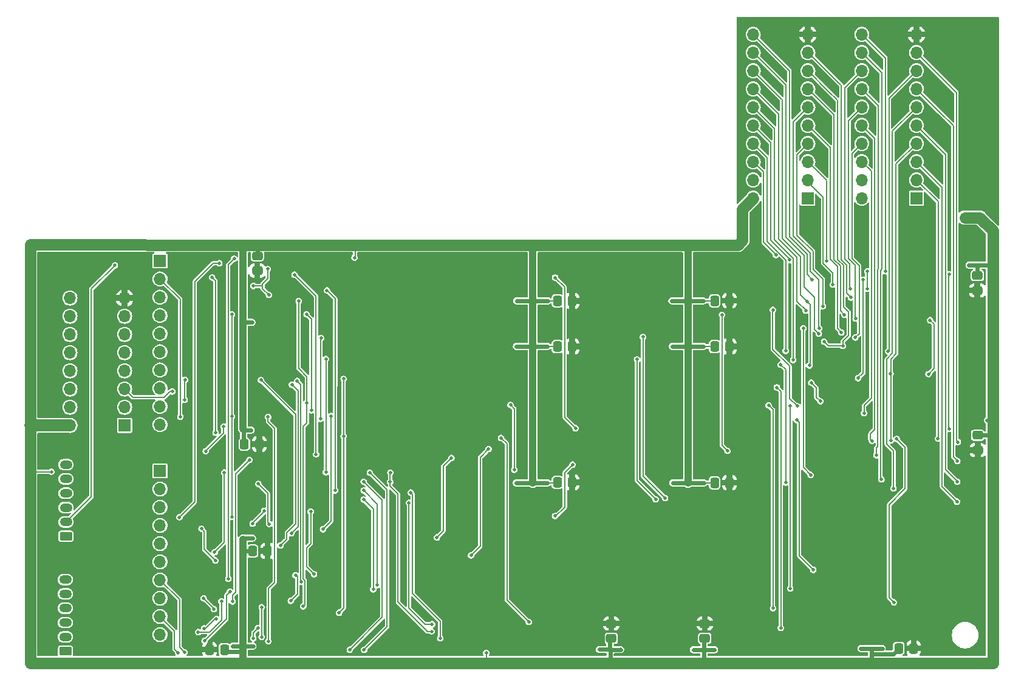
<source format=gbr>
%TF.GenerationSoftware,KiCad,Pcbnew,8.0.9*%
%TF.CreationDate,2025-05-07T23:17:47-04:00*%
%TF.ProjectId,RAMEXPB_V3,52414d45-5850-4425-9f56-332e6b696361,rev?*%
%TF.SameCoordinates,Original*%
%TF.FileFunction,Copper,L2,Bot*%
%TF.FilePolarity,Positive*%
%FSLAX46Y46*%
G04 Gerber Fmt 4.6, Leading zero omitted, Abs format (unit mm)*
G04 Created by KiCad (PCBNEW 8.0.9) date 2025-05-07 23:17:47*
%MOMM*%
%LPD*%
G01*
G04 APERTURE LIST*
G04 Aperture macros list*
%AMRoundRect*
0 Rectangle with rounded corners*
0 $1 Rounding radius*
0 $2 $3 $4 $5 $6 $7 $8 $9 X,Y pos of 4 corners*
0 Add a 4 corners polygon primitive as box body*
4,1,4,$2,$3,$4,$5,$6,$7,$8,$9,$2,$3,0*
0 Add four circle primitives for the rounded corners*
1,1,$1+$1,$2,$3*
1,1,$1+$1,$4,$5*
1,1,$1+$1,$6,$7*
1,1,$1+$1,$8,$9*
0 Add four rect primitives between the rounded corners*
20,1,$1+$1,$2,$3,$4,$5,0*
20,1,$1+$1,$4,$5,$6,$7,0*
20,1,$1+$1,$6,$7,$8,$9,0*
20,1,$1+$1,$8,$9,$2,$3,0*%
G04 Aperture macros list end*
%TA.AperFunction,SMDPad,CuDef*%
%ADD10RoundRect,0.250000X-0.337500X-0.475000X0.337500X-0.475000X0.337500X0.475000X-0.337500X0.475000X0*%
%TD*%
%TA.AperFunction,ComponentPad*%
%ADD11R,1.700000X1.700000*%
%TD*%
%TA.AperFunction,ComponentPad*%
%ADD12O,1.700000X1.700000*%
%TD*%
%TA.AperFunction,SMDPad,CuDef*%
%ADD13RoundRect,0.250000X0.475000X-0.337500X0.475000X0.337500X-0.475000X0.337500X-0.475000X-0.337500X0*%
%TD*%
%TA.AperFunction,SMDPad,CuDef*%
%ADD14RoundRect,0.250000X-0.475000X0.337500X-0.475000X-0.337500X0.475000X-0.337500X0.475000X0.337500X0*%
%TD*%
%TA.AperFunction,SMDPad,CuDef*%
%ADD15RoundRect,0.250000X0.337500X0.475000X-0.337500X0.475000X-0.337500X-0.475000X0.337500X-0.475000X0*%
%TD*%
%TA.AperFunction,ComponentPad*%
%ADD16RoundRect,0.250000X0.625000X-0.350000X0.625000X0.350000X-0.625000X0.350000X-0.625000X-0.350000X0*%
%TD*%
%TA.AperFunction,ComponentPad*%
%ADD17O,1.750000X1.200000*%
%TD*%
%TA.AperFunction,ViaPad*%
%ADD18C,0.500000*%
%TD*%
%TA.AperFunction,Conductor*%
%ADD19C,0.200000*%
%TD*%
%TA.AperFunction,Conductor*%
%ADD20C,0.600000*%
%TD*%
%TA.AperFunction,Conductor*%
%ADD21C,1.600000*%
%TD*%
%TA.AperFunction,Conductor*%
%ADD22C,1.000000*%
%TD*%
%TA.AperFunction,Conductor*%
%ADD23C,1.700000*%
%TD*%
G04 APERTURE END LIST*
D10*
%TO.P,C6,1*%
%TO.N,VCC*%
X172417500Y-113595000D03*
%TO.P,C6,2*%
%TO.N,GND*%
X174492500Y-113595000D03*
%TD*%
D11*
%TO.P,J9,1,Pin_1*%
%TO.N,RA0*%
X95110000Y-108030000D03*
D12*
%TO.P,J9,2,Pin_2*%
%TO.N,MSRA0F*%
X95110000Y-110570000D03*
%TO.P,J9,3,Pin_3*%
%TO.N,RA4F*%
X95110000Y-113110000D03*
%TO.P,J9,4,Pin_4*%
%TO.N,RA4*%
X95110000Y-115650000D03*
%TO.P,J9,5,Pin_5*%
%TO.N,RA2*%
X95110000Y-118190000D03*
%TO.P,J9,6,Pin_6*%
%TO.N,RA2F*%
X95110000Y-120730000D03*
%TO.P,J9,7,Pin_7*%
%TO.N,RA3*%
X95110000Y-123270000D03*
%TO.P,J9,8,Pin_8*%
%TO.N,RA3F*%
X95110000Y-125810000D03*
%TO.P,J9,9,Pin_9*%
%TO.N,MSRA1F*%
X95110000Y-128350000D03*
%TO.P,J9,10,Pin_10*%
%TO.N,RA1*%
X95110000Y-130890000D03*
%TD*%
D13*
%TO.P,C4,1*%
%TO.N,VCC*%
X158015000Y-160712500D03*
%TO.P,C4,2*%
%TO.N,GND*%
X158015000Y-158637500D03*
%TD*%
D10*
%TO.P,C15,1*%
%TO.N,VCC*%
X108017500Y-148515000D03*
%TO.P,C15,2*%
%TO.N,GND*%
X110092500Y-148515000D03*
%TD*%
%TO.P,C8,1*%
%TO.N,VCC*%
X172417500Y-138995000D03*
%TO.P,C8,2*%
%TO.N,GND*%
X174492500Y-138995000D03*
%TD*%
D11*
%TO.P,J10,1,Pin_1*%
%TO.N,RA5*%
X95110000Y-137330000D03*
D12*
%TO.P,J10,2,Pin_2*%
%TO.N,RA5F*%
X95110000Y-139870000D03*
%TO.P,J10,3,Pin_3*%
%TO.N,RA7*%
X95110000Y-142410000D03*
%TO.P,J10,4,Pin_4*%
%TO.N,RA7F*%
X95110000Y-144950000D03*
%TO.P,J10,5,Pin_5*%
%TO.N,RA6*%
X95110000Y-147490000D03*
%TO.P,J10,6,Pin_6*%
%TO.N,RA6F*%
X95110000Y-150030000D03*
%TO.P,J10,7,Pin_7*%
%TO.N,~{CAS0F}*%
X95110000Y-152570000D03*
%TO.P,J10,8,Pin_8*%
%TO.N,~{CAS0}*%
X95110000Y-155110000D03*
%TO.P,J10,9,Pin_9*%
%TO.N,~{CAS1F}*%
X95110000Y-157650000D03*
%TO.P,J10,10,Pin_10*%
%TO.N,~{CAS1}*%
X95110000Y-160190000D03*
%TD*%
D10*
%TO.P,C5,1*%
%TO.N,VCC*%
X198087500Y-162105000D03*
%TO.P,C5,2*%
%TO.N,GND*%
X200162500Y-162105000D03*
%TD*%
D14*
%TO.P,C14,1*%
%TO.N,VCC*%
X108665000Y-107317500D03*
%TO.P,C14,2*%
%TO.N,GND*%
X108665000Y-109392500D03*
%TD*%
D10*
%TO.P,C2,1*%
%TO.N,VCC*%
X106867500Y-133605000D03*
%TO.P,C2,2*%
%TO.N,GND*%
X108942500Y-133605000D03*
%TD*%
D14*
%TO.P,C10,1*%
%TO.N,VCC*%
X209095000Y-132357500D03*
%TO.P,C10,2*%
%TO.N,GND*%
X209095000Y-134432500D03*
%TD*%
D10*
%TO.P,C13,1*%
%TO.N,VCC*%
X150482500Y-113610000D03*
%TO.P,C13,2*%
%TO.N,GND*%
X152557500Y-113610000D03*
%TD*%
D13*
%TO.P,C3,1*%
%TO.N,VCC*%
X171045000Y-160712500D03*
%TO.P,C3,2*%
%TO.N,GND*%
X171045000Y-158637500D03*
%TD*%
D11*
%TO.P,J5,1,Pin_1*%
%TO.N,unconnected-(J5-Pin_1-Pad1)*%
X200560000Y-99291400D03*
D12*
%TO.P,J5,2,Pin_2*%
%TO.N,DQ8*%
X200560000Y-96751400D03*
%TO.P,J5,3,Pin_3*%
%TO.N,D12*%
X200560000Y-94211400D03*
%TO.P,J5,4,Pin_4*%
%TO.N,DQ9*%
X200560000Y-91671400D03*
%TO.P,J5,5,Pin_5*%
%TO.N,D13*%
X200560000Y-89131400D03*
%TO.P,J5,6,Pin_6*%
%TO.N,DQ10*%
X200560000Y-86591400D03*
%TO.P,J5,7,Pin_7*%
%TO.N,D14*%
X200560000Y-84051400D03*
%TO.P,J5,8,Pin_8*%
%TO.N,DQ11*%
X200560000Y-81511400D03*
%TO.P,J5,9,Pin_9*%
%TO.N,D15*%
X200560000Y-78971400D03*
%TO.P,J5,10,Pin_10*%
%TO.N,GND*%
X200560000Y-76431400D03*
%TO.P,J5,11,Pin_11*%
%TO.N,DQ15*%
X192940000Y-76431400D03*
%TO.P,J5,12,Pin_12*%
%TO.N,D11*%
X192940000Y-78971400D03*
%TO.P,J5,13,Pin_13*%
%TO.N,DQ14*%
X192940000Y-81511400D03*
%TO.P,J5,14,Pin_14*%
%TO.N,D10*%
X192940000Y-84051400D03*
%TO.P,J5,15,Pin_15*%
%TO.N,DQ13*%
X192940000Y-86591400D03*
%TO.P,J5,16,Pin_16*%
%TO.N,D9*%
X192940000Y-89131400D03*
%TO.P,J5,17,Pin_17*%
%TO.N,DQ12*%
X192940000Y-91671400D03*
%TO.P,J5,18,Pin_18*%
%TO.N,D8*%
X192940000Y-94211400D03*
%TO.P,J5,19,Pin_19*%
%TO.N,unconnected-(J5-Pin_19-Pad19)*%
X192940000Y-96751400D03*
%TO.P,J5,20,Pin_20*%
%TO.N,VCC*%
X192940000Y-99291400D03*
%TD*%
D14*
%TO.P,C9,1*%
%TO.N,VCC*%
X209045000Y-110077500D03*
%TO.P,C9,2*%
%TO.N,GND*%
X209045000Y-112152500D03*
%TD*%
D15*
%TO.P,C16,1*%
%TO.N,VCC*%
X104092500Y-162265000D03*
%TO.P,C16,2*%
%TO.N,GND*%
X102017500Y-162265000D03*
%TD*%
D16*
%TO.P,J11,1*%
%TO.N,~{SNDPG2}*%
X81915000Y-162500000D03*
D17*
%TO.P,J11,2*%
%TO.N,~{DMA}*%
X81915000Y-160500000D03*
%TO.P,J11,3*%
%TO.N,VA6*%
X81915000Y-158500000D03*
%TO.P,J11,4*%
%TO.N,VA13*%
X81915000Y-156500000D03*
%TO.P,J11,5*%
%TO.N,A18*%
X81915000Y-154500000D03*
%TO.P,J11,6*%
%TO.N,VA5*%
X81915000Y-152500000D03*
%TD*%
D10*
%TO.P,C11,1*%
%TO.N,VCC*%
X150482500Y-119990000D03*
%TO.P,C11,2*%
%TO.N,GND*%
X152557500Y-119990000D03*
%TD*%
%TO.P,C12,1*%
%TO.N,VCC*%
X150482500Y-138940000D03*
%TO.P,C12,2*%
%TO.N,GND*%
X152557500Y-138940000D03*
%TD*%
D11*
%TO.P,J4,1,Pin_1*%
%TO.N,unconnected-(J4-Pin_1-Pad1)*%
X185410000Y-99291400D03*
D12*
%TO.P,J4,2,Pin_2*%
%TO.N,DQ0*%
X185410000Y-96751400D03*
%TO.P,J4,3,Pin_3*%
%TO.N,D4*%
X185410000Y-94211400D03*
%TO.P,J4,4,Pin_4*%
%TO.N,DQ1*%
X185410000Y-91671400D03*
%TO.P,J4,5,Pin_5*%
%TO.N,D5*%
X185410000Y-89131400D03*
%TO.P,J4,6,Pin_6*%
%TO.N,DQ2*%
X185410000Y-86591400D03*
%TO.P,J4,7,Pin_7*%
%TO.N,D6*%
X185410000Y-84051400D03*
%TO.P,J4,8,Pin_8*%
%TO.N,DQ3*%
X185410000Y-81511400D03*
%TO.P,J4,9,Pin_9*%
%TO.N,D7*%
X185410000Y-78971400D03*
%TO.P,J4,10,Pin_10*%
%TO.N,GND*%
X185410000Y-76431400D03*
%TO.P,J4,11,Pin_11*%
%TO.N,DQ7*%
X177790000Y-76431400D03*
%TO.P,J4,12,Pin_12*%
%TO.N,D3*%
X177790000Y-78971400D03*
%TO.P,J4,13,Pin_13*%
%TO.N,DQ6*%
X177790000Y-81511400D03*
%TO.P,J4,14,Pin_14*%
%TO.N,D2*%
X177790000Y-84051400D03*
%TO.P,J4,15,Pin_15*%
%TO.N,DQ5*%
X177790000Y-86591400D03*
%TO.P,J4,16,Pin_16*%
%TO.N,D1*%
X177790000Y-89131400D03*
%TO.P,J4,17,Pin_17*%
%TO.N,DQ4*%
X177790000Y-91671400D03*
%TO.P,J4,18,Pin_18*%
%TO.N,D0*%
X177790000Y-94211400D03*
%TO.P,J4,19,Pin_19*%
%TO.N,unconnected-(J4-Pin_19-Pad19)*%
X177790000Y-96751400D03*
%TO.P,J4,20,Pin_20*%
%TO.N,VCC*%
X177790000Y-99291400D03*
%TD*%
D16*
%TO.P,J12,1*%
%TO.N,A17*%
X81995000Y-146455000D03*
D17*
%TO.P,J12,2*%
%TO.N,A20*%
X81995000Y-144455000D03*
%TO.P,J12,3*%
%TO.N,A19*%
X81995000Y-142455000D03*
%TO.P,J12,4*%
%TO.N,A21*%
X81995000Y-140455000D03*
%TO.P,J12,5*%
%TO.N,~{RAS}*%
X81995000Y-138455000D03*
%TO.P,J12,6*%
%TO.N,RAM-R{slash}~{W}F*%
X81995000Y-136455000D03*
%TD*%
D11*
%TO.P,J8,1*%
%TO.N,DMA*%
X90175000Y-130995000D03*
D12*
%TO.P,J8,2*%
%TO.N,VID\u005C~{u}*%
X90175000Y-128455000D03*
%TO.P,J8,3*%
%TO.N,VA0*%
X90175000Y-125915000D03*
%TO.P,J8,4*%
%TO.N,VA8*%
X90175000Y-123375000D03*
%TO.P,J8,5*%
%TO.N,A1*%
X90175000Y-120835000D03*
%TO.P,J8,6*%
%TO.N,A9*%
X90175000Y-118295000D03*
%TO.P,J8,7*%
%TO.N,unconnected-(J8-Pad7)*%
X90175000Y-115755000D03*
%TO.P,J8,8*%
%TO.N,GND*%
X90175000Y-113215000D03*
%TO.P,J8,9*%
%TO.N,unconnected-(J8-Pad9)*%
X82555000Y-113215000D03*
%TO.P,J8,10*%
%TO.N,A10*%
X82555000Y-115755000D03*
%TO.P,J8,11*%
%TO.N,A2*%
X82555000Y-118295000D03*
%TO.P,J8,12*%
%TO.N,VA9*%
X82555000Y-120835000D03*
%TO.P,J8,13*%
%TO.N,VA1*%
X82555000Y-123375000D03*
%TO.P,J8,14*%
%TO.N,C2M*%
X82555000Y-125915000D03*
%TO.P,J8,15*%
%TO.N,unconnected-(J8-Pad15)*%
X82555000Y-128455000D03*
%TO.P,J8,16*%
%TO.N,VCC*%
X82555000Y-130995000D03*
%TD*%
D10*
%TO.P,C7,1*%
%TO.N,VCC*%
X172417500Y-119990000D03*
%TO.P,C7,2*%
%TO.N,GND*%
X174492500Y-119990000D03*
%TD*%
D18*
%TO.N,GND*%
X138455000Y-130055000D03*
X164605000Y-160975000D03*
X211630000Y-92455000D03*
X211630000Y-83000000D03*
X124155000Y-147275000D03*
X102890000Y-140490000D03*
X175960000Y-82850000D03*
X174400000Y-153380000D03*
X179720000Y-113590000D03*
X91170000Y-160030000D03*
X161375000Y-154625000D03*
X113358000Y-107720000D03*
X149810000Y-155210000D03*
X110310000Y-152890000D03*
X201550000Y-141710000D03*
X179720000Y-139000000D03*
X194100000Y-146790000D03*
X91170000Y-156580000D03*
X92160000Y-113210000D03*
X195860000Y-157500000D03*
X142370000Y-140880000D03*
X150280000Y-149600000D03*
X144630000Y-149610000D03*
X108920000Y-135230000D03*
X195825000Y-160835000D03*
X157920000Y-113610000D03*
X175730000Y-113590000D03*
X192870000Y-104130000D03*
X188560000Y-150350000D03*
X200780000Y-154490000D03*
X201338000Y-120050000D03*
X92220000Y-118430000D03*
X194210000Y-150340000D03*
X98690000Y-111680000D03*
X177440000Y-153380000D03*
X154000000Y-139000000D03*
X102810000Y-135890000D03*
X199270000Y-146890000D03*
X157990000Y-139000000D03*
X197740000Y-154490000D03*
X133090000Y-155850000D03*
X110310000Y-122770000D03*
X160990000Y-146140000D03*
X90150000Y-111100000D03*
X103810000Y-109590000D03*
X199380000Y-149780000D03*
X110270000Y-137830000D03*
X204920000Y-146880000D03*
X90700000Y-139760000D03*
X208360000Y-156450000D03*
X155450000Y-149040000D03*
X198298000Y-120050000D03*
X116700000Y-153960000D03*
X144520000Y-146060000D03*
X118060000Y-141770000D03*
X157980000Y-119950000D03*
X156070000Y-160960000D03*
X113350000Y-122770000D03*
X88210000Y-113290000D03*
X153930000Y-113610000D03*
X110318000Y-107720000D03*
X108620000Y-141060000D03*
X137540000Y-152820000D03*
X150100000Y-116770000D03*
X192910000Y-74370000D03*
X164415000Y-154625000D03*
X175840000Y-74420000D03*
X202225000Y-74420000D03*
X152640000Y-114840000D03*
X179660000Y-119940000D03*
X211630000Y-101910000D03*
X150170000Y-146050000D03*
X132750000Y-150465000D03*
X175730000Y-139000000D03*
X175960000Y-92305000D03*
X177550000Y-161005000D03*
X187240000Y-130080000D03*
X211680000Y-74430000D03*
X205030000Y-149770000D03*
X133570000Y-107870000D03*
X133160000Y-139850000D03*
X90700000Y-137060000D03*
X155340000Y-146150000D03*
X161100000Y-149030000D03*
X183315000Y-74420000D03*
X198168000Y-141710000D03*
X88660000Y-152300000D03*
X113350000Y-152890000D03*
X188450000Y-146800000D03*
X175670000Y-119940000D03*
X113310000Y-137830000D03*
X153990000Y-119950000D03*
X160550000Y-159670000D03*
X143010000Y-107870000D03*
X103810000Y-111500000D03*
%TO.N,RAM-R{slash}~{W}F*%
X205110000Y-131470000D03*
X205110000Y-109900000D03*
%TO.N,DQ14*%
X191320000Y-111920000D03*
X173450000Y-115560000D03*
X174210000Y-134550000D03*
%TO.N,DQ12*%
X192040000Y-118720000D03*
X165520000Y-141140000D03*
X162430000Y-118660000D03*
%TO.N,DQ13*%
X185810000Y-137890000D03*
X184780000Y-117445000D03*
X192070000Y-116090000D03*
%TO.N,DQ0*%
X188920000Y-111340000D03*
%TO.N,DQ10*%
X197350000Y-139800000D03*
X181610000Y-122490000D03*
X182330000Y-138960000D03*
%TO.N,DQ2*%
X187010000Y-117450000D03*
%TO.N,DQ5*%
X183370000Y-121870000D03*
X202450000Y-116300000D03*
X202240000Y-123830000D03*
%TO.N,DQ7*%
X186040000Y-110660000D03*
X192420000Y-124400000D03*
X193130000Y-110690000D03*
%TO.N,DQ11*%
X164210000Y-141300000D03*
X196600000Y-120630000D03*
X161605000Y-121785000D03*
%TO.N,DQ9*%
X196950000Y-123760000D03*
X196970000Y-133100000D03*
%TO.N,DQ3*%
X187690000Y-119300000D03*
X190290000Y-119900000D03*
%TO.N,DQ8*%
X185890000Y-125020000D03*
X203560000Y-132810000D03*
X187170000Y-127630000D03*
%TO.N,DQ6*%
X185645000Y-122625000D03*
X185325000Y-113675000D03*
%TO.N,DQ15*%
X180540000Y-114870000D03*
X183960000Y-128310000D03*
X196224285Y-109478572D03*
%TO.N,DQ1*%
X187530000Y-114350000D03*
%TO.N,DQ4*%
X182320000Y-120590000D03*
%TO.N,D1*%
X193690000Y-111900000D03*
X193710000Y-109480000D03*
X182870000Y-107900000D03*
%TO.N,D6*%
X190520000Y-115550000D03*
%TO.N,D4*%
X188050000Y-108028502D03*
%TO.N,D0*%
X180969999Y-107230000D03*
%TO.N,D7*%
X191410000Y-113140000D03*
%TO.N,D2*%
X185120000Y-114960000D03*
%TO.N,D3*%
X186950000Y-118210000D03*
%TO.N,D5*%
X190090000Y-118030000D03*
%TO.N,D9*%
X194365000Y-133145000D03*
%TO.N,D15*%
X206320000Y-133310000D03*
%TO.N,D10*%
X194970000Y-135150000D03*
%TO.N,D8*%
X193250000Y-129280000D03*
%TO.N,D11*%
X195680000Y-138520000D03*
%TO.N,D14*%
X206250000Y-135950000D03*
%TO.N,D12*%
X206205000Y-141615000D03*
%TO.N,D13*%
X206240000Y-138840000D03*
%TO.N,RA5F*%
X152630000Y-136460000D03*
X150170000Y-143633000D03*
%TO.N,RA2F*%
X118230000Y-121730000D03*
X118230000Y-137530000D03*
%TO.N,RA7F*%
X135730000Y-135520000D03*
X133700000Y-146620000D03*
X100890000Y-145410000D03*
X102840000Y-149840000D03*
%TO.N,RA6F*%
X102730000Y-148690000D03*
X104060000Y-137560000D03*
%TO.N,RA3F*%
X144490000Y-137180000D03*
X143970000Y-128140000D03*
%TO.N,~{MCAS1F}*%
X180570000Y-156500000D03*
X179950000Y-128200000D03*
%TO.N,~{MCAS0F}*%
X181640000Y-159240000D03*
X181090000Y-125690000D03*
%TO.N,RA4F*%
X119530000Y-140060000D03*
X118380000Y-112150000D03*
%TO.N,MSRA0F*%
X97940000Y-129790000D03*
%TO.N,VCC*%
X149116000Y-139010000D03*
X166581000Y-139000000D03*
X172430000Y-162280000D03*
X207048696Y-101950000D03*
X108070000Y-161780000D03*
X169460000Y-162290000D03*
X210400000Y-130270000D03*
X107780000Y-131650000D03*
X195780000Y-162110000D03*
X170916000Y-139000000D03*
X208144348Y-101950000D03*
X159330000Y-162250000D03*
X210470000Y-108625000D03*
X207885000Y-108625000D03*
X122230000Y-107570000D03*
X156360000Y-162260000D03*
X107930000Y-116610000D03*
X140580000Y-162750000D03*
X166471000Y-113610000D03*
X192810000Y-162120000D03*
X170866000Y-119960000D03*
X144781000Y-119950000D03*
X149166000Y-113599900D03*
X144830000Y-113600000D03*
X166531000Y-119960000D03*
X79960000Y-137460000D03*
X170806000Y-113609900D03*
X105240000Y-161780000D03*
X209240000Y-101950000D03*
X149116000Y-119950000D03*
X144781000Y-139010000D03*
X107993300Y-146723300D03*
%TO.N,~{MCAS2F}*%
X182955000Y-153745000D03*
X182990000Y-128310000D03*
%TO.N,~{MCAS0}*%
X123490000Y-141350000D03*
X124840000Y-153860000D03*
%TO.N,~{MCAS3F}*%
X186170000Y-151150000D03*
X183880000Y-130240000D03*
%TO.N,~{MCAS1}*%
X123500000Y-140080000D03*
X125390000Y-153280000D03*
%TO.N,A21*%
X109620000Y-142910000D03*
X108020000Y-144710000D03*
%TO.N,VID\u005C~{u}*%
X105130000Y-143730000D03*
X105140000Y-129740000D03*
X105130000Y-115510000D03*
%TO.N,Net-(U2-I0a)*%
X116575000Y-151765000D03*
X116120000Y-143030000D03*
%TO.N,~{RAS}*%
X108800000Y-139150000D03*
X110330000Y-144740000D03*
%TO.N,Net-(JP2-B)*%
X197810000Y-132880000D03*
X197420000Y-155670000D03*
%TO.N,MRA9F*%
X150185000Y-110365000D03*
X153040000Y-131380000D03*
%TO.N,Net-(JP1-B)*%
X142640000Y-132730000D03*
X146505000Y-158415000D03*
%TO.N,MSRA8F*%
X138460000Y-149140000D03*
X140910000Y-134270000D03*
%TO.N,Net-(U10-Za)*%
X114775000Y-152825000D03*
X114210000Y-124770000D03*
%TO.N,Net-(R22-Pad2)*%
X127190000Y-138880000D03*
X132970000Y-159730000D03*
X127220000Y-137570000D03*
%TO.N,~{CAS1F}*%
X97645000Y-162725000D03*
X124360000Y-137570000D03*
X123550000Y-162310000D03*
%TO.N,~{MRASF}*%
X117825000Y-145475000D03*
X118960000Y-129680000D03*
%TO.N,VA0*%
X96810000Y-126260000D03*
%TO.N,C2M*%
X110170000Y-129810000D03*
X116210000Y-128880000D03*
X115540000Y-115490000D03*
X110210000Y-161100000D03*
%TO.N,RA0*%
X102375000Y-110355000D03*
X102850000Y-132010000D03*
%TO.N,DMA*%
X117480000Y-130070000D03*
X117550000Y-118790000D03*
X101480000Y-134580000D03*
X103960000Y-131150000D03*
%TO.N,VA8*%
X98539200Y-127438600D03*
X98599300Y-124646300D03*
%TO.N,~{CAS0}*%
X101180000Y-155110000D03*
X102620000Y-156640000D03*
%TO.N,~{CAS0F}*%
X123500000Y-138840000D03*
X98505000Y-162665000D03*
X121560000Y-162280000D03*
%TO.N,~{CAS1}*%
X103670000Y-155540000D03*
X100430000Y-159820000D03*
%TO.N,A17*%
X113493000Y-125317000D03*
X113420000Y-146040000D03*
%TO.N,~{SNDPG2}*%
X101320000Y-161060000D03*
X104850000Y-154200000D03*
%TO.N,A19*%
X103370000Y-108350000D03*
X97810000Y-143810000D03*
%TO.N,A18*%
X111895000Y-147755000D03*
X109170000Y-124670000D03*
%TO.N,VA6*%
X101250000Y-159320000D03*
X102970000Y-157980000D03*
%TO.N,VA5*%
X108114124Y-160715876D03*
X108760000Y-159250000D03*
%TO.N,A20*%
X88810000Y-108670000D03*
%TO.N,VA13*%
X114000000Y-151900000D03*
X113330000Y-155470000D03*
%TO.N,MRA0*%
X120070000Y-157120000D03*
X120710000Y-132490000D03*
X120710000Y-124500000D03*
%TO.N,MRA1*%
X116860000Y-135010000D03*
X107580000Y-135800000D03*
X105220000Y-155550000D03*
X113860000Y-109960000D03*
%TO.N,PULLUP*%
X109270000Y-160500000D03*
X108120000Y-111530000D03*
X109285000Y-156345000D03*
X114440000Y-113650000D03*
X115580000Y-127850000D03*
X110120000Y-109170000D03*
X110280000Y-112780000D03*
X115070000Y-156240000D03*
%TO.N,Net-(U11-Zb)*%
X105440000Y-107730000D03*
X104630000Y-152410000D03*
%TO.N,Net-(R16-Pad2)*%
X130060000Y-140360000D03*
X134170000Y-160700000D03*
%TO.N,Net-(R21-Pad2)*%
X133030000Y-158730000D03*
X129810000Y-141800000D03*
%TD*%
D19*
%TO.N,GND*%
X153990000Y-119950000D02*
X152737000Y-119950000D01*
X175723000Y-113590000D02*
X174417000Y-113590000D01*
D20*
X175730000Y-113590000D02*
X177620000Y-113590000D01*
D19*
X175743000Y-139000000D02*
X175730000Y-139000000D01*
D20*
X155960000Y-119950000D02*
X155960000Y-113660000D01*
X177620000Y-119940000D02*
X179660000Y-119940000D01*
X175670000Y-119940000D02*
X175683000Y-119940000D01*
D19*
X153983000Y-139000000D02*
X152677000Y-139000000D01*
X175670000Y-119940000D02*
X174377000Y-119940000D01*
D20*
X155960000Y-119950000D02*
X157980000Y-119950000D01*
X155960000Y-139000000D02*
X155960000Y-119950000D01*
X153990000Y-119950000D02*
X154043000Y-119950000D01*
X154043000Y-119950000D02*
X155960000Y-119950000D01*
X175743000Y-139000000D02*
X177670000Y-139000000D01*
X177620000Y-119940000D02*
X177620000Y-138950000D01*
X175683000Y-119940000D02*
X177620000Y-119940000D01*
X177620000Y-138950000D02*
X177670000Y-139000000D01*
D19*
X154043000Y-119950000D02*
X153990000Y-119950000D01*
D20*
X177620000Y-113590000D02*
X177620000Y-119940000D01*
X154000000Y-139000000D02*
X155960000Y-139000000D01*
D19*
X175683000Y-119940000D02*
X175670000Y-119940000D01*
D20*
X153930000Y-113610000D02*
X155910000Y-113610000D01*
X155960000Y-113660000D02*
X155910000Y-113610000D01*
X177620000Y-113590000D02*
X179720000Y-113590000D01*
D19*
X153933000Y-113590000D02*
X152627000Y-113590000D01*
D20*
X175730000Y-139000000D02*
X175743000Y-139000000D01*
X155910000Y-113610000D02*
X157920000Y-113610000D01*
X177670000Y-139000000D02*
X179720000Y-139000000D01*
D19*
X175730000Y-139000000D02*
X174437000Y-139000000D01*
D20*
X155960000Y-139000000D02*
X157990000Y-139000000D01*
D19*
%TO.N,RAM-R{slash}~{W}F*%
X205070000Y-109940000D02*
X205110000Y-109900000D01*
X205110000Y-131470000D02*
X205070000Y-131430000D01*
X205070000Y-131430000D02*
X205070000Y-109940000D01*
%TO.N,DQ14*%
X173450000Y-133790000D02*
X173450000Y-115560000D01*
X174210000Y-134550000D02*
X173450000Y-133790000D01*
X191220000Y-108447500D02*
X190572500Y-107800000D01*
X191220000Y-111820000D02*
X191220000Y-108447500D01*
X191320000Y-111920000D02*
X191220000Y-111820000D01*
X190572500Y-83878900D02*
X192940000Y-81511400D01*
X190572500Y-107800000D02*
X190572500Y-83931400D01*
X190572500Y-83931400D02*
X190572500Y-83878900D01*
X173450000Y-115560000D02*
X173450000Y-115540000D01*
X173450000Y-115540000D02*
X173440000Y-115530000D01*
%TO.N,DQ12*%
X192940000Y-91671400D02*
X191580000Y-93031400D01*
X162440000Y-138060000D02*
X162440000Y-118670000D01*
X191580000Y-107725026D02*
X192570000Y-108715026D01*
X191580000Y-93031400D02*
X191580000Y-107725026D01*
X162440000Y-118670000D02*
X162430000Y-118660000D01*
X192570000Y-108715026D02*
X192570000Y-118190000D01*
X165520000Y-141140000D02*
X162440000Y-138060000D01*
X192570000Y-118190000D02*
X192040000Y-118720000D01*
%TO.N,DQ13*%
X191076250Y-88455150D02*
X192940000Y-86591400D01*
X192070000Y-116090000D02*
X192010000Y-116030000D01*
X184780000Y-117445000D02*
X184780000Y-136860000D01*
X192010000Y-108650000D02*
X191076250Y-107716250D01*
X184780000Y-136860000D02*
X185810000Y-137890000D01*
X191076250Y-107716250D02*
X191076250Y-88455150D01*
X192010000Y-116030000D02*
X192010000Y-108650000D01*
%TO.N,DQ0*%
X188920000Y-111340000D02*
X188920000Y-109730000D01*
X188920000Y-109730000D02*
X187550000Y-108360000D01*
X187550000Y-99181400D02*
X185460000Y-97091400D01*
X187550000Y-108360000D02*
X187550000Y-99181394D01*
%TO.N,DQ10*%
X196400000Y-121750000D02*
X196400000Y-133610000D01*
X197217142Y-120932858D02*
X196400000Y-121750000D01*
X197350000Y-134560000D02*
X197350000Y-139800000D01*
X200560000Y-86591400D02*
X197217142Y-89934258D01*
X196400000Y-133610000D02*
X197350000Y-134560000D01*
X197217142Y-89934258D02*
X197217142Y-120932858D01*
X182330000Y-123210000D02*
X182330000Y-138960000D01*
X181610000Y-122490000D02*
X182330000Y-123210000D01*
%TO.N,DQ2*%
X183373328Y-88628072D02*
X185410000Y-86591400D01*
X185750000Y-106900000D02*
X183373328Y-104523328D01*
X186920000Y-117360000D02*
X186920000Y-110670000D01*
X185750000Y-109500000D02*
X185750000Y-106900000D01*
X187010000Y-117450000D02*
X186920000Y-117360000D01*
X186920000Y-110670000D02*
X185750000Y-109500000D01*
X183373328Y-104523328D02*
X183373328Y-88628072D01*
%TO.N,DQ5*%
X203020000Y-116870000D02*
X202450000Y-116300000D01*
X183390000Y-121750000D02*
X183370000Y-121770000D01*
X180789998Y-89591398D02*
X180789998Y-105075023D01*
X183390000Y-107675025D02*
X183390000Y-121750000D01*
X203020000Y-123050000D02*
X203020000Y-116870000D01*
X177790000Y-86591400D02*
X180530000Y-89331400D01*
X180789998Y-105075023D02*
X183390000Y-107675025D01*
X202240000Y-123830000D02*
X203020000Y-123050000D01*
X180530000Y-89331400D02*
X180789998Y-89591398D01*
%TO.N,DQ7*%
X193130000Y-123660000D02*
X192390000Y-124400000D01*
X185290000Y-109910000D02*
X185290000Y-107090000D01*
X182856662Y-104656662D02*
X182856662Y-81498062D01*
X193130000Y-110690000D02*
X193130000Y-123660000D01*
X185290000Y-107090000D02*
X182856662Y-104656662D01*
X182856662Y-81498062D02*
X177790000Y-76431400D01*
X186040000Y-110660000D02*
X185290000Y-109910000D01*
%TO.N,DQ11*%
X196724285Y-120505715D02*
X196724285Y-85347115D01*
X161605000Y-138695000D02*
X164210000Y-141300000D01*
X161605000Y-121785000D02*
X161605000Y-138695000D01*
X196724285Y-85347115D02*
X200560000Y-81511400D01*
X196600000Y-120630000D02*
X196724285Y-120505715D01*
%TO.N,DQ9*%
X197710000Y-94521400D02*
X200560000Y-91671400D01*
X196970000Y-121740000D02*
X197710000Y-121000000D01*
X197710000Y-121000000D02*
X197710000Y-94521400D01*
X196970000Y-133100000D02*
X196970000Y-121740000D01*
%TO.N,DQ3*%
X188320000Y-84400000D02*
X188320000Y-84371400D01*
X189440000Y-85520000D02*
X188320000Y-84400000D01*
X188320000Y-84371400D02*
X185460000Y-81511400D01*
X190290000Y-119250000D02*
X191100000Y-118440000D01*
X191100000Y-115160000D02*
X190390000Y-114450000D01*
X187690000Y-119300000D02*
X188260000Y-119870000D01*
X189565000Y-107709948D02*
X189565000Y-85645000D01*
X190390000Y-114450000D02*
X190390000Y-108659948D01*
X188260000Y-119870000D02*
X190260000Y-119870000D01*
X189565000Y-85645000D02*
X189440000Y-85520000D01*
X190390000Y-108659948D02*
X189565000Y-107834948D01*
X190260000Y-119870000D02*
X190290000Y-119900000D01*
X190290000Y-119900000D02*
X190290000Y-119250000D01*
X189565000Y-107834948D02*
X189565000Y-107709948D01*
X191100000Y-118440000D02*
X191100000Y-115160000D01*
%TO.N,DQ8*%
X186590000Y-127050000D02*
X186590000Y-125720000D01*
X203580000Y-132790000D02*
X203560000Y-132810000D01*
X187170000Y-127630000D02*
X186590000Y-127050000D01*
X203580000Y-99771400D02*
X203580000Y-132790000D01*
X186590000Y-125720000D02*
X185890000Y-125020000D01*
X200560000Y-96751400D02*
X203580000Y-99771400D01*
%TO.N,DQ6*%
X181690000Y-85411400D02*
X177790000Y-81511400D01*
X185780000Y-122490000D02*
X185780000Y-114130000D01*
X181823330Y-85544730D02*
X181690000Y-85411400D01*
X184420000Y-107460000D02*
X181823330Y-104863330D01*
X181823330Y-104863330D02*
X181823330Y-85544730D01*
X185780000Y-114130000D02*
X185325000Y-113675000D01*
X185645000Y-122625000D02*
X185780000Y-122490000D01*
X184420000Y-112770000D02*
X184420000Y-107460000D01*
X185325000Y-113675000D02*
X184420000Y-112770000D01*
%TO.N,DQ15*%
X183960000Y-128310000D02*
X182880000Y-127230000D01*
X196231428Y-109471429D02*
X196231428Y-79722828D01*
X182880000Y-127230000D02*
X182880000Y-122720000D01*
X180530000Y-114880000D02*
X180540000Y-114870000D01*
X182880000Y-122720000D02*
X180530000Y-120370000D01*
X196224285Y-109478572D02*
X196231428Y-109471429D01*
X180530000Y-120370000D02*
X180530000Y-114880000D01*
X196231428Y-79722828D02*
X192940000Y-76431400D01*
%TO.N,DQ1*%
X187530000Y-114350000D02*
X187510000Y-114330000D01*
X186150000Y-109200000D02*
X186150000Y-106700000D01*
X187510000Y-114330000D02*
X187510000Y-110560000D01*
X183890000Y-104440000D02*
X183890000Y-93191400D01*
X183890000Y-93191400D02*
X185410000Y-91671400D01*
X187510000Y-110560000D02*
X186150000Y-109200000D01*
X186150000Y-106700000D02*
X183890000Y-104440000D01*
%TO.N,DQ4*%
X179756666Y-93638066D02*
X179756666Y-105309559D01*
X177790000Y-91671400D02*
X179670000Y-93551400D01*
X182360000Y-120550000D02*
X182320000Y-120590000D01*
X179670000Y-93551400D02*
X179756666Y-93638066D01*
X179756666Y-105309559D02*
X182360000Y-107912893D01*
X182360000Y-107912893D02*
X182360000Y-120550000D01*
%TO.N,D1*%
X180273332Y-91564732D02*
X180100000Y-91391400D01*
X182870000Y-107900000D02*
X182870000Y-107770000D01*
X193710000Y-109480000D02*
X193690000Y-109500000D01*
X193690000Y-109500000D02*
X193690000Y-111900000D01*
X180100000Y-91391400D02*
X177840000Y-89131400D01*
X182870000Y-107770000D02*
X180273332Y-105173332D01*
X180273332Y-105173332D02*
X180273332Y-91564732D01*
%TO.N,D6*%
X189061250Y-107754922D02*
X189061250Y-87652650D01*
X189061250Y-107826172D02*
X189061250Y-107754922D01*
X190520000Y-115550000D02*
X189970000Y-115000000D01*
X188990000Y-87581400D02*
X185460000Y-84051400D01*
X189970000Y-115000000D02*
X189970000Y-108734922D01*
X189061250Y-87652650D02*
X188990000Y-87581400D01*
X189970000Y-108734922D02*
X189061250Y-107826172D01*
%TO.N,D4*%
X188050000Y-108028502D02*
X188010000Y-107988502D01*
X188053750Y-107988502D02*
X188053750Y-96838752D01*
X188050000Y-96801400D02*
X185460000Y-94211400D01*
%TO.N,D0*%
X180969999Y-107230000D02*
X180969999Y-107179999D01*
X179240000Y-105450000D02*
X179240000Y-95611400D01*
X179240000Y-95611400D02*
X177840000Y-94211400D01*
X180969999Y-107179999D02*
X179240000Y-105450000D01*
%TO.N,D7*%
X190068750Y-107694974D02*
X190068750Y-83508750D01*
X189920000Y-83360000D02*
X185531400Y-78971400D01*
X190068750Y-107843724D02*
X190068750Y-107694974D01*
X190820000Y-112550000D02*
X190820000Y-108594974D01*
X190820000Y-108594974D02*
X190068750Y-107843724D01*
X185531400Y-78971400D02*
X185460000Y-78971400D01*
X190068750Y-83508750D02*
X189920000Y-83360000D01*
X191410000Y-113140000D02*
X190820000Y-112550000D01*
%TO.N,D2*%
X183910000Y-107560000D02*
X181306664Y-104956664D01*
X185120000Y-114960000D02*
X185120000Y-114920000D01*
X181200000Y-87400400D02*
X177851000Y-84051400D01*
X181306664Y-87507064D02*
X181200000Y-87400400D01*
X183910000Y-113710000D02*
X183910000Y-107560000D01*
X181306664Y-104956664D02*
X181306664Y-87507064D01*
X185120000Y-114920000D02*
X183910000Y-113710000D01*
%TO.N,D3*%
X186310000Y-117570000D02*
X186310000Y-113090000D01*
X186950000Y-118210000D02*
X186310000Y-117570000D01*
X184860000Y-111640000D02*
X184860000Y-107260000D01*
X184860000Y-107260000D02*
X182339996Y-104739996D01*
X186310000Y-113090000D02*
X184860000Y-111640000D01*
X182339996Y-104739996D02*
X182339996Y-83471396D01*
X182339996Y-83471396D02*
X177840000Y-78971400D01*
%TO.N,D5*%
X189520000Y-108779896D02*
X188557500Y-107817396D01*
X188557500Y-107759896D02*
X188557500Y-92228900D01*
X188557500Y-92228900D02*
X188500000Y-92171400D01*
X188557500Y-107817396D02*
X188557500Y-107759896D01*
X188500000Y-92171400D02*
X185460000Y-89131400D01*
X189520000Y-117460000D02*
X189520000Y-108779896D01*
X190090000Y-118030000D02*
X189520000Y-117460000D01*
%TO.N,D9*%
X194752857Y-90944257D02*
X192940000Y-89131400D01*
X194752857Y-131540000D02*
X194752857Y-90944257D01*
X194120000Y-132900000D02*
X194120000Y-132172857D01*
X194365000Y-133145000D02*
X194120000Y-132900000D01*
X194120000Y-132172857D02*
X194752857Y-131540000D01*
%TO.N,D15*%
X206140000Y-133130000D02*
X206140000Y-84551400D01*
X206320000Y-133310000D02*
X206140000Y-133130000D01*
X206140000Y-84551400D02*
X200560000Y-78971400D01*
%TO.N,D10*%
X195150000Y-133910000D02*
X195150000Y-109273632D01*
X195245714Y-86357114D02*
X192940000Y-84051400D01*
X195245714Y-109177918D02*
X195245714Y-86357114D01*
X194970000Y-134090000D02*
X195150000Y-133910000D01*
X195150000Y-109273632D02*
X195245714Y-109177918D01*
X194970000Y-135150000D02*
X194970000Y-134090000D01*
%TO.N,D8*%
X193260000Y-128190000D02*
X194260000Y-127190000D01*
X193260000Y-129270000D02*
X193260000Y-128190000D01*
X193250000Y-129280000D02*
X193260000Y-129270000D01*
X194260000Y-95531400D02*
X192940000Y-94211400D01*
X194260000Y-127190000D02*
X194260000Y-95531400D01*
%TO.N,D11*%
X195539999Y-138379999D02*
X195539999Y-120495787D01*
X195680000Y-138520000D02*
X195539999Y-138379999D01*
X195560000Y-109351464D02*
X195738571Y-109172893D01*
X195738571Y-81769971D02*
X192940000Y-78971400D01*
X195539999Y-120495787D02*
X195560000Y-120475786D01*
X195738571Y-109172893D02*
X195738571Y-81769971D01*
X195560000Y-120475786D02*
X195560000Y-109351464D01*
%TO.N,D14*%
X205690000Y-135370000D02*
X205690000Y-89180000D01*
X206250000Y-135930000D02*
X205690000Y-135370000D01*
X203729000Y-87220000D02*
X200560000Y-84051400D01*
X203730000Y-87220000D02*
X203729000Y-87220000D01*
X205690000Y-89180000D02*
X203730000Y-87220000D01*
X206250000Y-135950000D02*
X206250000Y-135930000D01*
%TO.N,D12*%
X204110000Y-139520000D02*
X204110000Y-97761400D01*
X206205000Y-141615000D02*
X204110000Y-139520000D01*
X204110000Y-97761400D02*
X200560000Y-94211400D01*
%TO.N,D13*%
X206240000Y-138840000D02*
X206240000Y-138800000D01*
X204610000Y-137170000D02*
X204610000Y-93181400D01*
X206240000Y-138800000D02*
X204610000Y-137170000D01*
X204610000Y-93181400D02*
X200560000Y-89131400D01*
%TO.N,RA5F*%
X151540000Y-137550000D02*
X151540000Y-142390000D01*
X150220000Y-143710000D02*
X151540000Y-142390000D01*
X152630000Y-136460000D02*
X151540000Y-137550000D01*
%TO.N,RA2F*%
X118230000Y-137530000D02*
X118230000Y-121730000D01*
%TO.N,RA7F*%
X134610000Y-145710000D02*
X134610000Y-136640000D01*
X134610000Y-136640000D02*
X135730000Y-135520000D01*
X101290000Y-148290000D02*
X101290000Y-145810000D01*
X102840000Y-149840000D02*
X101290000Y-148290000D01*
X133700000Y-146620000D02*
X134610000Y-145710000D01*
X101290000Y-145810000D02*
X100890000Y-145410000D01*
%TO.N,RA6F*%
X102730000Y-148690000D02*
X104060000Y-147360000D01*
X104060000Y-147360000D02*
X104060000Y-137560000D01*
%TO.N,RA3F*%
X144490000Y-128660000D02*
X144490000Y-137180000D01*
X143970000Y-128140000D02*
X144490000Y-128660000D01*
%TO.N,~{MCAS1F}*%
X180570000Y-128820000D02*
X179950000Y-128200000D01*
X180570000Y-156500000D02*
X180570000Y-128820000D01*
%TO.N,~{MCAS0F}*%
X181640000Y-126240000D02*
X181640000Y-159240000D01*
X181090000Y-125690000D02*
X181640000Y-126240000D01*
%TO.N,RA4F*%
X119530000Y-140060000D02*
X119530000Y-125440000D01*
X119540000Y-113320000D02*
X118420000Y-112200000D01*
X119530000Y-125440000D02*
X119540000Y-125430000D01*
X119540000Y-125430000D02*
X119540000Y-113320000D01*
%TO.N,MSRA0F*%
X97940000Y-113400000D02*
X95110000Y-110570000D01*
X97940000Y-129790000D02*
X97940000Y-113400000D01*
D20*
%TO.N,VCC*%
X149127000Y-119960000D02*
X149126000Y-119960000D01*
X170926000Y-139010000D02*
X170916000Y-139000000D01*
D21*
X176290000Y-105195000D02*
X175690000Y-105795000D01*
D20*
X157840000Y-162260000D02*
X157840000Y-160887500D01*
D19*
X172233000Y-139010000D02*
X170927000Y-139010000D01*
D20*
X170806000Y-113610000D02*
X170806000Y-113609900D01*
D21*
X208530000Y-101990000D02*
X207310000Y-101990000D01*
D20*
X144781000Y-119950000D02*
X147070000Y-119950000D01*
X157840000Y-162260000D02*
X157850000Y-162270000D01*
D19*
X172183000Y-119970000D02*
X170877000Y-119970000D01*
D20*
X107780000Y-131650000D02*
X106760000Y-131650000D01*
X147070000Y-113600000D02*
X149165000Y-113600000D01*
D22*
X147070000Y-109160000D02*
X147070000Y-105805000D01*
X106680000Y-148500000D02*
X106680000Y-146920000D01*
D20*
X157840000Y-162260000D02*
X156360000Y-162260000D01*
D22*
X106680000Y-164130000D02*
X106680000Y-151170000D01*
X147070000Y-109160000D02*
X147070000Y-113600000D01*
D20*
X209150000Y-108625000D02*
X208940000Y-108625000D01*
X170940000Y-162290000D02*
X169460000Y-162290000D01*
X104092500Y-162265000D02*
X104417500Y-162590000D01*
X194360000Y-162870000D02*
X197322500Y-162870000D01*
D23*
X82545000Y-130985000D02*
X82555000Y-130995000D01*
D21*
X79805000Y-105775000D02*
X77000000Y-105775000D01*
D19*
X122300000Y-107500000D02*
X122300000Y-105585000D01*
D20*
X209045000Y-108730000D02*
X208940000Y-108625000D01*
X108665000Y-105810000D02*
X108680000Y-105795000D01*
X209045000Y-110077500D02*
X209045000Y-108730000D01*
X166531000Y-119960000D02*
X168710000Y-119960000D01*
X170940000Y-162290000D02*
X170950000Y-162300000D01*
D21*
X175690000Y-105795000D02*
X108680000Y-105795000D01*
D20*
X149126000Y-119960000D02*
X149116000Y-119950000D01*
X170669800Y-113620000D02*
X170659800Y-113610000D01*
X194300000Y-162130000D02*
X195750000Y-162130000D01*
D22*
X106680000Y-120960000D02*
X106680000Y-116620000D01*
D20*
X194300000Y-162930000D02*
X194300000Y-163310000D01*
D22*
X168710000Y-113610000D02*
X168710000Y-119960000D01*
X168710000Y-138990000D02*
X168700000Y-139000000D01*
D21*
X77000000Y-105775000D02*
X77000000Y-164140000D01*
D20*
X149165000Y-113600000D02*
X149166000Y-113599900D01*
D22*
X147070000Y-113600000D02*
X147070000Y-119950000D01*
D20*
X106760000Y-131650000D02*
X106740000Y-131630000D01*
D22*
X168710000Y-119960000D02*
X168710000Y-138990000D01*
D19*
X150433000Y-119960000D02*
X149127000Y-119960000D01*
D20*
X108017500Y-148515000D02*
X106695000Y-148515000D01*
X166581000Y-139000000D02*
X168700000Y-139000000D01*
D22*
X168710000Y-105825000D02*
X168710000Y-113610000D01*
D21*
X106630000Y-105795000D02*
X79805000Y-105775000D01*
D20*
X210470000Y-108625000D02*
X211265000Y-108625000D01*
D21*
X209370000Y-101990000D02*
X208530000Y-101990000D01*
D22*
X106680000Y-151170000D02*
X106680000Y-148500000D01*
D21*
X211210000Y-103830000D02*
X209370000Y-101990000D01*
D20*
X144830000Y-113600000D02*
X147070000Y-113600000D01*
X194290000Y-162120000D02*
X194300000Y-162130000D01*
X157850000Y-162270000D02*
X157850000Y-163450000D01*
D19*
X140580000Y-162750000D02*
X140580000Y-164150000D01*
X76430000Y-137460000D02*
X79960000Y-137460000D01*
D23*
X77055000Y-130985000D02*
X82545000Y-130985000D01*
D20*
X170950000Y-162300000D02*
X172400000Y-162300000D01*
X108070000Y-161780000D02*
X105240000Y-161780000D01*
X149176100Y-113610000D02*
X149166000Y-113599900D01*
X170659800Y-113610000D02*
X170806000Y-113610000D01*
D19*
X150482000Y-113610000D02*
X149176100Y-113610000D01*
D20*
X170940000Y-162290000D02*
X170940000Y-160817500D01*
X209095000Y-132357500D02*
X211207500Y-132357500D01*
X149116000Y-139010000D02*
X147070000Y-139010000D01*
X147070000Y-139010000D02*
X144781000Y-139010000D01*
X170950000Y-162300000D02*
X170950000Y-163480000D01*
X104417500Y-162590000D02*
X106640000Y-162590000D01*
X107930000Y-116610000D02*
X107920000Y-116620000D01*
D22*
X106680000Y-131450000D02*
X106680000Y-120960000D01*
D21*
X211210000Y-132360000D02*
X211210000Y-103830000D01*
D20*
X149126000Y-139020000D02*
X149116000Y-139010000D01*
X168710000Y-119960000D02*
X170866000Y-119960000D01*
X172148000Y-113595000D02*
X172123000Y-113620000D01*
X166471000Y-113610000D02*
X168710000Y-113610000D01*
X106695000Y-148515000D02*
X106680000Y-148500000D01*
X194300000Y-162930000D02*
X194360000Y-162870000D01*
D22*
X147070000Y-119950000D02*
X147070000Y-139010000D01*
D20*
X149127000Y-139020000D02*
X149126000Y-139020000D01*
X157840000Y-160887500D02*
X158015000Y-160712500D01*
X170927000Y-139010000D02*
X170926000Y-139010000D01*
D19*
X108652375Y-107277625D02*
X108650000Y-107275250D01*
X150433000Y-139020000D02*
X149127000Y-139020000D01*
D20*
X147070000Y-119950000D02*
X149116000Y-119950000D01*
X209150000Y-108625000D02*
X210470000Y-108625000D01*
D21*
X108680000Y-105795000D02*
X106670000Y-105795000D01*
D19*
X172123000Y-113620000D02*
X170817000Y-113620000D01*
D21*
X77000000Y-164140000D02*
X211210000Y-164140000D01*
D20*
X211207500Y-132357500D02*
X211210000Y-132360000D01*
X157850000Y-162270000D02*
X159300000Y-162270000D01*
X170940000Y-160817500D02*
X171045000Y-160712500D01*
X208940000Y-108625000D02*
X207885000Y-108625000D01*
X168700000Y-139000000D02*
X170916000Y-139000000D01*
X197322500Y-162870000D02*
X198087500Y-162105000D01*
X194300000Y-162130000D02*
X194300000Y-162930000D01*
X106740000Y-133477500D02*
X106740000Y-131630000D01*
D19*
X149176100Y-113610000D02*
X149176000Y-113610000D01*
D21*
X177810000Y-99321400D02*
X176290000Y-100841400D01*
X176290000Y-100841400D02*
X176290000Y-105195000D01*
D20*
X170817000Y-113620000D02*
X170669800Y-113620000D01*
X108665000Y-107317500D02*
X108665000Y-105810000D01*
D22*
X106680000Y-116620000D02*
X106680000Y-105595000D01*
D21*
X211210000Y-164140000D02*
X211210000Y-132360000D01*
D20*
X107920000Y-116620000D02*
X106680000Y-116620000D01*
X168710000Y-113610000D02*
X170659800Y-113610000D01*
X195785000Y-162105000D02*
X195780000Y-162110000D01*
X106693300Y-146723300D02*
X107993300Y-146723300D01*
X106867500Y-133605000D02*
X106740000Y-133477500D01*
D19*
X122230000Y-107570000D02*
X122300000Y-107500000D01*
D20*
X194290000Y-162120000D02*
X192810000Y-162120000D01*
D19*
%TO.N,~{MCAS2F}*%
X182990000Y-128310000D02*
X182960000Y-128340000D01*
X182960000Y-153740000D02*
X182955000Y-153745000D01*
X182960000Y-128340000D02*
X182960000Y-153740000D01*
%TO.N,~{MCAS0}*%
X124840000Y-142700000D02*
X123490000Y-141350000D01*
X124840000Y-153860000D02*
X124840000Y-142700000D01*
%TO.N,~{MCAS3F}*%
X186170000Y-151150000D02*
X184200000Y-149180000D01*
X184200000Y-130560000D02*
X183880000Y-130240000D01*
X184200000Y-149180000D02*
X184200000Y-130560000D01*
%TO.N,~{MCAS1}*%
X125390000Y-141970000D02*
X123500000Y-140080000D01*
X125390000Y-153280000D02*
X125390000Y-141970000D01*
%TO.N,A21*%
X109620000Y-142910000D02*
X109620000Y-143020000D01*
X108020000Y-144620000D02*
X108020000Y-144710000D01*
X109620000Y-143020000D02*
X108020000Y-144620000D01*
%TO.N,VID\u005C~{u}*%
X105140000Y-129740000D02*
X105130000Y-129740000D01*
X105130000Y-115510000D02*
X105130000Y-129740000D01*
X105130000Y-129740000D02*
X105130000Y-143730000D01*
%TO.N,Net-(U2-I0a)*%
X115530000Y-150720000D02*
X116575000Y-151765000D01*
X115530000Y-148050000D02*
X115530000Y-150720000D01*
X116120000Y-143030000D02*
X116120000Y-147460000D01*
X116120000Y-147460000D02*
X115530000Y-148050000D01*
%TO.N,~{RAS}*%
X110150000Y-144560000D02*
X110150000Y-140500000D01*
X110330000Y-144740000D02*
X110150000Y-144560000D01*
X110150000Y-140500000D02*
X108800000Y-139150000D01*
%TO.N,Net-(JP2-B)*%
X198970000Y-139820000D02*
X196750000Y-142040000D01*
X197810000Y-132880000D02*
X198970000Y-134040000D01*
X196750000Y-155000000D02*
X197420000Y-155670000D01*
X196750000Y-142040000D02*
X196750000Y-155000000D01*
X198970000Y-134040000D02*
X198970000Y-139820000D01*
%TO.N,MRA9F*%
X150185000Y-110365000D02*
X151500000Y-111680000D01*
X151500000Y-129840000D02*
X153040000Y-131380000D01*
X151500000Y-111680000D02*
X151500000Y-129840000D01*
%TO.N,Net-(JP1-B)*%
X146505000Y-158415000D02*
X143460000Y-155370000D01*
X143460000Y-155370000D02*
X143460000Y-133550000D01*
X143460000Y-133550000D02*
X142640000Y-132730000D01*
%TO.N,MSRA8F*%
X139740000Y-135440000D02*
X139740000Y-147860000D01*
X140910000Y-134270000D02*
X139740000Y-135440000D01*
X139740000Y-147860000D02*
X138460000Y-149140000D01*
%TO.N,Net-(U10-Za)*%
X114730000Y-125290000D02*
X114210000Y-124770000D01*
X114730000Y-152780000D02*
X114730000Y-125290000D01*
X114775000Y-152825000D02*
X114730000Y-152780000D01*
%TO.N,Net-(R22-Pad2)*%
X127190000Y-137600000D02*
X127220000Y-137570000D01*
X127190000Y-138880000D02*
X127190000Y-137600000D01*
X132370000Y-159730000D02*
X128270000Y-155630000D01*
X132970000Y-159730000D02*
X132370000Y-159730000D01*
X128270000Y-140560000D02*
X127190000Y-139480000D01*
X128270000Y-155630000D02*
X128270000Y-140560000D01*
X127190000Y-139480000D02*
X127190000Y-138880000D01*
%TO.N,~{CAS1F}*%
X126760000Y-159100000D02*
X126760000Y-139970000D01*
X97120000Y-162200000D02*
X97120000Y-159660000D01*
X126760000Y-139970000D02*
X124360000Y-137570000D01*
X123550000Y-162310000D02*
X126760000Y-159100000D01*
X97120000Y-159660000D02*
X95110000Y-157650000D01*
X97645000Y-162725000D02*
X97120000Y-162200000D01*
%TO.N,~{MRASF}*%
X118960000Y-144340000D02*
X118960000Y-129680000D01*
X117825000Y-145475000D02*
X118960000Y-144340000D01*
%TO.N,VA0*%
X91350000Y-127080000D02*
X90185000Y-125915000D01*
X96810000Y-126260000D02*
X96510000Y-126260000D01*
X95690000Y-127080000D02*
X91350000Y-127080000D01*
X90185000Y-125915000D02*
X90175000Y-125915000D01*
X96510000Y-126260000D02*
X95690000Y-127080000D01*
%TO.N,C2M*%
X110230000Y-153748000D02*
X111080000Y-152898000D01*
X110210000Y-161100000D02*
X110230000Y-161080000D01*
X110170000Y-130490000D02*
X110170000Y-129810000D01*
X116210000Y-116160000D02*
X115540000Y-115490000D01*
X116210000Y-128880000D02*
X116210000Y-116160000D01*
X111080000Y-152898000D02*
X111080000Y-131400000D01*
X111080000Y-131400000D02*
X110170000Y-130490000D01*
X110230000Y-161080000D02*
X110230000Y-153748000D01*
%TO.N,RA0*%
X102375000Y-110355000D02*
X102850000Y-110830000D01*
X102850000Y-110830000D02*
X102850000Y-132010000D01*
%TO.N,DMA*%
X103940000Y-131170000D02*
X103960000Y-131150000D01*
X101480000Y-134580000D02*
X101480000Y-134540000D01*
X101480000Y-134540000D02*
X103940000Y-132080000D01*
X117550000Y-118790000D02*
X117480000Y-118860000D01*
X117480000Y-118860000D02*
X117480000Y-130070000D01*
X103940000Y-132080000D02*
X103940000Y-131170000D01*
%TO.N,VA8*%
X98524200Y-127423600D02*
X98539200Y-127438600D01*
X98599300Y-124646300D02*
X98524200Y-124721400D01*
X98524200Y-124721400D02*
X98524200Y-127423600D01*
%TO.N,~{CAS0}*%
X102620000Y-156550000D02*
X101180000Y-155110000D01*
X102620000Y-156640000D02*
X102620000Y-156550000D01*
%TO.N,~{CAS0F}*%
X126090000Y-141430000D02*
X123500000Y-138840000D01*
X97840000Y-162000000D02*
X97840000Y-155300000D01*
X126090000Y-157750000D02*
X126090000Y-141430000D01*
X98505000Y-162665000D02*
X97840000Y-162000000D01*
X121560000Y-162280000D02*
X126090000Y-157750000D01*
X97840000Y-155300000D02*
X95110000Y-152570000D01*
%TO.N,~{CAS1}*%
X103670000Y-158140000D02*
X103670000Y-155540000D01*
X101990000Y-159820000D02*
X103670000Y-158140000D01*
X100430000Y-159820000D02*
X101990000Y-159820000D01*
%TO.N,A17*%
X113420000Y-146040000D02*
X114360000Y-145100000D01*
X114360000Y-126183000D02*
X113493000Y-125317000D01*
X114360000Y-145100000D02*
X114360000Y-126183000D01*
%TO.N,~{SNDPG2}*%
X104350000Y-154700000D02*
X104850000Y-154200000D01*
X104350000Y-158030000D02*
X104350000Y-154700000D01*
X101320000Y-161060000D02*
X104350000Y-158030000D01*
%TO.N,A19*%
X99940000Y-141680000D02*
X97810000Y-143810000D01*
X99940000Y-110940000D02*
X99940000Y-141680000D01*
X103370000Y-108350000D02*
X102530000Y-108350000D01*
X102530000Y-108350000D02*
X99940000Y-110940000D01*
%TO.N,A18*%
X112770000Y-145970000D02*
X114010000Y-144730000D01*
X114010000Y-144730000D02*
X114010000Y-129490000D01*
X111895000Y-147755000D02*
X112770000Y-146880000D01*
X114010000Y-129490000D02*
X109190000Y-124670000D01*
X112770000Y-146880000D02*
X112770000Y-145970000D01*
X109190000Y-124670000D02*
X109170000Y-124670000D01*
%TO.N,VA6*%
X101440000Y-159320000D02*
X101250000Y-159320000D01*
X102970000Y-157980000D02*
X102780000Y-157980000D01*
X102780000Y-157980000D02*
X101440000Y-159320000D01*
%TO.N,VA5*%
X108114124Y-159895876D02*
X108760000Y-159250000D01*
X108114124Y-160715876D02*
X108114124Y-159895876D01*
%TO.N,A20*%
X85520000Y-140930000D02*
X81995000Y-144455000D01*
X88810000Y-108680000D02*
X85520000Y-111970000D01*
X85520000Y-111970000D02*
X85520000Y-140930000D01*
X88810000Y-108670000D02*
X88810000Y-108680000D01*
%TO.N,VA13*%
X114275000Y-152175000D02*
X114000000Y-151900000D01*
X114275000Y-154525000D02*
X114275000Y-152175000D01*
X113330000Y-155470000D02*
X114275000Y-154525000D01*
%TO.N,MRA0*%
X120710000Y-132490000D02*
X120720000Y-132500000D01*
X120710000Y-124500000D02*
X120710000Y-132490000D01*
X120720000Y-132500000D02*
X120720000Y-156470000D01*
X120720000Y-156470000D02*
X120070000Y-157120000D01*
%TO.N,MRA1*%
X107580000Y-135800000D02*
X105640000Y-137740000D01*
X116860000Y-112960000D02*
X116860000Y-135010000D01*
X113860000Y-109960000D02*
X116860000Y-112960000D01*
X105640000Y-154300000D02*
X105220000Y-154720000D01*
X105640000Y-137740000D02*
X105640000Y-154300000D01*
X105220000Y-154720000D02*
X105220000Y-155550000D01*
%TO.N,PULLUP*%
X109270000Y-156360000D02*
X109285000Y-156345000D01*
X115080000Y-131160000D02*
X115080000Y-152423000D01*
X115080000Y-152423000D02*
X115275000Y-152618000D01*
X115275000Y-152618000D02*
X115275000Y-156035000D01*
X115275000Y-156035000D02*
X115070000Y-156240000D01*
X114450000Y-113660000D02*
X114440000Y-113650000D01*
X109410000Y-111240000D02*
X109410000Y-111530000D01*
X115580000Y-127850000D02*
X115580000Y-124175000D01*
X115580000Y-130660000D02*
X115080000Y-131160000D01*
X109270000Y-160500000D02*
X109270000Y-156360000D01*
X108120000Y-111530000D02*
X109410000Y-111530000D01*
X115580000Y-124175000D02*
X114450000Y-123045000D01*
X114450000Y-123045000D02*
X114450000Y-113660000D01*
X110120000Y-109170000D02*
X110120000Y-110530000D01*
X109410000Y-111910000D02*
X109410000Y-111530000D01*
X110120000Y-110530000D02*
X109410000Y-111240000D01*
X110280000Y-112780000D02*
X109410000Y-111910000D01*
X115580000Y-127850000D02*
X115580000Y-130660000D01*
%TO.N,Net-(U11-Zb)*%
X104630000Y-152410000D02*
X104630000Y-108540000D01*
X104630000Y-108540000D02*
X105440000Y-107730000D01*
%TO.N,Net-(R16-Pad2)*%
X134170000Y-160700000D02*
X134170000Y-158310000D01*
X134170000Y-158310000D02*
X130310000Y-154450000D01*
X130310000Y-140610000D02*
X130060000Y-140360000D01*
X130310000Y-154450000D02*
X130310000Y-140610000D01*
%TO.N,Net-(R21-Pad2)*%
X133030000Y-158730000D02*
X132090000Y-158730000D01*
X132090000Y-158730000D02*
X129810000Y-156450000D01*
X129810000Y-156450000D02*
X129810000Y-141800000D01*
%TD*%
%TA.AperFunction,Conductor*%
%TO.N,GND*%
G36*
X94206757Y-106786237D02*
G01*
X94264932Y-106805188D01*
X94300859Y-106854715D01*
X94300814Y-106915900D01*
X94264813Y-106965373D01*
X94225999Y-106982334D01*
X94181771Y-106991132D01*
X94181766Y-106991134D01*
X94115451Y-107035445D01*
X94115445Y-107035451D01*
X94071134Y-107101766D01*
X94071132Y-107101772D01*
X94059501Y-107160241D01*
X94059500Y-107160253D01*
X94059500Y-108899746D01*
X94059501Y-108899758D01*
X94071132Y-108958227D01*
X94071134Y-108958233D01*
X94108375Y-109013967D01*
X94115448Y-109024552D01*
X94181769Y-109068867D01*
X94226231Y-109077711D01*
X94240241Y-109080498D01*
X94240246Y-109080498D01*
X94240252Y-109080500D01*
X94240253Y-109080500D01*
X95979747Y-109080500D01*
X95979748Y-109080500D01*
X96038231Y-109068867D01*
X96104552Y-109024552D01*
X96148867Y-108958231D01*
X96160500Y-108899748D01*
X96160500Y-107160252D01*
X96148867Y-107101769D01*
X96104552Y-107035448D01*
X96104548Y-107035445D01*
X96038233Y-106991134D01*
X96038231Y-106991133D01*
X96038228Y-106991132D01*
X96038227Y-106991132D01*
X96000797Y-106983686D01*
X95947414Y-106953789D01*
X95921799Y-106898223D01*
X95933737Y-106838214D01*
X95978668Y-106796682D01*
X96020184Y-106787589D01*
X105880574Y-106794941D01*
X105938750Y-106813892D01*
X105974677Y-106863419D01*
X105979500Y-106893941D01*
X105979500Y-107399254D01*
X105960593Y-107457445D01*
X105911093Y-107493409D01*
X105849907Y-107493409D01*
X105805680Y-107464085D01*
X105738047Y-107386031D01*
X105629073Y-107315998D01*
X105629070Y-107315996D01*
X105629069Y-107315996D01*
X105607446Y-107309647D01*
X105504774Y-107279500D01*
X105504772Y-107279500D01*
X105375228Y-107279500D01*
X105375225Y-107279500D01*
X105250933Y-107315995D01*
X105250926Y-107315998D01*
X105141952Y-107386031D01*
X105057117Y-107483938D01*
X105003302Y-107601774D01*
X104984491Y-107732609D01*
X104957495Y-107787517D01*
X104956503Y-107788523D01*
X104445489Y-108299539D01*
X104389539Y-108355489D01*
X104349980Y-108424007D01*
X104349978Y-108424011D01*
X104329500Y-108500435D01*
X104329500Y-130670647D01*
X104310593Y-130728838D01*
X104261093Y-130764802D01*
X104199907Y-130764802D01*
X104176977Y-130753931D01*
X104149073Y-130735998D01*
X104149070Y-130735996D01*
X104149069Y-130735996D01*
X104144567Y-130734674D01*
X104024774Y-130699500D01*
X104024772Y-130699500D01*
X103895228Y-130699500D01*
X103895225Y-130699500D01*
X103770933Y-130735995D01*
X103770926Y-130735998D01*
X103661952Y-130806031D01*
X103577117Y-130903938D01*
X103523302Y-131021774D01*
X103504867Y-131149997D01*
X103504867Y-131150002D01*
X103523302Y-131278225D01*
X103557739Y-131353629D01*
X103577118Y-131396063D01*
X103615320Y-131440150D01*
X103639137Y-131496507D01*
X103639500Y-131504980D01*
X103639500Y-131914521D01*
X103620593Y-131972712D01*
X103610503Y-131984525D01*
X103468459Y-132126568D01*
X103413943Y-132154345D01*
X103353511Y-132144773D01*
X103310246Y-132101509D01*
X103300464Y-132042474D01*
X103305133Y-132010001D01*
X103305133Y-132009997D01*
X103286697Y-131881774D01*
X103254971Y-131812304D01*
X103232882Y-131763937D01*
X103174679Y-131696766D01*
X103150863Y-131640408D01*
X103150500Y-131631937D01*
X103150500Y-110790437D01*
X103150499Y-110790435D01*
X103146613Y-110775934D01*
X103130021Y-110714011D01*
X103127109Y-110708968D01*
X103090460Y-110645489D01*
X103034511Y-110589539D01*
X103034511Y-110589540D01*
X102858496Y-110413525D01*
X102830719Y-110359008D01*
X102830508Y-110357609D01*
X102830132Y-110354997D01*
X102822796Y-110303967D01*
X102811698Y-110226775D01*
X102782459Y-110162753D01*
X102757882Y-110108937D01*
X102673049Y-110011033D01*
X102673048Y-110011032D01*
X102673047Y-110011031D01*
X102564073Y-109940998D01*
X102564070Y-109940996D01*
X102564069Y-109940996D01*
X102564066Y-109940995D01*
X102439774Y-109904500D01*
X102439772Y-109904500D01*
X102310228Y-109904500D01*
X102310225Y-109904500D01*
X102185933Y-109940995D01*
X102185926Y-109940998D01*
X102076952Y-110011031D01*
X101992117Y-110108938D01*
X101938302Y-110226774D01*
X101919867Y-110354997D01*
X101919867Y-110355002D01*
X101938302Y-110483225D01*
X101992117Y-110601061D01*
X101992118Y-110601063D01*
X102050840Y-110668833D01*
X102076952Y-110698968D01*
X102136365Y-110737150D01*
X102185931Y-110769004D01*
X102310228Y-110805500D01*
X102359521Y-110805500D01*
X102417712Y-110824407D01*
X102429525Y-110834496D01*
X102520504Y-110925475D01*
X102548281Y-110979992D01*
X102549500Y-110995479D01*
X102549500Y-131631937D01*
X102530593Y-131690128D01*
X102525321Y-131696764D01*
X102524377Y-131697855D01*
X102467118Y-131763936D01*
X102467116Y-131763940D01*
X102413302Y-131881774D01*
X102394867Y-132009997D01*
X102394867Y-132010002D01*
X102413302Y-132138225D01*
X102464121Y-132249500D01*
X102467118Y-132256063D01*
X102538407Y-132338336D01*
X102551952Y-132353968D01*
X102637360Y-132408856D01*
X102660931Y-132424004D01*
X102785228Y-132460500D01*
X102785230Y-132460500D01*
X102895521Y-132460500D01*
X102953712Y-132479407D01*
X102989676Y-132528907D01*
X102989676Y-132590093D01*
X102965525Y-132629504D01*
X101494525Y-134100504D01*
X101440008Y-134128281D01*
X101424521Y-134129500D01*
X101415225Y-134129500D01*
X101290933Y-134165995D01*
X101290926Y-134165998D01*
X101181952Y-134236031D01*
X101097117Y-134333938D01*
X101043302Y-134451774D01*
X101024867Y-134579997D01*
X101024867Y-134580002D01*
X101043302Y-134708225D01*
X101068747Y-134763940D01*
X101097118Y-134826063D01*
X101164595Y-134903937D01*
X101181952Y-134923968D01*
X101244245Y-134964001D01*
X101290931Y-134994004D01*
X101415228Y-135030500D01*
X101415230Y-135030500D01*
X101544770Y-135030500D01*
X101544772Y-135030500D01*
X101669069Y-134994004D01*
X101778049Y-134923967D01*
X101862882Y-134826063D01*
X101916697Y-134708226D01*
X101935133Y-134580000D01*
X101933366Y-134567709D01*
X101943799Y-134507419D01*
X101961351Y-134483618D01*
X104160498Y-132284472D01*
X104215013Y-132256697D01*
X104275445Y-132266268D01*
X104318710Y-132309533D01*
X104329500Y-132354478D01*
X104329500Y-137037364D01*
X104310593Y-137095555D01*
X104261093Y-137131519D01*
X104202609Y-137132354D01*
X104124775Y-137109500D01*
X104124772Y-137109500D01*
X103995228Y-137109500D01*
X103995225Y-137109500D01*
X103870933Y-137145995D01*
X103870926Y-137145998D01*
X103761952Y-137216031D01*
X103677117Y-137313938D01*
X103623302Y-137431774D01*
X103604867Y-137559997D01*
X103604867Y-137560002D01*
X103623302Y-137688225D01*
X103658522Y-137765345D01*
X103677118Y-137806063D01*
X103735031Y-137872899D01*
X103735320Y-137873232D01*
X103759137Y-137929592D01*
X103759500Y-137938063D01*
X103759500Y-147194521D01*
X103740593Y-147252712D01*
X103730504Y-147264525D01*
X102784525Y-148210504D01*
X102730008Y-148238281D01*
X102714521Y-148239500D01*
X102665225Y-148239500D01*
X102540933Y-148275995D01*
X102540926Y-148275998D01*
X102431952Y-148346031D01*
X102347117Y-148443938D01*
X102293302Y-148561775D01*
X102282913Y-148634031D01*
X102255917Y-148688939D01*
X102201802Y-148717492D01*
X102141240Y-148708784D01*
X102114917Y-148689946D01*
X101619496Y-148194525D01*
X101591719Y-148140008D01*
X101590500Y-148124521D01*
X101590500Y-145770437D01*
X101590499Y-145770435D01*
X101586086Y-145753967D01*
X101570021Y-145694011D01*
X101547209Y-145654500D01*
X101530460Y-145625489D01*
X101474511Y-145569539D01*
X101474511Y-145569540D01*
X101373496Y-145468525D01*
X101345719Y-145414008D01*
X101345508Y-145412609D01*
X101345132Y-145409997D01*
X101336043Y-145346774D01*
X101326698Y-145281775D01*
X101285013Y-145190500D01*
X101272882Y-145163937D01*
X101188049Y-145066033D01*
X101188048Y-145066032D01*
X101188047Y-145066031D01*
X101079073Y-144995998D01*
X101079070Y-144995996D01*
X101079069Y-144995996D01*
X101079066Y-144995995D01*
X100954774Y-144959500D01*
X100954772Y-144959500D01*
X100825228Y-144959500D01*
X100825225Y-144959500D01*
X100700933Y-144995995D01*
X100700926Y-144995998D01*
X100591952Y-145066031D01*
X100507117Y-145163938D01*
X100453302Y-145281774D01*
X100434867Y-145409997D01*
X100434867Y-145410002D01*
X100453302Y-145538225D01*
X100493155Y-145625489D01*
X100507118Y-145656063D01*
X100570785Y-145729540D01*
X100591952Y-145753968D01*
X100700926Y-145824001D01*
X100700931Y-145824004D01*
X100825228Y-145860500D01*
X100874521Y-145860500D01*
X100932712Y-145879407D01*
X100944525Y-145889496D01*
X100960504Y-145905475D01*
X100988281Y-145959992D01*
X100989500Y-145975479D01*
X100989500Y-148329564D01*
X101009977Y-148405985D01*
X101009979Y-148405990D01*
X101031887Y-148443936D01*
X101049538Y-148474508D01*
X101049540Y-148474511D01*
X101712418Y-149137389D01*
X102356503Y-149781474D01*
X102384280Y-149835991D01*
X102384491Y-149837389D01*
X102403302Y-149968225D01*
X102431516Y-150030003D01*
X102457118Y-150086063D01*
X102541951Y-150183967D01*
X102541952Y-150183968D01*
X102622813Y-150235934D01*
X102650931Y-150254004D01*
X102775228Y-150290500D01*
X102775230Y-150290500D01*
X102904770Y-150290500D01*
X102904772Y-150290500D01*
X103029069Y-150254004D01*
X103138049Y-150183967D01*
X103222882Y-150086063D01*
X103276697Y-149968226D01*
X103295133Y-149840000D01*
X103291341Y-149813629D01*
X103276697Y-149711774D01*
X103222882Y-149593937D01*
X103138049Y-149496033D01*
X103138048Y-149496032D01*
X103138047Y-149496031D01*
X103029073Y-149425998D01*
X103029070Y-149425996D01*
X103029069Y-149425996D01*
X103029066Y-149425995D01*
X102904774Y-149389500D01*
X102904772Y-149389500D01*
X102855479Y-149389500D01*
X102797288Y-149370593D01*
X102785475Y-149360504D01*
X102734144Y-149309173D01*
X102706367Y-149254656D01*
X102715938Y-149194224D01*
X102759203Y-149150959D01*
X102790069Y-149141175D01*
X102794763Y-149140500D01*
X102794772Y-149140500D01*
X102919069Y-149104004D01*
X103028049Y-149033967D01*
X103112882Y-148936063D01*
X103166697Y-148818226D01*
X103185133Y-148690000D01*
X103185132Y-148689998D01*
X103185508Y-148687389D01*
X103212503Y-148632481D01*
X103213427Y-148631542D01*
X104160497Y-147684473D01*
X104215013Y-147656697D01*
X104275445Y-147666268D01*
X104318710Y-147709533D01*
X104329500Y-147754478D01*
X104329500Y-152031937D01*
X104310593Y-152090128D01*
X104305320Y-152096767D01*
X104247118Y-152163936D01*
X104247116Y-152163940D01*
X104193302Y-152281774D01*
X104174867Y-152409997D01*
X104174867Y-152410002D01*
X104193302Y-152538225D01*
X104247117Y-152656061D01*
X104247118Y-152656063D01*
X104313368Y-152732521D01*
X104331952Y-152753968D01*
X104366132Y-152775934D01*
X104440931Y-152824004D01*
X104565228Y-152860500D01*
X104565230Y-152860500D01*
X104694770Y-152860500D01*
X104694772Y-152860500D01*
X104819069Y-152824004D01*
X104928049Y-152753967D01*
X105012882Y-152656063D01*
X105066697Y-152538226D01*
X105072842Y-152495484D01*
X105085133Y-152410002D01*
X105085133Y-152409997D01*
X105066697Y-152281774D01*
X105019763Y-152179004D01*
X105012882Y-152163937D01*
X104954679Y-152096766D01*
X104930863Y-152040408D01*
X104930500Y-152031937D01*
X104930500Y-144273189D01*
X104949407Y-144214998D01*
X104998907Y-144179034D01*
X105057391Y-144178199D01*
X105065228Y-144180500D01*
X105065230Y-144180500D01*
X105194770Y-144180500D01*
X105194772Y-144180500D01*
X105212607Y-144175263D01*
X105273766Y-144177009D01*
X105322220Y-144214370D01*
X105339500Y-144270252D01*
X105339500Y-153811550D01*
X105320593Y-153869741D01*
X105271093Y-153905705D01*
X105209907Y-153905705D01*
X105165680Y-153876381D01*
X105162946Y-153873226D01*
X105148049Y-153856033D01*
X105148048Y-153856032D01*
X105148047Y-153856031D01*
X105039073Y-153785998D01*
X105039070Y-153785996D01*
X105039069Y-153785996D01*
X105029884Y-153783299D01*
X104914774Y-153749500D01*
X104914772Y-153749500D01*
X104785228Y-153749500D01*
X104785225Y-153749500D01*
X104660933Y-153785995D01*
X104660926Y-153785998D01*
X104551952Y-153856031D01*
X104467117Y-153953938D01*
X104413302Y-154071774D01*
X104394491Y-154202610D01*
X104367495Y-154257518D01*
X104366503Y-154258524D01*
X104165489Y-154459539D01*
X104109539Y-154515489D01*
X104069980Y-154584007D01*
X104069978Y-154584011D01*
X104049500Y-154660435D01*
X104049500Y-155067073D01*
X104030593Y-155125264D01*
X103981093Y-155161228D01*
X103919907Y-155161228D01*
X103896977Y-155150358D01*
X103875211Y-155136370D01*
X103859069Y-155125996D01*
X103856576Y-155125264D01*
X103734774Y-155089500D01*
X103734772Y-155089500D01*
X103605228Y-155089500D01*
X103605225Y-155089500D01*
X103480933Y-155125995D01*
X103480926Y-155125998D01*
X103371952Y-155196031D01*
X103287117Y-155293938D01*
X103233302Y-155411774D01*
X103214867Y-155539997D01*
X103214867Y-155540002D01*
X103233302Y-155668225D01*
X103285537Y-155782602D01*
X103287118Y-155786063D01*
X103345320Y-155853232D01*
X103369137Y-155909592D01*
X103369500Y-155918063D01*
X103369500Y-157519926D01*
X103350593Y-157578117D01*
X103301093Y-157614081D01*
X103239907Y-157614081D01*
X103216977Y-157603211D01*
X103208569Y-157597807D01*
X103159069Y-157565996D01*
X103159066Y-157565995D01*
X103034774Y-157529500D01*
X103034772Y-157529500D01*
X102905228Y-157529500D01*
X102905225Y-157529500D01*
X102780933Y-157565995D01*
X102780926Y-157565998D01*
X102671952Y-157636031D01*
X102587116Y-157733938D01*
X102582790Y-157743412D01*
X102562743Y-157772284D01*
X101472844Y-158862183D01*
X101418327Y-158889960D01*
X101374949Y-158887169D01*
X101314774Y-158869500D01*
X101314772Y-158869500D01*
X101185228Y-158869500D01*
X101185225Y-158869500D01*
X101060933Y-158905995D01*
X101060926Y-158905998D01*
X100951952Y-158976031D01*
X100867117Y-159073938D01*
X100813302Y-159191774D01*
X100794867Y-159319997D01*
X100794867Y-159319999D01*
X100795537Y-159324660D01*
X100785102Y-159384949D01*
X100741223Y-159427591D01*
X100680660Y-159436297D01*
X100644022Y-159422032D01*
X100619069Y-159405996D01*
X100600365Y-159400504D01*
X100494774Y-159369500D01*
X100494772Y-159369500D01*
X100365228Y-159369500D01*
X100365225Y-159369500D01*
X100240933Y-159405995D01*
X100240926Y-159405998D01*
X100131952Y-159476031D01*
X100047117Y-159573938D01*
X99993302Y-159691774D01*
X99974867Y-159819997D01*
X99974867Y-159820002D01*
X99993302Y-159948225D01*
X100026240Y-160020347D01*
X100047118Y-160066063D01*
X100110066Y-160138710D01*
X100131952Y-160163968D01*
X100240926Y-160234001D01*
X100240931Y-160234004D01*
X100365228Y-160270500D01*
X100365230Y-160270500D01*
X100494770Y-160270500D01*
X100494772Y-160270500D01*
X100619069Y-160234004D01*
X100728049Y-160163967D01*
X100736105Y-160154670D01*
X100788500Y-160123073D01*
X100810925Y-160120500D01*
X101595521Y-160120500D01*
X101653712Y-160139407D01*
X101689676Y-160188907D01*
X101689676Y-160250093D01*
X101665525Y-160289504D01*
X101374525Y-160580504D01*
X101320008Y-160608281D01*
X101304521Y-160609500D01*
X101255225Y-160609500D01*
X101130933Y-160645995D01*
X101130926Y-160645998D01*
X101021952Y-160716031D01*
X100937117Y-160813938D01*
X100883302Y-160931774D01*
X100864867Y-161059997D01*
X100864867Y-161060002D01*
X100883302Y-161188225D01*
X100934577Y-161300499D01*
X100937118Y-161306063D01*
X100998319Y-161376694D01*
X101021952Y-161403968D01*
X101038432Y-161414559D01*
X101077164Y-161461925D01*
X101080657Y-161523011D01*
X101079978Y-161525463D01*
X101032899Y-161687510D01*
X101030000Y-161724363D01*
X101030000Y-161864999D01*
X101030001Y-161865000D01*
X101617499Y-161865000D01*
X101617500Y-161864999D01*
X101617500Y-161441525D01*
X101636407Y-161383334D01*
X101641670Y-161376705D01*
X101702882Y-161306063D01*
X101756697Y-161188226D01*
X101763631Y-161140001D01*
X102417500Y-161140001D01*
X102417500Y-161864999D01*
X102417501Y-161865000D01*
X103004999Y-161865000D01*
X103005000Y-161864999D01*
X103005000Y-161724363D01*
X103002100Y-161687510D01*
X102956280Y-161529799D01*
X102956280Y-161529798D01*
X102872685Y-161388447D01*
X102756552Y-161272314D01*
X102615200Y-161188719D01*
X102457489Y-161142899D01*
X102420637Y-161140000D01*
X102417501Y-161140000D01*
X102417500Y-161140001D01*
X101763631Y-161140001D01*
X101775133Y-161060000D01*
X101775133Y-161059997D01*
X101775508Y-161057389D01*
X101802503Y-161002481D01*
X101803429Y-161001540D01*
X104590460Y-158214511D01*
X104602295Y-158194012D01*
X104630021Y-158145989D01*
X104650500Y-158069562D01*
X104650500Y-155842522D01*
X104669407Y-155784331D01*
X104718907Y-155748367D01*
X104780093Y-155748367D01*
X104829593Y-155784331D01*
X104833053Y-155790259D01*
X104833290Y-155790107D01*
X104837115Y-155796058D01*
X104837116Y-155796059D01*
X104837118Y-155796063D01*
X104889412Y-155856414D01*
X104921952Y-155893968D01*
X105030926Y-155964001D01*
X105030931Y-155964004D01*
X105155228Y-156000500D01*
X105155230Y-156000500D01*
X105284770Y-156000500D01*
X105284772Y-156000500D01*
X105409069Y-155964004D01*
X105518049Y-155893967D01*
X105602882Y-155796063D01*
X105656697Y-155678226D01*
X105668199Y-155598225D01*
X105675133Y-155550002D01*
X105675133Y-155549997D01*
X105656697Y-155421774D01*
X105651120Y-155409562D01*
X105602882Y-155303937D01*
X105544679Y-155236766D01*
X105520863Y-155180408D01*
X105520500Y-155171937D01*
X105520500Y-154885478D01*
X105539407Y-154827287D01*
X105549490Y-154815480D01*
X105810498Y-154554472D01*
X105865013Y-154526697D01*
X105925445Y-154536268D01*
X105968710Y-154579533D01*
X105979500Y-154624478D01*
X105979500Y-161180500D01*
X105960593Y-161238691D01*
X105911093Y-161274655D01*
X105880500Y-161279500D01*
X105174108Y-161279500D01*
X105096200Y-161300375D01*
X105046809Y-161313609D01*
X104932690Y-161379496D01*
X104932685Y-161379500D01*
X104865433Y-161446752D01*
X104810916Y-161474529D01*
X104750484Y-161464957D01*
X104736643Y-161456404D01*
X104642882Y-161387207D01*
X104642883Y-161387207D01*
X104514703Y-161342355D01*
X104514694Y-161342353D01*
X104484274Y-161339500D01*
X104484266Y-161339500D01*
X103700734Y-161339500D01*
X103700725Y-161339500D01*
X103670305Y-161342353D01*
X103670296Y-161342355D01*
X103542116Y-161387207D01*
X103432855Y-161467845D01*
X103432845Y-161467855D01*
X103352207Y-161577116D01*
X103307355Y-161705296D01*
X103307353Y-161705305D01*
X103304500Y-161735725D01*
X103304500Y-162794274D01*
X103307353Y-162824694D01*
X103307355Y-162824703D01*
X103352207Y-162952883D01*
X103373484Y-162981712D01*
X103392826Y-163039759D01*
X103374355Y-163098090D01*
X103325125Y-163134423D01*
X103293829Y-163139500D01*
X103046714Y-163139500D01*
X102988523Y-163120593D01*
X102952559Y-163071093D01*
X102952559Y-163009907D01*
X102955852Y-163001191D01*
X102956281Y-163000197D01*
X103002100Y-162842489D01*
X103005000Y-162805636D01*
X103005000Y-162665001D01*
X103004999Y-162665000D01*
X101030001Y-162665000D01*
X101030000Y-162665001D01*
X101030000Y-162805636D01*
X101032899Y-162842489D01*
X101078718Y-163000197D01*
X101079148Y-163001191D01*
X101079215Y-163001910D01*
X101080456Y-163006179D01*
X101079641Y-163006415D01*
X101084900Y-163062106D01*
X101053749Y-163114767D01*
X100997593Y-163139062D01*
X100988286Y-163139500D01*
X98906721Y-163139500D01*
X98848530Y-163120593D01*
X98812566Y-163071093D01*
X98812566Y-163009907D01*
X98831901Y-162975669D01*
X98831902Y-162975668D01*
X98887882Y-162911063D01*
X98941697Y-162793226D01*
X98960133Y-162665000D01*
X98960090Y-162664703D01*
X98941697Y-162536774D01*
X98934265Y-162520500D01*
X98887882Y-162418937D01*
X98803049Y-162321033D01*
X98803048Y-162321032D01*
X98803047Y-162321031D01*
X98694073Y-162250998D01*
X98694070Y-162250996D01*
X98694069Y-162250996D01*
X98678389Y-162246392D01*
X98569774Y-162214500D01*
X98569772Y-162214500D01*
X98520479Y-162214500D01*
X98462288Y-162195593D01*
X98450475Y-162185504D01*
X98169496Y-161904525D01*
X98141719Y-161850008D01*
X98140500Y-161834521D01*
X98140500Y-155260437D01*
X98140499Y-155260435D01*
X98139706Y-155257477D01*
X98120021Y-155184011D01*
X98119382Y-155182905D01*
X98080460Y-155115489D01*
X98074968Y-155109997D01*
X100724867Y-155109997D01*
X100724867Y-155110002D01*
X100743302Y-155238225D01*
X100797011Y-155355828D01*
X100797118Y-155356063D01*
X100855931Y-155423938D01*
X100881952Y-155453968D01*
X100990926Y-155524001D01*
X100990931Y-155524004D01*
X101115228Y-155560500D01*
X101164521Y-155560500D01*
X101222712Y-155579407D01*
X101234525Y-155589496D01*
X102144930Y-156499901D01*
X102172707Y-156554418D01*
X102172919Y-156583992D01*
X102171420Y-156594417D01*
X102164868Y-156639997D01*
X102164867Y-156640002D01*
X102183302Y-156768225D01*
X102233972Y-156879174D01*
X102237118Y-156886063D01*
X102292952Y-156950500D01*
X102321952Y-156983968D01*
X102430926Y-157054001D01*
X102430931Y-157054004D01*
X102555228Y-157090500D01*
X102555230Y-157090500D01*
X102684770Y-157090500D01*
X102684772Y-157090500D01*
X102809069Y-157054004D01*
X102918049Y-156983967D01*
X103002882Y-156886063D01*
X103056697Y-156768226D01*
X103067872Y-156690500D01*
X103075133Y-156640002D01*
X103075133Y-156639997D01*
X103056697Y-156511774D01*
X103044954Y-156486061D01*
X103002882Y-156393937D01*
X102918049Y-156296033D01*
X102918048Y-156296032D01*
X102918047Y-156296031D01*
X102809073Y-156225998D01*
X102809070Y-156225997D01*
X102809069Y-156225996D01*
X102755210Y-156210182D01*
X102708590Y-156196493D01*
X102666478Y-156171507D01*
X101663496Y-155168525D01*
X101635719Y-155114008D01*
X101635508Y-155112609D01*
X101635132Y-155109997D01*
X101627369Y-155055998D01*
X101616698Y-154981775D01*
X101581210Y-154904070D01*
X101562882Y-154863937D01*
X101478049Y-154766033D01*
X101478048Y-154766032D01*
X101478047Y-154766031D01*
X101369073Y-154695998D01*
X101369070Y-154695996D01*
X101369069Y-154695996D01*
X101369066Y-154695995D01*
X101244774Y-154659500D01*
X101244772Y-154659500D01*
X101115228Y-154659500D01*
X101115225Y-154659500D01*
X100990933Y-154695995D01*
X100990926Y-154695998D01*
X100881952Y-154766031D01*
X100797117Y-154863938D01*
X100743302Y-154981774D01*
X100724867Y-155109997D01*
X98074968Y-155109997D01*
X98024511Y-155059539D01*
X98024511Y-155059540D01*
X96086187Y-153121216D01*
X96058410Y-153066699D01*
X96067981Y-153006267D01*
X96068882Y-153004542D01*
X96085230Y-152973957D01*
X96085232Y-152973954D01*
X96145300Y-152775934D01*
X96145301Y-152775929D01*
X96165583Y-152570003D01*
X96165583Y-152569996D01*
X96145301Y-152364070D01*
X96145300Y-152364065D01*
X96108869Y-152243968D01*
X96085232Y-152166046D01*
X95987685Y-151983550D01*
X95919119Y-151900002D01*
X95856414Y-151823595D01*
X95856410Y-151823590D01*
X95856404Y-151823585D01*
X95696452Y-151692316D01*
X95513954Y-151594768D01*
X95315934Y-151534699D01*
X95315929Y-151534698D01*
X95110003Y-151514417D01*
X95109997Y-151514417D01*
X94904070Y-151534698D01*
X94904065Y-151534699D01*
X94706045Y-151594768D01*
X94523547Y-151692316D01*
X94363595Y-151823585D01*
X94363585Y-151823595D01*
X94232316Y-151983547D01*
X94134768Y-152166045D01*
X94074699Y-152364065D01*
X94074698Y-152364070D01*
X94054417Y-152569996D01*
X94054417Y-152570003D01*
X94074698Y-152775929D01*
X94074699Y-152775934D01*
X94134768Y-152973954D01*
X94232316Y-153156452D01*
X94328128Y-153273199D01*
X94363590Y-153316410D01*
X94363595Y-153316414D01*
X94523547Y-153447683D01*
X94523548Y-153447683D01*
X94523550Y-153447685D01*
X94706046Y-153545232D01*
X94843997Y-153587078D01*
X94904065Y-153605300D01*
X94904070Y-153605301D01*
X95109997Y-153625583D01*
X95110000Y-153625583D01*
X95110003Y-153625583D01*
X95315929Y-153605301D01*
X95315934Y-153605300D01*
X95513954Y-153545232D01*
X95544542Y-153528881D01*
X95604775Y-153518124D01*
X95659826Y-153544825D01*
X95661216Y-153546187D01*
X97510504Y-155395475D01*
X97538281Y-155449992D01*
X97539500Y-155465479D01*
X97539500Y-159417174D01*
X97520593Y-159475365D01*
X97471093Y-159511329D01*
X97409907Y-159511329D01*
X97365312Y-159479812D01*
X97365048Y-159480077D01*
X97363506Y-159478535D01*
X97361958Y-159477441D01*
X97360460Y-159475489D01*
X97304511Y-159419539D01*
X97304511Y-159419540D01*
X96086187Y-158201216D01*
X96058410Y-158146699D01*
X96067981Y-158086267D01*
X96068882Y-158084542D01*
X96076901Y-158069540D01*
X96085232Y-158053954D01*
X96145300Y-157855934D01*
X96145301Y-157855929D01*
X96165583Y-157650000D01*
X96165583Y-157649996D01*
X96145301Y-157444070D01*
X96145300Y-157444065D01*
X96101750Y-157300499D01*
X96085232Y-157246046D01*
X95987685Y-157063550D01*
X95979848Y-157054001D01*
X95856414Y-156903595D01*
X95856410Y-156903590D01*
X95783759Y-156843967D01*
X95696452Y-156772316D01*
X95513954Y-156674768D01*
X95315934Y-156614699D01*
X95315929Y-156614698D01*
X95110003Y-156594417D01*
X95109997Y-156594417D01*
X94904070Y-156614698D01*
X94904065Y-156614699D01*
X94706045Y-156674768D01*
X94523547Y-156772316D01*
X94363595Y-156903585D01*
X94363585Y-156903595D01*
X94232316Y-157063547D01*
X94134768Y-157246045D01*
X94074699Y-157444065D01*
X94074698Y-157444070D01*
X94054417Y-157649996D01*
X94054417Y-157650000D01*
X94074698Y-157855929D01*
X94074699Y-157855934D01*
X94134768Y-158053954D01*
X94232316Y-158236452D01*
X94355072Y-158386031D01*
X94363590Y-158396410D01*
X94363595Y-158396414D01*
X94523547Y-158527683D01*
X94523548Y-158527683D01*
X94523550Y-158527685D01*
X94706046Y-158625232D01*
X94843997Y-158667078D01*
X94904065Y-158685300D01*
X94904070Y-158685301D01*
X95109997Y-158705583D01*
X95110000Y-158705583D01*
X95110003Y-158705583D01*
X95315929Y-158685301D01*
X95315934Y-158685300D01*
X95513954Y-158625232D01*
X95544542Y-158608881D01*
X95604775Y-158598124D01*
X95659826Y-158624825D01*
X95661216Y-158626187D01*
X96790504Y-159755475D01*
X96818281Y-159809992D01*
X96819500Y-159825479D01*
X96819500Y-162239564D01*
X96839978Y-162315988D01*
X96851419Y-162335804D01*
X96871237Y-162370129D01*
X96871238Y-162370133D01*
X96871239Y-162370133D01*
X96879538Y-162384508D01*
X96879539Y-162384510D01*
X97161503Y-162666475D01*
X97189280Y-162720991D01*
X97189491Y-162722389D01*
X97208302Y-162853225D01*
X97262118Y-162971063D01*
X97266108Y-162975668D01*
X97289927Y-163032027D01*
X97276069Y-163091622D01*
X97229829Y-163131691D01*
X97191290Y-163139500D01*
X83055510Y-163139500D01*
X82997319Y-163120593D01*
X82961355Y-163071093D01*
X82961355Y-163009907D01*
X82962066Y-163007802D01*
X82987646Y-162934699D01*
X82990499Y-162904273D01*
X82990500Y-162904273D01*
X82990500Y-162095727D01*
X82990499Y-162095725D01*
X82988915Y-162078838D01*
X82987646Y-162065301D01*
X82942793Y-161937118D01*
X82941992Y-161936033D01*
X82862154Y-161827855D01*
X82862152Y-161827853D01*
X82862150Y-161827850D01*
X82862146Y-161827847D01*
X82862144Y-161827845D01*
X82752883Y-161747207D01*
X82624703Y-161702355D01*
X82624694Y-161702353D01*
X82594274Y-161699500D01*
X82594266Y-161699500D01*
X81235734Y-161699500D01*
X81235725Y-161699500D01*
X81205305Y-161702353D01*
X81205296Y-161702355D01*
X81077116Y-161747207D01*
X80967855Y-161827845D01*
X80967845Y-161827855D01*
X80887207Y-161937116D01*
X80842355Y-162065296D01*
X80842353Y-162065305D01*
X80839500Y-162095725D01*
X80839500Y-162904274D01*
X80842353Y-162934694D01*
X80842353Y-162934697D01*
X80842354Y-162934699D01*
X80867448Y-163006415D01*
X80867934Y-163007802D01*
X80869308Y-163068972D01*
X80834464Y-163119266D01*
X80776712Y-163139475D01*
X80774490Y-163139500D01*
X78099500Y-163139500D01*
X78041309Y-163120593D01*
X78005345Y-163071093D01*
X78000500Y-163040500D01*
X78000500Y-160421155D01*
X80839500Y-160421155D01*
X80839500Y-160578844D01*
X80870263Y-160733496D01*
X80870263Y-160733498D01*
X80930603Y-160879174D01*
X80930609Y-160879185D01*
X80978261Y-160950500D01*
X81018211Y-161010289D01*
X81129711Y-161121789D01*
X81194728Y-161165232D01*
X81260814Y-161209390D01*
X81260825Y-161209396D01*
X81299222Y-161225300D01*
X81406503Y-161269737D01*
X81561158Y-161300500D01*
X81561159Y-161300500D01*
X82268841Y-161300500D01*
X82268842Y-161300500D01*
X82423497Y-161269737D01*
X82569179Y-161209394D01*
X82700289Y-161121789D01*
X82811789Y-161010289D01*
X82899394Y-160879179D01*
X82959737Y-160733497D01*
X82990500Y-160578842D01*
X82990500Y-160421158D01*
X82959737Y-160266503D01*
X82928047Y-160189996D01*
X94054417Y-160189996D01*
X94054417Y-160190003D01*
X94074698Y-160395929D01*
X94074699Y-160395934D01*
X94134768Y-160593954D01*
X94232316Y-160776452D01*
X94345202Y-160914004D01*
X94363590Y-160936410D01*
X94363595Y-160936414D01*
X94523547Y-161067683D01*
X94523548Y-161067683D01*
X94523550Y-161067685D01*
X94706046Y-161165232D01*
X94839347Y-161205668D01*
X94904065Y-161225300D01*
X94904070Y-161225301D01*
X95109997Y-161245583D01*
X95110000Y-161245583D01*
X95110003Y-161245583D01*
X95315929Y-161225301D01*
X95315934Y-161225300D01*
X95513954Y-161165232D01*
X95696450Y-161067685D01*
X95856410Y-160936410D01*
X95987685Y-160776450D01*
X96085232Y-160593954D01*
X96145300Y-160395934D01*
X96145301Y-160395929D01*
X96165583Y-160190003D01*
X96165583Y-160189996D01*
X96145301Y-159984070D01*
X96145300Y-159984065D01*
X96127078Y-159923997D01*
X96085232Y-159786046D01*
X95987685Y-159603550D01*
X95986227Y-159601774D01*
X95856414Y-159443595D01*
X95856410Y-159443590D01*
X95851777Y-159439788D01*
X95696452Y-159312316D01*
X95513954Y-159214768D01*
X95315934Y-159154699D01*
X95315929Y-159154698D01*
X95110003Y-159134417D01*
X95109997Y-159134417D01*
X94904070Y-159154698D01*
X94904065Y-159154699D01*
X94706045Y-159214768D01*
X94523547Y-159312316D01*
X94363595Y-159443585D01*
X94363585Y-159443595D01*
X94232316Y-159603547D01*
X94134768Y-159786045D01*
X94074699Y-159984065D01*
X94074698Y-159984070D01*
X94054417Y-160189996D01*
X82928047Y-160189996D01*
X82908997Y-160144004D01*
X82899396Y-160120825D01*
X82899390Y-160120814D01*
X82859660Y-160061355D01*
X82811789Y-159989711D01*
X82700289Y-159878211D01*
X82648059Y-159843312D01*
X82569185Y-159790609D01*
X82569174Y-159790603D01*
X82423497Y-159730263D01*
X82268844Y-159699500D01*
X82268842Y-159699500D01*
X81561158Y-159699500D01*
X81561155Y-159699500D01*
X81406503Y-159730263D01*
X81406501Y-159730263D01*
X81260825Y-159790603D01*
X81260814Y-159790609D01*
X81129711Y-159878211D01*
X81129707Y-159878214D01*
X81018214Y-159989707D01*
X81018211Y-159989711D01*
X80930609Y-160120814D01*
X80930603Y-160120825D01*
X80870263Y-160266501D01*
X80870263Y-160266503D01*
X80839500Y-160421155D01*
X78000500Y-160421155D01*
X78000500Y-158421155D01*
X80839500Y-158421155D01*
X80839500Y-158578844D01*
X80855854Y-158661061D01*
X80869567Y-158730000D01*
X80870263Y-158733496D01*
X80870263Y-158733498D01*
X80930603Y-158879174D01*
X80930609Y-158879185D01*
X80948549Y-158906033D01*
X81018211Y-159010289D01*
X81129711Y-159121789D01*
X81178966Y-159154700D01*
X81260814Y-159209390D01*
X81260825Y-159209396D01*
X81276740Y-159215988D01*
X81406503Y-159269737D01*
X81561158Y-159300500D01*
X81561159Y-159300500D01*
X82268841Y-159300500D01*
X82268842Y-159300500D01*
X82423497Y-159269737D01*
X82569179Y-159209394D01*
X82700289Y-159121789D01*
X82811789Y-159010289D01*
X82899394Y-158879179D01*
X82959737Y-158733497D01*
X82990500Y-158578842D01*
X82990500Y-158421158D01*
X82959737Y-158266503D01*
X82919324Y-158168937D01*
X82899396Y-158120825D01*
X82899390Y-158120814D01*
X82848383Y-158044478D01*
X82811789Y-157989711D01*
X82700289Y-157878211D01*
X82648059Y-157843312D01*
X82569185Y-157790609D01*
X82569174Y-157790603D01*
X82423497Y-157730263D01*
X82268844Y-157699500D01*
X82268842Y-157699500D01*
X81561158Y-157699500D01*
X81561155Y-157699500D01*
X81406503Y-157730263D01*
X81406501Y-157730263D01*
X81260825Y-157790603D01*
X81260814Y-157790609D01*
X81129711Y-157878211D01*
X81129707Y-157878214D01*
X81018214Y-157989707D01*
X81018211Y-157989711D01*
X80930609Y-158120814D01*
X80930603Y-158120825D01*
X80870263Y-158266502D01*
X80839500Y-158421155D01*
X78000500Y-158421155D01*
X78000500Y-156421155D01*
X80839500Y-156421155D01*
X80839500Y-156578844D01*
X80857291Y-156668281D01*
X80864792Y-156705995D01*
X80870263Y-156733496D01*
X80870263Y-156733498D01*
X80930603Y-156879174D01*
X80930609Y-156879185D01*
X80978261Y-156950500D01*
X81018211Y-157010289D01*
X81129711Y-157121789D01*
X81207876Y-157174017D01*
X81260814Y-157209390D01*
X81260825Y-157209396D01*
X81314638Y-157231685D01*
X81406503Y-157269737D01*
X81561158Y-157300500D01*
X81561159Y-157300500D01*
X82268841Y-157300500D01*
X82268842Y-157300500D01*
X82423497Y-157269737D01*
X82569179Y-157209394D01*
X82700289Y-157121789D01*
X82811789Y-157010289D01*
X82899394Y-156879179D01*
X82959737Y-156733497D01*
X82990500Y-156578842D01*
X82990500Y-156421158D01*
X82959737Y-156266503D01*
X82915151Y-156158861D01*
X82899396Y-156120825D01*
X82899390Y-156120814D01*
X82864017Y-156067876D01*
X82811789Y-155989711D01*
X82700289Y-155878211D01*
X82612274Y-155819401D01*
X82569185Y-155790609D01*
X82569174Y-155790603D01*
X82423497Y-155730263D01*
X82268844Y-155699500D01*
X82268842Y-155699500D01*
X81561158Y-155699500D01*
X81561155Y-155699500D01*
X81406503Y-155730263D01*
X81406501Y-155730263D01*
X81260825Y-155790603D01*
X81260814Y-155790609D01*
X81129711Y-155878211D01*
X81129707Y-155878214D01*
X81018214Y-155989707D01*
X81018211Y-155989711D01*
X80930609Y-156120814D01*
X80930603Y-156120825D01*
X80870263Y-156266501D01*
X80870263Y-156266503D01*
X80839500Y-156421155D01*
X78000500Y-156421155D01*
X78000500Y-154421155D01*
X80839500Y-154421155D01*
X80839500Y-154578844D01*
X80858721Y-154675471D01*
X80868468Y-154724475D01*
X80870263Y-154733496D01*
X80870263Y-154733498D01*
X80930603Y-154879174D01*
X80930609Y-154879185D01*
X80983312Y-154958059D01*
X81018211Y-155010289D01*
X81129711Y-155121789D01*
X81188736Y-155161228D01*
X81260814Y-155209390D01*
X81260825Y-155209396D01*
X81310878Y-155230128D01*
X81406503Y-155269737D01*
X81561158Y-155300500D01*
X81561159Y-155300500D01*
X82268841Y-155300500D01*
X82268842Y-155300500D01*
X82423497Y-155269737D01*
X82569179Y-155209394D01*
X82700289Y-155121789D01*
X82712082Y-155109996D01*
X94054417Y-155109996D01*
X94054417Y-155110003D01*
X94074698Y-155315929D01*
X94074699Y-155315934D01*
X94134768Y-155513954D01*
X94232316Y-155696452D01*
X94352192Y-155842522D01*
X94363590Y-155856410D01*
X94363595Y-155856414D01*
X94523547Y-155987683D01*
X94523548Y-155987683D01*
X94523550Y-155987685D01*
X94706046Y-156085232D01*
X94823346Y-156120814D01*
X94904065Y-156145300D01*
X94904070Y-156145301D01*
X95109997Y-156165583D01*
X95110000Y-156165583D01*
X95110003Y-156165583D01*
X95315929Y-156145301D01*
X95315934Y-156145300D01*
X95513954Y-156085232D01*
X95696450Y-155987685D01*
X95856410Y-155856410D01*
X95987685Y-155696450D01*
X96085232Y-155513954D01*
X96145300Y-155315934D01*
X96145301Y-155315929D01*
X96165583Y-155110003D01*
X96165583Y-155109996D01*
X96145301Y-154904070D01*
X96145300Y-154904065D01*
X96115943Y-154807288D01*
X96085232Y-154706046D01*
X95987685Y-154523550D01*
X95856410Y-154363590D01*
X95827132Y-154339562D01*
X95696452Y-154232316D01*
X95513954Y-154134768D01*
X95315934Y-154074699D01*
X95315929Y-154074698D01*
X95110003Y-154054417D01*
X95109997Y-154054417D01*
X94904070Y-154074698D01*
X94904065Y-154074699D01*
X94706045Y-154134768D01*
X94523547Y-154232316D01*
X94363595Y-154363585D01*
X94363585Y-154363595D01*
X94232316Y-154523547D01*
X94134768Y-154706045D01*
X94074699Y-154904065D01*
X94074698Y-154904070D01*
X94054417Y-155109996D01*
X82712082Y-155109996D01*
X82811789Y-155010289D01*
X82899394Y-154879179D01*
X82959737Y-154733497D01*
X82990500Y-154578842D01*
X82990500Y-154421158D01*
X82959737Y-154266503D01*
X82899394Y-154120821D01*
X82899393Y-154120819D01*
X82899390Y-154120814D01*
X82855024Y-154054417D01*
X82811789Y-153989711D01*
X82700289Y-153878211D01*
X82648059Y-153843312D01*
X82569185Y-153790609D01*
X82569174Y-153790603D01*
X82423497Y-153730263D01*
X82268844Y-153699500D01*
X82268842Y-153699500D01*
X81561158Y-153699500D01*
X81561155Y-153699500D01*
X81406503Y-153730263D01*
X81406501Y-153730263D01*
X81260825Y-153790603D01*
X81260814Y-153790609D01*
X81129711Y-153878211D01*
X81129707Y-153878214D01*
X81018214Y-153989707D01*
X81018211Y-153989711D01*
X80930609Y-154120814D01*
X80930603Y-154120825D01*
X80870263Y-154266501D01*
X80870263Y-154266503D01*
X80839500Y-154421155D01*
X78000500Y-154421155D01*
X78000500Y-152421155D01*
X80839500Y-152421155D01*
X80839500Y-152578844D01*
X80870263Y-152733496D01*
X80870263Y-152733498D01*
X80930603Y-152879174D01*
X80930609Y-152879185D01*
X80969615Y-152937560D01*
X81018211Y-153010289D01*
X81129711Y-153121789D01*
X81181585Y-153156450D01*
X81260814Y-153209390D01*
X81260825Y-153209396D01*
X81314638Y-153231685D01*
X81406503Y-153269737D01*
X81561158Y-153300500D01*
X81561159Y-153300500D01*
X82268841Y-153300500D01*
X82268842Y-153300500D01*
X82423497Y-153269737D01*
X82569179Y-153209394D01*
X82700289Y-153121789D01*
X82811789Y-153010289D01*
X82899394Y-152879179D01*
X82959737Y-152733497D01*
X82990500Y-152578842D01*
X82990500Y-152421158D01*
X82959737Y-152266503D01*
X82918126Y-152166045D01*
X82899396Y-152120825D01*
X82899390Y-152120814D01*
X82864017Y-152067876D01*
X82811789Y-151989711D01*
X82700289Y-151878211D01*
X82648059Y-151843312D01*
X82569185Y-151790609D01*
X82569174Y-151790603D01*
X82423497Y-151730263D01*
X82268844Y-151699500D01*
X82268842Y-151699500D01*
X81561158Y-151699500D01*
X81561155Y-151699500D01*
X81406503Y-151730263D01*
X81406501Y-151730263D01*
X81260825Y-151790603D01*
X81260814Y-151790609D01*
X81129711Y-151878211D01*
X81129707Y-151878214D01*
X81018214Y-151989707D01*
X81018211Y-151989711D01*
X80930609Y-152120814D01*
X80930603Y-152120825D01*
X80870263Y-152266501D01*
X80870263Y-152266503D01*
X80839500Y-152421155D01*
X78000500Y-152421155D01*
X78000500Y-150029996D01*
X94054417Y-150029996D01*
X94054417Y-150030003D01*
X94074698Y-150235929D01*
X94074699Y-150235934D01*
X94134768Y-150433954D01*
X94232316Y-150616452D01*
X94284955Y-150680593D01*
X94363590Y-150776410D01*
X94363595Y-150776414D01*
X94523547Y-150907683D01*
X94523548Y-150907683D01*
X94523550Y-150907685D01*
X94706046Y-151005232D01*
X94843997Y-151047078D01*
X94904065Y-151065300D01*
X94904070Y-151065301D01*
X95109997Y-151085583D01*
X95110000Y-151085583D01*
X95110003Y-151085583D01*
X95315929Y-151065301D01*
X95315934Y-151065300D01*
X95513954Y-151005232D01*
X95696450Y-150907685D01*
X95856410Y-150776410D01*
X95987685Y-150616450D01*
X96085232Y-150433954D01*
X96145300Y-150235934D01*
X96145301Y-150235929D01*
X96165583Y-150030003D01*
X96165583Y-150029996D01*
X96145301Y-149824070D01*
X96145300Y-149824065D01*
X96111237Y-149711774D01*
X96085232Y-149626046D01*
X95987685Y-149443550D01*
X95985181Y-149440499D01*
X95876723Y-149308342D01*
X95856410Y-149283590D01*
X95837688Y-149268225D01*
X95696452Y-149152316D01*
X95513954Y-149054768D01*
X95315934Y-148994699D01*
X95315929Y-148994698D01*
X95110003Y-148974417D01*
X95109997Y-148974417D01*
X94904070Y-148994698D01*
X94904065Y-148994699D01*
X94706045Y-149054768D01*
X94523547Y-149152316D01*
X94363595Y-149283585D01*
X94363585Y-149283595D01*
X94232316Y-149443547D01*
X94134768Y-149626045D01*
X94074699Y-149824065D01*
X94074698Y-149824070D01*
X94054417Y-150029996D01*
X78000500Y-150029996D01*
X78000500Y-147489996D01*
X94054417Y-147489996D01*
X94054417Y-147490003D01*
X94074698Y-147695929D01*
X94074699Y-147695934D01*
X94134768Y-147893954D01*
X94232316Y-148076452D01*
X94346412Y-148215478D01*
X94363590Y-148236410D01*
X94363595Y-148236414D01*
X94523547Y-148367683D01*
X94523548Y-148367683D01*
X94523550Y-148367685D01*
X94706046Y-148465232D01*
X94843997Y-148507078D01*
X94904065Y-148525300D01*
X94904070Y-148525301D01*
X95109997Y-148545583D01*
X95110000Y-148545583D01*
X95110003Y-148545583D01*
X95315929Y-148525301D01*
X95315934Y-148525300D01*
X95513954Y-148465232D01*
X95696450Y-148367685D01*
X95856410Y-148236410D01*
X95987685Y-148076450D01*
X96085232Y-147893954D01*
X96145300Y-147695934D01*
X96145301Y-147695929D01*
X96165583Y-147490003D01*
X96165583Y-147489996D01*
X96145301Y-147284070D01*
X96145300Y-147284065D01*
X96116672Y-147189690D01*
X96085232Y-147086046D01*
X95987685Y-146903550D01*
X95976321Y-146889703D01*
X95856414Y-146743595D01*
X95856410Y-146743590D01*
X95751398Y-146657409D01*
X95696452Y-146612316D01*
X95513954Y-146514768D01*
X95315934Y-146454699D01*
X95315929Y-146454698D01*
X95110003Y-146434417D01*
X95109997Y-146434417D01*
X94904070Y-146454698D01*
X94904065Y-146454699D01*
X94706045Y-146514768D01*
X94523547Y-146612316D01*
X94363595Y-146743585D01*
X94363585Y-146743595D01*
X94232316Y-146903547D01*
X94134768Y-147086045D01*
X94074699Y-147284065D01*
X94074698Y-147284070D01*
X94054417Y-147489996D01*
X78000500Y-147489996D01*
X78000500Y-146050725D01*
X80919500Y-146050725D01*
X80919500Y-146859274D01*
X80922353Y-146889694D01*
X80922355Y-146889703D01*
X80967207Y-147017883D01*
X81047845Y-147127144D01*
X81047847Y-147127146D01*
X81047850Y-147127150D01*
X81047853Y-147127152D01*
X81047855Y-147127154D01*
X81157116Y-147207792D01*
X81157117Y-147207792D01*
X81157118Y-147207793D01*
X81285301Y-147252646D01*
X81315725Y-147255499D01*
X81315727Y-147255500D01*
X81315734Y-147255500D01*
X82674273Y-147255500D01*
X82674273Y-147255499D01*
X82704699Y-147252646D01*
X82832882Y-147207793D01*
X82942150Y-147127150D01*
X83022793Y-147017882D01*
X83067646Y-146889699D01*
X83070499Y-146859273D01*
X83070500Y-146859273D01*
X83070500Y-146050727D01*
X83070499Y-146050725D01*
X83069493Y-146040000D01*
X83067646Y-146020301D01*
X83022793Y-145892118D01*
X82999457Y-145860499D01*
X82942154Y-145782855D01*
X82942152Y-145782853D01*
X82942150Y-145782850D01*
X82942146Y-145782847D01*
X82942144Y-145782845D01*
X82832883Y-145702207D01*
X82704703Y-145657355D01*
X82704694Y-145657353D01*
X82674274Y-145654500D01*
X82674266Y-145654500D01*
X81315734Y-145654500D01*
X81315725Y-145654500D01*
X81285305Y-145657353D01*
X81285296Y-145657355D01*
X81157116Y-145702207D01*
X81047855Y-145782845D01*
X81047845Y-145782855D01*
X80967207Y-145892116D01*
X80922355Y-146020296D01*
X80922353Y-146020305D01*
X80919500Y-146050725D01*
X78000500Y-146050725D01*
X78000500Y-142376155D01*
X80919500Y-142376155D01*
X80919500Y-142533844D01*
X80935842Y-142615998D01*
X80949772Y-142686031D01*
X80950263Y-142688496D01*
X80950263Y-142688498D01*
X81010603Y-142834174D01*
X81010609Y-142834185D01*
X81061266Y-142909997D01*
X81098211Y-142965289D01*
X81209711Y-143076789D01*
X81287876Y-143129017D01*
X81340814Y-143164390D01*
X81340825Y-143164396D01*
X81384533Y-143182500D01*
X81486503Y-143224737D01*
X81641158Y-143255500D01*
X81641159Y-143255500D01*
X82348841Y-143255500D01*
X82348842Y-143255500D01*
X82503497Y-143224737D01*
X82550336Y-143205335D01*
X82611329Y-143200535D01*
X82663499Y-143232504D01*
X82686914Y-143289032D01*
X82672631Y-143348527D01*
X82658223Y-143366803D01*
X82399524Y-143625503D01*
X82345007Y-143653281D01*
X82329520Y-143654500D01*
X81641155Y-143654500D01*
X81486503Y-143685263D01*
X81486501Y-143685263D01*
X81340825Y-143745603D01*
X81340814Y-143745609D01*
X81209711Y-143833211D01*
X81209707Y-143833214D01*
X81098214Y-143944707D01*
X81098211Y-143944711D01*
X81010609Y-144075814D01*
X81010603Y-144075825D01*
X80950263Y-144221501D01*
X80950263Y-144221503D01*
X80919500Y-144376155D01*
X80919500Y-144533844D01*
X80935002Y-144611774D01*
X80949065Y-144682476D01*
X80950263Y-144688496D01*
X80950263Y-144688498D01*
X81010603Y-144834174D01*
X81010609Y-144834185D01*
X81063312Y-144913059D01*
X81098211Y-144965289D01*
X81209711Y-145076789D01*
X81280369Y-145124001D01*
X81340814Y-145164390D01*
X81340825Y-145164396D01*
X81394638Y-145186685D01*
X81486503Y-145224737D01*
X81641158Y-145255500D01*
X81641159Y-145255500D01*
X82348841Y-145255500D01*
X82348842Y-145255500D01*
X82503497Y-145224737D01*
X82649179Y-145164394D01*
X82780289Y-145076789D01*
X82891789Y-144965289D01*
X82902007Y-144949996D01*
X94054417Y-144949996D01*
X94054417Y-144950003D01*
X94074698Y-145155929D01*
X94074699Y-145155934D01*
X94134768Y-145353954D01*
X94232316Y-145536452D01*
X94361618Y-145694007D01*
X94363590Y-145696410D01*
X94363595Y-145696414D01*
X94523547Y-145827683D01*
X94523548Y-145827683D01*
X94523550Y-145827685D01*
X94706046Y-145925232D01*
X94820636Y-145959992D01*
X94904065Y-145985300D01*
X94904070Y-145985301D01*
X95109997Y-146005583D01*
X95110000Y-146005583D01*
X95110003Y-146005583D01*
X95315929Y-145985301D01*
X95315934Y-145985300D01*
X95328550Y-145981473D01*
X95513954Y-145925232D01*
X95696450Y-145827685D01*
X95856410Y-145696410D01*
X95987685Y-145536450D01*
X96085232Y-145353954D01*
X96145300Y-145155934D01*
X96145301Y-145155929D01*
X96165583Y-144950003D01*
X96165583Y-144949996D01*
X96145301Y-144744070D01*
X96145300Y-144744065D01*
X96105170Y-144611774D01*
X96085232Y-144546046D01*
X95987685Y-144363550D01*
X95956865Y-144325996D01*
X95856414Y-144203595D01*
X95856410Y-144203590D01*
X95828275Y-144180500D01*
X95696452Y-144072316D01*
X95513954Y-143974768D01*
X95315934Y-143914699D01*
X95315929Y-143914698D01*
X95110003Y-143894417D01*
X95109997Y-143894417D01*
X94904070Y-143914698D01*
X94904065Y-143914699D01*
X94706045Y-143974768D01*
X94523547Y-144072316D01*
X94363595Y-144203585D01*
X94363585Y-144203595D01*
X94232316Y-144363547D01*
X94134768Y-144546045D01*
X94074699Y-144744065D01*
X94074698Y-144744070D01*
X94054417Y-144949996D01*
X82902007Y-144949996D01*
X82979394Y-144834179D01*
X83039737Y-144688497D01*
X83070500Y-144533842D01*
X83070500Y-144376158D01*
X83039737Y-144221503D01*
X82982575Y-144083500D01*
X82979394Y-144075820D01*
X82979392Y-144075818D01*
X82952337Y-144035326D01*
X82935728Y-143976438D01*
X82956906Y-143919035D01*
X82964639Y-143910330D01*
X83064972Y-143809997D01*
X97354867Y-143809997D01*
X97354867Y-143810002D01*
X97373302Y-143938225D01*
X97422979Y-144047001D01*
X97427118Y-144056063D01*
X97497509Y-144137300D01*
X97511952Y-144153968D01*
X97617036Y-144221501D01*
X97620931Y-144224004D01*
X97745228Y-144260500D01*
X97745230Y-144260500D01*
X97874770Y-144260500D01*
X97874772Y-144260500D01*
X97999069Y-144224004D01*
X98108049Y-144153967D01*
X98192882Y-144056063D01*
X98246697Y-143938226D01*
X98265133Y-143810000D01*
X98265133Y-143809997D01*
X98265508Y-143807389D01*
X98292503Y-143752481D01*
X98293428Y-143751541D01*
X100180460Y-141864511D01*
X100185669Y-141855489D01*
X100220021Y-141795989D01*
X100240500Y-141719562D01*
X100240500Y-111105479D01*
X100259407Y-111047288D01*
X100269496Y-111035475D01*
X102625475Y-108679496D01*
X102679992Y-108651719D01*
X102695479Y-108650500D01*
X102989075Y-108650500D01*
X103047266Y-108669407D01*
X103063895Y-108684670D01*
X103071950Y-108693966D01*
X103071951Y-108693967D01*
X103168468Y-108755995D01*
X103180931Y-108764004D01*
X103305228Y-108800500D01*
X103305230Y-108800500D01*
X103434770Y-108800500D01*
X103434772Y-108800500D01*
X103559069Y-108764004D01*
X103668049Y-108693967D01*
X103752882Y-108596063D01*
X103806697Y-108478226D01*
X103814492Y-108424011D01*
X103825133Y-108350002D01*
X103825133Y-108349997D01*
X103806697Y-108221774D01*
X103788404Y-108181719D01*
X103752882Y-108103937D01*
X103668049Y-108006033D01*
X103668048Y-108006032D01*
X103668047Y-108006031D01*
X103559073Y-107935998D01*
X103559070Y-107935996D01*
X103559069Y-107935996D01*
X103559066Y-107935995D01*
X103434774Y-107899500D01*
X103434772Y-107899500D01*
X103305228Y-107899500D01*
X103305225Y-107899500D01*
X103180933Y-107935995D01*
X103180926Y-107935998D01*
X103071951Y-108006032D01*
X103071950Y-108006033D01*
X103063895Y-108015330D01*
X103011500Y-108046927D01*
X102989075Y-108049500D01*
X102490435Y-108049500D01*
X102414012Y-108069978D01*
X102366488Y-108097415D01*
X102366487Y-108097417D01*
X102357430Y-108102646D01*
X102345489Y-108109540D01*
X99755489Y-110699540D01*
X99755488Y-110699539D01*
X99699539Y-110755489D01*
X99659980Y-110824007D01*
X99659978Y-110824011D01*
X99639500Y-110900435D01*
X99639500Y-141514521D01*
X99620593Y-141572712D01*
X99610504Y-141584525D01*
X97864525Y-143330504D01*
X97810008Y-143358281D01*
X97794521Y-143359500D01*
X97745225Y-143359500D01*
X97620933Y-143395995D01*
X97620926Y-143395998D01*
X97511952Y-143466031D01*
X97427117Y-143563938D01*
X97373302Y-143681774D01*
X97354867Y-143809997D01*
X83064972Y-143809997D01*
X84464974Y-142409996D01*
X94054417Y-142409996D01*
X94054417Y-142410003D01*
X94074698Y-142615929D01*
X94074699Y-142615934D01*
X94134768Y-142813954D01*
X94232316Y-142996452D01*
X94298246Y-143076788D01*
X94363590Y-143156410D01*
X94373314Y-143164390D01*
X94523547Y-143287683D01*
X94523548Y-143287683D01*
X94523550Y-143287685D01*
X94706046Y-143385232D01*
X94843997Y-143427078D01*
X94904065Y-143445300D01*
X94904070Y-143445301D01*
X95109997Y-143465583D01*
X95110000Y-143465583D01*
X95110003Y-143465583D01*
X95315929Y-143445301D01*
X95315934Y-143445300D01*
X95513954Y-143385232D01*
X95696450Y-143287685D01*
X95856410Y-143156410D01*
X95987685Y-142996450D01*
X96085232Y-142813954D01*
X96145300Y-142615934D01*
X96145301Y-142615929D01*
X96165583Y-142410003D01*
X96165583Y-142409996D01*
X96145301Y-142204070D01*
X96145300Y-142204065D01*
X96106399Y-142075825D01*
X96085232Y-142006046D01*
X95987685Y-141823550D01*
X95968768Y-141800500D01*
X95856414Y-141663595D01*
X95856410Y-141663590D01*
X95845334Y-141654500D01*
X95696452Y-141532316D01*
X95513954Y-141434768D01*
X95315934Y-141374699D01*
X95315929Y-141374698D01*
X95110003Y-141354417D01*
X95109997Y-141354417D01*
X94904070Y-141374698D01*
X94904065Y-141374699D01*
X94706045Y-141434768D01*
X94523547Y-141532316D01*
X94363595Y-141663585D01*
X94363585Y-141663595D01*
X94232316Y-141823547D01*
X94134768Y-142006045D01*
X94074699Y-142204065D01*
X94074698Y-142204070D01*
X94054417Y-142409996D01*
X84464974Y-142409996D01*
X85760460Y-141114511D01*
X85768585Y-141100438D01*
X85800021Y-141045989D01*
X85820500Y-140969562D01*
X85820500Y-139869996D01*
X94054417Y-139869996D01*
X94054417Y-139870003D01*
X94074698Y-140075929D01*
X94074699Y-140075934D01*
X94134768Y-140273954D01*
X94232316Y-140456452D01*
X94325861Y-140570437D01*
X94363590Y-140616410D01*
X94363595Y-140616414D01*
X94523547Y-140747683D01*
X94523548Y-140747683D01*
X94523550Y-140747685D01*
X94706046Y-140845232D01*
X94840435Y-140885998D01*
X94904065Y-140905300D01*
X94904070Y-140905301D01*
X95109997Y-140925583D01*
X95110000Y-140925583D01*
X95110003Y-140925583D01*
X95315929Y-140905301D01*
X95315934Y-140905300D01*
X95335054Y-140899500D01*
X95513954Y-140845232D01*
X95696450Y-140747685D01*
X95856410Y-140616410D01*
X95987685Y-140456450D01*
X96085232Y-140273954D01*
X96145300Y-140075934D01*
X96145301Y-140075929D01*
X96165583Y-139870003D01*
X96165583Y-139869996D01*
X96145301Y-139664070D01*
X96145300Y-139664065D01*
X96111947Y-139554114D01*
X96085232Y-139466046D01*
X95987685Y-139283550D01*
X95966768Y-139258063D01*
X95878082Y-139149997D01*
X95856410Y-139123590D01*
X95810681Y-139086061D01*
X95696452Y-138992316D01*
X95513954Y-138894768D01*
X95315934Y-138834699D01*
X95315929Y-138834698D01*
X95110003Y-138814417D01*
X95109997Y-138814417D01*
X94904070Y-138834698D01*
X94904065Y-138834699D01*
X94706045Y-138894768D01*
X94523547Y-138992316D01*
X94363595Y-139123585D01*
X94363585Y-139123595D01*
X94232316Y-139283547D01*
X94134768Y-139466045D01*
X94074699Y-139664065D01*
X94074698Y-139664070D01*
X94054417Y-139869996D01*
X85820500Y-139869996D01*
X85820500Y-136460253D01*
X94059500Y-136460253D01*
X94059500Y-138199746D01*
X94059501Y-138199758D01*
X94071132Y-138258227D01*
X94071134Y-138258233D01*
X94115445Y-138324548D01*
X94115448Y-138324552D01*
X94181769Y-138368867D01*
X94226231Y-138377711D01*
X94240241Y-138380498D01*
X94240246Y-138380498D01*
X94240252Y-138380500D01*
X94240253Y-138380500D01*
X95979747Y-138380500D01*
X95979748Y-138380500D01*
X96038231Y-138368867D01*
X96104552Y-138324552D01*
X96148867Y-138258231D01*
X96160500Y-138199748D01*
X96160500Y-136460252D01*
X96148867Y-136401769D01*
X96104552Y-136335448D01*
X96042474Y-136293968D01*
X96038233Y-136291134D01*
X96038231Y-136291133D01*
X96038228Y-136291132D01*
X96038227Y-136291132D01*
X95979758Y-136279501D01*
X95979748Y-136279500D01*
X94240252Y-136279500D01*
X94240251Y-136279500D01*
X94240241Y-136279501D01*
X94181772Y-136291132D01*
X94181766Y-136291134D01*
X94115451Y-136335445D01*
X94115445Y-136335451D01*
X94071134Y-136401766D01*
X94071132Y-136401772D01*
X94059501Y-136460241D01*
X94059500Y-136460253D01*
X85820500Y-136460253D01*
X85820500Y-130125253D01*
X89124500Y-130125253D01*
X89124500Y-131864746D01*
X89124501Y-131864758D01*
X89136132Y-131923227D01*
X89136134Y-131923233D01*
X89177089Y-131984525D01*
X89180448Y-131989552D01*
X89246769Y-132033867D01*
X89290039Y-132042474D01*
X89305241Y-132045498D01*
X89305246Y-132045498D01*
X89305252Y-132045500D01*
X89305253Y-132045500D01*
X91044747Y-132045500D01*
X91044748Y-132045500D01*
X91103231Y-132033867D01*
X91169552Y-131989552D01*
X91213867Y-131923231D01*
X91225500Y-131864748D01*
X91225500Y-130889996D01*
X94054417Y-130889996D01*
X94054417Y-130890003D01*
X94074698Y-131095929D01*
X94074699Y-131095934D01*
X94134768Y-131293954D01*
X94232316Y-131476452D01*
X94348297Y-131617775D01*
X94363590Y-131636410D01*
X94392838Y-131660413D01*
X94523547Y-131767683D01*
X94523548Y-131767683D01*
X94523550Y-131767685D01*
X94706046Y-131865232D01*
X94843997Y-131907078D01*
X94904065Y-131925300D01*
X94904070Y-131925301D01*
X95109997Y-131945583D01*
X95110000Y-131945583D01*
X95110003Y-131945583D01*
X95315929Y-131925301D01*
X95315934Y-131925300D01*
X95322768Y-131923227D01*
X95513954Y-131865232D01*
X95696450Y-131767685D01*
X95856410Y-131636410D01*
X95987685Y-131476450D01*
X96085232Y-131293954D01*
X96145300Y-131095934D01*
X96145301Y-131095929D01*
X96165583Y-130890003D01*
X96165583Y-130889996D01*
X96145301Y-130684070D01*
X96145300Y-130684065D01*
X96114936Y-130583968D01*
X96085232Y-130486046D01*
X95987685Y-130303550D01*
X95978293Y-130292106D01*
X95856414Y-130143595D01*
X95856410Y-130143590D01*
X95846014Y-130135058D01*
X95696452Y-130012316D01*
X95513954Y-129914768D01*
X95315934Y-129854699D01*
X95315929Y-129854698D01*
X95110003Y-129834417D01*
X95109997Y-129834417D01*
X94904070Y-129854698D01*
X94904065Y-129854699D01*
X94706045Y-129914768D01*
X94523547Y-130012316D01*
X94363595Y-130143585D01*
X94363585Y-130143595D01*
X94232316Y-130303547D01*
X94134768Y-130486045D01*
X94074699Y-130684065D01*
X94074698Y-130684070D01*
X94054417Y-130889996D01*
X91225500Y-130889996D01*
X91225500Y-130125252D01*
X91223922Y-130117321D01*
X91221161Y-130103440D01*
X91213867Y-130066769D01*
X91169552Y-130000448D01*
X91169548Y-130000445D01*
X91103233Y-129956134D01*
X91103231Y-129956133D01*
X91103228Y-129956132D01*
X91103227Y-129956132D01*
X91044758Y-129944501D01*
X91044748Y-129944500D01*
X89305252Y-129944500D01*
X89305251Y-129944500D01*
X89305241Y-129944501D01*
X89246772Y-129956132D01*
X89246766Y-129956134D01*
X89180451Y-130000445D01*
X89180445Y-130000451D01*
X89136134Y-130066766D01*
X89136132Y-130066772D01*
X89124501Y-130125241D01*
X89124500Y-130125253D01*
X85820500Y-130125253D01*
X85820500Y-128454996D01*
X89119417Y-128454996D01*
X89119417Y-128455003D01*
X89139698Y-128660929D01*
X89139699Y-128660934D01*
X89199768Y-128858954D01*
X89297316Y-129041452D01*
X89398371Y-129164588D01*
X89428590Y-129201410D01*
X89428595Y-129201414D01*
X89588547Y-129332683D01*
X89588548Y-129332683D01*
X89588550Y-129332685D01*
X89771046Y-129430232D01*
X89902567Y-129470128D01*
X89969065Y-129490300D01*
X89969070Y-129490301D01*
X90174997Y-129510583D01*
X90175000Y-129510583D01*
X90175003Y-129510583D01*
X90380929Y-129490301D01*
X90380934Y-129490300D01*
X90578954Y-129430232D01*
X90761450Y-129332685D01*
X90921410Y-129201410D01*
X91052685Y-129041450D01*
X91150232Y-128858954D01*
X91210300Y-128660934D01*
X91210301Y-128660929D01*
X91230583Y-128455003D01*
X91230583Y-128454996D01*
X91210301Y-128249070D01*
X91210300Y-128249065D01*
X91184263Y-128163232D01*
X91150232Y-128051046D01*
X91052685Y-127868550D01*
X91044442Y-127858506D01*
X90921414Y-127708595D01*
X90921410Y-127708590D01*
X90825650Y-127630002D01*
X90761452Y-127577316D01*
X90578954Y-127479768D01*
X90380934Y-127419699D01*
X90380929Y-127419698D01*
X90175003Y-127399417D01*
X90174997Y-127399417D01*
X89969070Y-127419698D01*
X89969065Y-127419699D01*
X89771045Y-127479768D01*
X89588547Y-127577316D01*
X89428595Y-127708585D01*
X89428585Y-127708595D01*
X89297316Y-127868547D01*
X89199768Y-128051045D01*
X89139699Y-128249065D01*
X89139698Y-128249070D01*
X89119417Y-128454996D01*
X85820500Y-128454996D01*
X85820500Y-125914996D01*
X89119417Y-125914996D01*
X89119417Y-125915003D01*
X89139698Y-126120929D01*
X89139699Y-126120934D01*
X89199768Y-126318954D01*
X89297316Y-126501452D01*
X89381448Y-126603967D01*
X89428590Y-126661410D01*
X89443936Y-126674004D01*
X89588547Y-126792683D01*
X89588548Y-126792683D01*
X89588550Y-126792685D01*
X89771046Y-126890232D01*
X89887406Y-126925529D01*
X89969065Y-126950300D01*
X89969070Y-126950301D01*
X90174997Y-126970583D01*
X90175000Y-126970583D01*
X90175003Y-126970583D01*
X90380929Y-126950301D01*
X90380934Y-126950300D01*
X90578954Y-126890232D01*
X90578958Y-126890230D01*
X90616059Y-126870399D01*
X90676292Y-126859641D01*
X90731343Y-126886342D01*
X90732733Y-126887704D01*
X91109540Y-127264511D01*
X91109539Y-127264511D01*
X91165489Y-127320460D01*
X91234007Y-127360019D01*
X91234011Y-127360021D01*
X91310435Y-127380499D01*
X91310437Y-127380500D01*
X91310438Y-127380500D01*
X94358740Y-127380500D01*
X94416931Y-127399407D01*
X94452895Y-127448907D01*
X94452895Y-127510093D01*
X94421545Y-127556028D01*
X94363595Y-127603585D01*
X94363585Y-127603595D01*
X94232316Y-127763547D01*
X94134768Y-127946045D01*
X94074699Y-128144065D01*
X94074698Y-128144070D01*
X94054417Y-128349996D01*
X94054417Y-128350003D01*
X94074698Y-128555929D01*
X94074699Y-128555934D01*
X94134768Y-128753954D01*
X94232316Y-128936452D01*
X94318487Y-129041452D01*
X94363590Y-129096410D01*
X94363595Y-129096414D01*
X94523547Y-129227683D01*
X94523548Y-129227683D01*
X94523550Y-129227685D01*
X94706046Y-129325232D01*
X94819014Y-129359500D01*
X94904065Y-129385300D01*
X94904070Y-129385301D01*
X95109997Y-129405583D01*
X95110000Y-129405583D01*
X95110003Y-129405583D01*
X95315929Y-129385301D01*
X95315934Y-129385300D01*
X95320490Y-129383918D01*
X95513954Y-129325232D01*
X95696450Y-129227685D01*
X95856410Y-129096410D01*
X95987685Y-128936450D01*
X96085232Y-128753954D01*
X96145300Y-128555934D01*
X96145301Y-128555929D01*
X96165583Y-128350003D01*
X96165583Y-128349996D01*
X96145301Y-128144070D01*
X96145300Y-128144065D01*
X96114946Y-128044001D01*
X96085232Y-127946046D01*
X95987685Y-127763550D01*
X95956865Y-127725996D01*
X95856414Y-127603595D01*
X95856410Y-127603590D01*
X95811613Y-127566826D01*
X95769247Y-127532057D01*
X95736260Y-127480526D01*
X95739862Y-127419446D01*
X95778677Y-127372149D01*
X95800080Y-127362705D01*
X95799997Y-127362503D01*
X95805983Y-127360022D01*
X95805989Y-127360021D01*
X95874511Y-127320460D01*
X95908940Y-127286031D01*
X95930461Y-127264511D01*
X96503701Y-126691269D01*
X96558218Y-126663491D01*
X96614829Y-126671218D01*
X96620926Y-126674002D01*
X96620929Y-126674003D01*
X96620931Y-126674004D01*
X96745228Y-126710500D01*
X96745230Y-126710500D01*
X96874770Y-126710500D01*
X96874772Y-126710500D01*
X96999069Y-126674004D01*
X97108049Y-126603967D01*
X97192882Y-126506063D01*
X97246697Y-126388226D01*
X97254281Y-126335475D01*
X97265133Y-126260002D01*
X97265133Y-126259997D01*
X97246697Y-126131774D01*
X97234013Y-126104001D01*
X97192882Y-126013937D01*
X97108049Y-125916033D01*
X97108048Y-125916032D01*
X97108047Y-125916031D01*
X96999073Y-125845998D01*
X96999070Y-125845996D01*
X96999069Y-125845996D01*
X96999066Y-125845995D01*
X96874774Y-125809500D01*
X96874772Y-125809500D01*
X96745228Y-125809500D01*
X96745225Y-125809500D01*
X96620933Y-125845995D01*
X96620926Y-125845998D01*
X96511951Y-125916032D01*
X96511947Y-125916036D01*
X96495324Y-125935219D01*
X96446132Y-125966012D01*
X96394011Y-125979978D01*
X96335194Y-126013937D01*
X96335193Y-126013937D01*
X96325491Y-126019538D01*
X96325487Y-126019540D01*
X96320863Y-126024165D01*
X96266345Y-126051940D01*
X96205913Y-126042365D01*
X96162651Y-125999098D01*
X96152340Y-125944454D01*
X96153167Y-125936063D01*
X96159870Y-125867996D01*
X96165583Y-125810002D01*
X96165583Y-125809996D01*
X96145301Y-125604070D01*
X96145300Y-125604065D01*
X96117083Y-125511045D01*
X96085232Y-125406046D01*
X95987685Y-125223550D01*
X95985181Y-125220499D01*
X95856414Y-125063595D01*
X95856410Y-125063590D01*
X95808179Y-125024008D01*
X95696452Y-124932316D01*
X95513954Y-124834768D01*
X95315934Y-124774699D01*
X95315929Y-124774698D01*
X95110003Y-124754417D01*
X95109997Y-124754417D01*
X94904070Y-124774698D01*
X94904065Y-124774699D01*
X94706045Y-124834768D01*
X94523547Y-124932316D01*
X94363595Y-125063585D01*
X94363585Y-125063595D01*
X94232316Y-125223547D01*
X94134768Y-125406045D01*
X94074699Y-125604065D01*
X94074698Y-125604070D01*
X94054417Y-125809996D01*
X94054417Y-125810003D01*
X94074698Y-126015929D01*
X94074699Y-126015934D01*
X94134768Y-126213954D01*
X94232316Y-126396452D01*
X94363585Y-126556404D01*
X94363590Y-126556410D01*
X94363595Y-126556414D01*
X94421545Y-126603972D01*
X94454532Y-126655503D01*
X94450930Y-126716582D01*
X94412115Y-126763879D01*
X94358740Y-126779500D01*
X91515479Y-126779500D01*
X91457288Y-126760593D01*
X91445475Y-126750504D01*
X91154670Y-126459699D01*
X91126893Y-126405182D01*
X91136464Y-126344750D01*
X91137340Y-126343070D01*
X91150232Y-126318954D01*
X91210300Y-126120934D01*
X91210301Y-126120929D01*
X91230583Y-125915003D01*
X91230583Y-125914996D01*
X91210301Y-125709070D01*
X91210300Y-125709065D01*
X91178449Y-125604066D01*
X91150232Y-125511046D01*
X91052685Y-125328550D01*
X91043206Y-125317000D01*
X90921414Y-125168595D01*
X90921410Y-125168590D01*
X90862811Y-125120499D01*
X90761452Y-125037316D01*
X90578954Y-124939768D01*
X90380934Y-124879699D01*
X90380929Y-124879698D01*
X90175003Y-124859417D01*
X90174997Y-124859417D01*
X89969070Y-124879698D01*
X89969065Y-124879699D01*
X89771045Y-124939768D01*
X89588547Y-125037316D01*
X89428595Y-125168585D01*
X89428585Y-125168595D01*
X89297316Y-125328547D01*
X89199768Y-125511045D01*
X89139699Y-125709065D01*
X89139698Y-125709070D01*
X89119417Y-125914996D01*
X85820500Y-125914996D01*
X85820500Y-123374996D01*
X89119417Y-123374996D01*
X89119417Y-123375003D01*
X89139698Y-123580929D01*
X89139699Y-123580934D01*
X89199768Y-123778954D01*
X89297316Y-123961452D01*
X89399528Y-124085998D01*
X89428590Y-124121410D01*
X89428595Y-124121414D01*
X89588547Y-124252683D01*
X89588548Y-124252683D01*
X89588550Y-124252685D01*
X89771046Y-124350232D01*
X89908997Y-124392078D01*
X89969065Y-124410300D01*
X89969070Y-124410301D01*
X90174997Y-124430583D01*
X90175000Y-124430583D01*
X90175003Y-124430583D01*
X90380929Y-124410301D01*
X90380934Y-124410300D01*
X90414104Y-124400238D01*
X90578954Y-124350232D01*
X90761450Y-124252685D01*
X90921410Y-124121410D01*
X91052685Y-123961450D01*
X91150232Y-123778954D01*
X91210300Y-123580934D01*
X91210301Y-123580929D01*
X91230583Y-123375003D01*
X91230583Y-123374996D01*
X91220241Y-123269996D01*
X94054417Y-123269996D01*
X94054417Y-123270003D01*
X94074698Y-123475929D01*
X94074699Y-123475934D01*
X94134768Y-123673954D01*
X94232316Y-123856452D01*
X94342317Y-123990489D01*
X94363590Y-124016410D01*
X94363595Y-124016414D01*
X94523547Y-124147683D01*
X94523548Y-124147683D01*
X94523550Y-124147685D01*
X94706046Y-124245232D01*
X94843997Y-124287078D01*
X94904065Y-124305300D01*
X94904070Y-124305301D01*
X95109997Y-124325583D01*
X95110000Y-124325583D01*
X95110003Y-124325583D01*
X95315929Y-124305301D01*
X95315934Y-124305300D01*
X95325715Y-124302333D01*
X95513954Y-124245232D01*
X95696450Y-124147685D01*
X95856410Y-124016410D01*
X95987685Y-123856450D01*
X96085232Y-123673954D01*
X96145300Y-123475934D01*
X96145301Y-123475929D01*
X96165583Y-123270003D01*
X96165583Y-123269996D01*
X96145301Y-123064070D01*
X96145300Y-123064065D01*
X96107817Y-122940500D01*
X96085232Y-122866046D01*
X95987685Y-122683550D01*
X95985131Y-122680438D01*
X95856414Y-122523595D01*
X95856410Y-122523590D01*
X95824394Y-122497315D01*
X95696452Y-122392316D01*
X95513954Y-122294768D01*
X95315934Y-122234699D01*
X95315929Y-122234698D01*
X95110003Y-122214417D01*
X95109997Y-122214417D01*
X94904070Y-122234698D01*
X94904065Y-122234699D01*
X94706045Y-122294768D01*
X94523547Y-122392316D01*
X94363595Y-122523585D01*
X94363585Y-122523595D01*
X94232316Y-122683547D01*
X94134768Y-122866045D01*
X94074699Y-123064065D01*
X94074698Y-123064070D01*
X94054417Y-123269996D01*
X91220241Y-123269996D01*
X91210301Y-123169070D01*
X91210300Y-123169065D01*
X91178449Y-123064066D01*
X91150232Y-122971046D01*
X91052685Y-122788550D01*
X91009610Y-122736063D01*
X90921414Y-122628595D01*
X90921410Y-122628590D01*
X90917032Y-122624997D01*
X90761452Y-122497316D01*
X90578954Y-122399768D01*
X90380934Y-122339699D01*
X90380929Y-122339698D01*
X90175003Y-122319417D01*
X90174997Y-122319417D01*
X89969070Y-122339698D01*
X89969065Y-122339699D01*
X89771045Y-122399768D01*
X89588547Y-122497316D01*
X89428595Y-122628585D01*
X89428585Y-122628595D01*
X89297316Y-122788547D01*
X89199768Y-122971045D01*
X89139699Y-123169065D01*
X89139698Y-123169070D01*
X89119417Y-123374996D01*
X85820500Y-123374996D01*
X85820500Y-120834996D01*
X89119417Y-120834996D01*
X89119417Y-120835003D01*
X89139698Y-121040929D01*
X89139699Y-121040934D01*
X89199768Y-121238954D01*
X89297316Y-121421452D01*
X89393734Y-121538938D01*
X89428590Y-121581410D01*
X89428595Y-121581414D01*
X89588547Y-121712683D01*
X89588548Y-121712683D01*
X89588550Y-121712685D01*
X89771046Y-121810232D01*
X89908997Y-121852078D01*
X89969065Y-121870300D01*
X89969070Y-121870301D01*
X90174997Y-121890583D01*
X90175000Y-121890583D01*
X90175003Y-121890583D01*
X90380929Y-121870301D01*
X90380934Y-121870300D01*
X90400150Y-121864471D01*
X90578954Y-121810232D01*
X90761450Y-121712685D01*
X90921410Y-121581410D01*
X91052685Y-121421450D01*
X91150232Y-121238954D01*
X91210300Y-121040934D01*
X91210301Y-121040929D01*
X91230583Y-120835003D01*
X91230583Y-120834996D01*
X91220241Y-120729996D01*
X94054417Y-120729996D01*
X94054417Y-120730003D01*
X94074698Y-120935929D01*
X94074699Y-120935934D01*
X94134768Y-121133954D01*
X94232316Y-121316452D01*
X94318487Y-121421452D01*
X94363590Y-121476410D01*
X94363595Y-121476414D01*
X94523547Y-121607683D01*
X94523548Y-121607683D01*
X94523550Y-121607685D01*
X94706046Y-121705232D01*
X94843997Y-121747078D01*
X94904065Y-121765300D01*
X94904070Y-121765301D01*
X95109997Y-121785583D01*
X95110000Y-121785583D01*
X95110003Y-121785583D01*
X95315929Y-121765301D01*
X95315934Y-121765300D01*
X95513954Y-121705232D01*
X95696450Y-121607685D01*
X95856410Y-121476410D01*
X95987685Y-121316450D01*
X96085232Y-121133954D01*
X96145300Y-120935934D01*
X96145301Y-120935929D01*
X96165583Y-120730003D01*
X96165583Y-120729996D01*
X96145301Y-120524070D01*
X96145300Y-120524065D01*
X96115671Y-120426392D01*
X96085232Y-120326046D01*
X95987685Y-120143550D01*
X95987386Y-120143186D01*
X95856414Y-119983595D01*
X95856410Y-119983590D01*
X95824394Y-119957315D01*
X95696452Y-119852316D01*
X95513954Y-119754768D01*
X95315934Y-119694699D01*
X95315929Y-119694698D01*
X95110003Y-119674417D01*
X95109997Y-119674417D01*
X94904070Y-119694698D01*
X94904065Y-119694699D01*
X94706045Y-119754768D01*
X94523547Y-119852316D01*
X94363595Y-119983585D01*
X94363585Y-119983595D01*
X94232316Y-120143547D01*
X94134768Y-120326045D01*
X94074699Y-120524065D01*
X94074698Y-120524070D01*
X94054417Y-120729996D01*
X91220241Y-120729996D01*
X91210301Y-120629070D01*
X91210300Y-120629065D01*
X91186226Y-120549703D01*
X91150232Y-120431046D01*
X91052685Y-120248550D01*
X91050619Y-120246033D01*
X90921414Y-120088595D01*
X90921410Y-120088590D01*
X90845012Y-120025892D01*
X90761452Y-119957316D01*
X90578954Y-119859768D01*
X90380934Y-119799699D01*
X90380929Y-119799698D01*
X90175003Y-119779417D01*
X90174997Y-119779417D01*
X89969070Y-119799698D01*
X89969065Y-119799699D01*
X89771045Y-119859768D01*
X89588547Y-119957316D01*
X89428595Y-120088585D01*
X89428585Y-120088595D01*
X89297316Y-120248547D01*
X89199768Y-120431045D01*
X89139699Y-120629065D01*
X89139698Y-120629070D01*
X89119417Y-120834996D01*
X85820500Y-120834996D01*
X85820500Y-118294996D01*
X89119417Y-118294996D01*
X89119417Y-118295003D01*
X89139698Y-118500929D01*
X89139699Y-118500934D01*
X89199768Y-118698954D01*
X89297316Y-118881452D01*
X89402434Y-119009539D01*
X89428590Y-119041410D01*
X89428595Y-119041414D01*
X89588547Y-119172683D01*
X89588548Y-119172683D01*
X89588550Y-119172685D01*
X89771046Y-119270232D01*
X89877780Y-119302609D01*
X89969065Y-119330300D01*
X89969070Y-119330301D01*
X90174997Y-119350583D01*
X90175000Y-119350583D01*
X90175003Y-119350583D01*
X90380929Y-119330301D01*
X90380934Y-119330300D01*
X90578954Y-119270232D01*
X90761450Y-119172685D01*
X90921410Y-119041410D01*
X91052685Y-118881450D01*
X91150232Y-118698954D01*
X91210300Y-118500934D01*
X91210301Y-118500929D01*
X91230583Y-118295003D01*
X91230583Y-118294996D01*
X91220241Y-118189996D01*
X94054417Y-118189996D01*
X94054417Y-118190003D01*
X94074698Y-118395929D01*
X94074699Y-118395934D01*
X94106551Y-118500934D01*
X94134768Y-118593954D01*
X94202140Y-118719997D01*
X94232316Y-118776452D01*
X94338685Y-118906063D01*
X94363590Y-118936410D01*
X94363595Y-118936414D01*
X94523547Y-119067683D01*
X94523548Y-119067683D01*
X94523550Y-119067685D01*
X94706046Y-119165232D01*
X94843997Y-119207078D01*
X94904065Y-119225300D01*
X94904070Y-119225301D01*
X95109997Y-119245583D01*
X95110000Y-119245583D01*
X95110003Y-119245583D01*
X95315929Y-119225301D01*
X95315934Y-119225300D01*
X95513954Y-119165232D01*
X95696450Y-119067685D01*
X95856410Y-118936410D01*
X95987685Y-118776450D01*
X96085232Y-118593954D01*
X96145300Y-118395934D01*
X96145301Y-118395929D01*
X96165583Y-118190003D01*
X96165583Y-118189996D01*
X96145301Y-117984070D01*
X96145300Y-117984065D01*
X96111617Y-117873027D01*
X96085232Y-117786046D01*
X95987685Y-117603550D01*
X95966902Y-117578226D01*
X95861672Y-117450002D01*
X95856410Y-117443590D01*
X95824394Y-117417315D01*
X95696452Y-117312316D01*
X95513954Y-117214768D01*
X95315934Y-117154699D01*
X95315929Y-117154698D01*
X95110003Y-117134417D01*
X95109997Y-117134417D01*
X94904070Y-117154698D01*
X94904065Y-117154699D01*
X94706045Y-117214768D01*
X94523547Y-117312316D01*
X94363595Y-117443585D01*
X94363585Y-117443595D01*
X94232316Y-117603547D01*
X94134768Y-117786045D01*
X94074699Y-117984065D01*
X94074698Y-117984070D01*
X94054417Y-118189996D01*
X91220241Y-118189996D01*
X91210301Y-118089070D01*
X91210300Y-118089065D01*
X91178449Y-117984066D01*
X91150232Y-117891046D01*
X91052685Y-117708550D01*
X91042437Y-117696063D01*
X90941627Y-117573225D01*
X90921410Y-117548590D01*
X90921404Y-117548585D01*
X90761452Y-117417316D01*
X90578954Y-117319768D01*
X90380934Y-117259699D01*
X90380929Y-117259698D01*
X90175003Y-117239417D01*
X90174997Y-117239417D01*
X89969070Y-117259698D01*
X89969065Y-117259699D01*
X89771045Y-117319768D01*
X89588547Y-117417316D01*
X89428595Y-117548585D01*
X89428585Y-117548595D01*
X89297316Y-117708547D01*
X89199768Y-117891045D01*
X89139699Y-118089065D01*
X89139698Y-118089070D01*
X89119417Y-118294996D01*
X85820500Y-118294996D01*
X85820500Y-115754996D01*
X89119417Y-115754996D01*
X89119417Y-115755003D01*
X89139698Y-115960929D01*
X89139699Y-115960934D01*
X89199768Y-116158954D01*
X89297316Y-116341452D01*
X89373241Y-116433967D01*
X89428590Y-116501410D01*
X89428595Y-116501414D01*
X89588547Y-116632683D01*
X89588548Y-116632683D01*
X89588550Y-116632685D01*
X89771046Y-116730232D01*
X89900190Y-116769407D01*
X89969065Y-116790300D01*
X89969070Y-116790301D01*
X90174997Y-116810583D01*
X90175000Y-116810583D01*
X90175003Y-116810583D01*
X90380929Y-116790301D01*
X90380934Y-116790300D01*
X90416550Y-116779496D01*
X90578954Y-116730232D01*
X90761450Y-116632685D01*
X90921410Y-116501410D01*
X91052685Y-116341450D01*
X91150232Y-116158954D01*
X91210300Y-115960934D01*
X91210301Y-115960929D01*
X91230583Y-115755003D01*
X91230583Y-115754996D01*
X91220241Y-115649996D01*
X94054417Y-115649996D01*
X94054417Y-115650003D01*
X94074698Y-115855929D01*
X94074699Y-115855934D01*
X94134768Y-116053954D01*
X94232316Y-116236452D01*
X94318487Y-116341452D01*
X94363590Y-116396410D01*
X94392838Y-116420413D01*
X94523547Y-116527683D01*
X94523548Y-116527683D01*
X94523550Y-116527685D01*
X94706046Y-116625232D01*
X94843997Y-116667078D01*
X94904065Y-116685300D01*
X94904070Y-116685301D01*
X95109997Y-116705583D01*
X95110000Y-116705583D01*
X95110003Y-116705583D01*
X95315929Y-116685301D01*
X95315934Y-116685300D01*
X95346945Y-116675893D01*
X95513954Y-116625232D01*
X95696450Y-116527685D01*
X95856410Y-116396410D01*
X95987685Y-116236450D01*
X96085232Y-116053954D01*
X96145300Y-115855934D01*
X96145301Y-115855929D01*
X96165583Y-115650003D01*
X96165583Y-115649996D01*
X96145301Y-115444070D01*
X96145300Y-115444065D01*
X96120556Y-115362496D01*
X96085232Y-115246046D01*
X95987685Y-115063550D01*
X95984815Y-115060053D01*
X95856414Y-114903595D01*
X95856410Y-114903590D01*
X95824394Y-114877315D01*
X95696452Y-114772316D01*
X95513954Y-114674768D01*
X95315934Y-114614699D01*
X95315929Y-114614698D01*
X95110003Y-114594417D01*
X95109997Y-114594417D01*
X94904070Y-114614698D01*
X94904065Y-114614699D01*
X94706045Y-114674768D01*
X94523547Y-114772316D01*
X94363595Y-114903585D01*
X94363585Y-114903595D01*
X94232316Y-115063547D01*
X94134768Y-115246045D01*
X94074699Y-115444065D01*
X94074698Y-115444070D01*
X94054417Y-115649996D01*
X91220241Y-115649996D01*
X91210301Y-115549070D01*
X91210300Y-115549065D01*
X91182156Y-115456288D01*
X91150232Y-115351046D01*
X91052685Y-115168550D01*
X91050619Y-115166033D01*
X90921414Y-115008595D01*
X90921410Y-115008590D01*
X90921404Y-115008585D01*
X90761452Y-114877316D01*
X90578954Y-114779768D01*
X90380934Y-114719699D01*
X90380929Y-114719698D01*
X90175003Y-114699417D01*
X90174997Y-114699417D01*
X89969070Y-114719698D01*
X89969065Y-114719699D01*
X89771045Y-114779768D01*
X89588547Y-114877316D01*
X89428595Y-115008585D01*
X89428585Y-115008595D01*
X89297316Y-115168547D01*
X89199768Y-115351045D01*
X89139699Y-115549065D01*
X89139698Y-115549070D01*
X89119417Y-115754996D01*
X85820500Y-115754996D01*
X85820500Y-113615000D01*
X88988084Y-113615000D01*
X88995896Y-113644156D01*
X89088332Y-113842386D01*
X89213783Y-114021549D01*
X89368450Y-114176216D01*
X89547614Y-114301668D01*
X89547621Y-114301672D01*
X89745832Y-114394099D01*
X89745850Y-114394106D01*
X89775000Y-114401915D01*
X89775000Y-113615001D01*
X89774999Y-113615000D01*
X88988084Y-113615000D01*
X85820500Y-113615000D01*
X85820500Y-113149174D01*
X89675000Y-113149174D01*
X89675000Y-113280826D01*
X89709075Y-113407993D01*
X89774901Y-113522007D01*
X89867993Y-113615099D01*
X89982007Y-113680925D01*
X90109174Y-113715000D01*
X90240826Y-113715000D01*
X90367993Y-113680925D01*
X90482007Y-113615099D01*
X90482105Y-113615001D01*
X90575000Y-113615001D01*
X90575000Y-114401914D01*
X90604149Y-114394106D01*
X90604167Y-114394099D01*
X90802378Y-114301672D01*
X90802385Y-114301668D01*
X90981549Y-114176216D01*
X91136216Y-114021549D01*
X91261667Y-113842386D01*
X91354103Y-113644156D01*
X91361916Y-113615000D01*
X90575001Y-113615000D01*
X90575000Y-113615001D01*
X90482105Y-113615001D01*
X90575099Y-113522007D01*
X90640925Y-113407993D01*
X90675000Y-113280826D01*
X90675000Y-113149174D01*
X90664501Y-113109992D01*
X94054417Y-113109992D01*
X94054417Y-113110003D01*
X94074698Y-113315929D01*
X94074699Y-113315934D01*
X94134768Y-113513954D01*
X94232316Y-113696452D01*
X94319942Y-113803225D01*
X94363590Y-113856410D01*
X94363595Y-113856414D01*
X94523547Y-113987683D01*
X94523548Y-113987683D01*
X94523550Y-113987685D01*
X94706046Y-114085232D01*
X94834752Y-114124274D01*
X94904065Y-114145300D01*
X94904070Y-114145301D01*
X95109997Y-114165583D01*
X95110000Y-114165583D01*
X95110003Y-114165583D01*
X95315929Y-114145301D01*
X95315934Y-114145300D01*
X95335799Y-114139274D01*
X95513954Y-114085232D01*
X95696450Y-113987685D01*
X95856410Y-113856410D01*
X95987685Y-113696450D01*
X96085232Y-113513954D01*
X96145300Y-113315934D01*
X96145301Y-113315929D01*
X96165583Y-113110003D01*
X96165583Y-113109992D01*
X96145301Y-112904070D01*
X96145300Y-112904065D01*
X96115408Y-112805525D01*
X96085232Y-112706046D01*
X95987685Y-112523550D01*
X95983720Y-112518719D01*
X95858386Y-112365998D01*
X95856410Y-112363590D01*
X95840460Y-112350500D01*
X95696452Y-112232316D01*
X95513954Y-112134768D01*
X95315934Y-112074699D01*
X95315929Y-112074698D01*
X95110003Y-112054417D01*
X95109997Y-112054417D01*
X94904070Y-112074698D01*
X94904065Y-112074699D01*
X94706045Y-112134768D01*
X94523547Y-112232316D01*
X94363595Y-112363585D01*
X94363585Y-112363595D01*
X94232316Y-112523547D01*
X94134768Y-112706045D01*
X94074699Y-112904065D01*
X94074698Y-112904070D01*
X94054417Y-113109992D01*
X90664501Y-113109992D01*
X90640925Y-113022007D01*
X90575099Y-112907993D01*
X90482105Y-112814999D01*
X90575000Y-112814999D01*
X90575001Y-112815000D01*
X91361915Y-112815000D01*
X91354103Y-112785843D01*
X91261667Y-112587614D01*
X91136216Y-112408450D01*
X90981549Y-112253783D01*
X90802386Y-112128332D01*
X90604156Y-112035896D01*
X90575000Y-112028084D01*
X90575000Y-112814999D01*
X90482105Y-112814999D01*
X90482007Y-112814901D01*
X90367993Y-112749075D01*
X90240826Y-112715000D01*
X90109174Y-112715000D01*
X89982007Y-112749075D01*
X89867993Y-112814901D01*
X89774901Y-112907993D01*
X89709075Y-113022007D01*
X89675000Y-113149174D01*
X85820500Y-113149174D01*
X85820500Y-112815000D01*
X88988084Y-112815000D01*
X89774999Y-112815000D01*
X89775000Y-112814999D01*
X89775000Y-112028084D01*
X89745843Y-112035896D01*
X89547614Y-112128332D01*
X89368450Y-112253783D01*
X89213783Y-112408450D01*
X89088332Y-112587614D01*
X88995896Y-112785843D01*
X88988084Y-112815000D01*
X85820500Y-112815000D01*
X85820500Y-112135479D01*
X85839407Y-112077288D01*
X85849496Y-112065475D01*
X87344975Y-110569996D01*
X94054417Y-110569996D01*
X94054417Y-110570003D01*
X94074698Y-110775929D01*
X94074699Y-110775934D01*
X94134768Y-110973954D01*
X94232316Y-111156452D01*
X94292265Y-111229500D01*
X94363590Y-111316410D01*
X94363595Y-111316414D01*
X94523547Y-111447683D01*
X94523548Y-111447683D01*
X94523550Y-111447685D01*
X94706046Y-111545232D01*
X94840643Y-111586061D01*
X94904065Y-111605300D01*
X94904070Y-111605301D01*
X95109997Y-111625583D01*
X95110000Y-111625583D01*
X95110003Y-111625583D01*
X95315929Y-111605301D01*
X95315934Y-111605300D01*
X95513954Y-111545232D01*
X95544542Y-111528881D01*
X95604775Y-111518124D01*
X95659826Y-111544825D01*
X95661216Y-111546187D01*
X97610504Y-113495475D01*
X97638281Y-113549992D01*
X97639500Y-113565479D01*
X97639500Y-129411937D01*
X97620593Y-129470128D01*
X97615320Y-129476767D01*
X97557118Y-129543936D01*
X97557116Y-129543940D01*
X97503302Y-129661774D01*
X97484867Y-129789997D01*
X97484867Y-129790002D01*
X97503302Y-129918225D01*
X97551841Y-130024509D01*
X97557118Y-130036063D01*
X97640552Y-130132352D01*
X97641952Y-130133968D01*
X97675169Y-130155315D01*
X97750931Y-130204004D01*
X97875228Y-130240500D01*
X97875230Y-130240500D01*
X98004770Y-130240500D01*
X98004772Y-130240500D01*
X98129069Y-130204004D01*
X98238049Y-130133967D01*
X98322882Y-130036063D01*
X98376697Y-129918226D01*
X98392257Y-129810002D01*
X98395133Y-129790002D01*
X98395133Y-129789997D01*
X98376697Y-129661774D01*
X98332016Y-129563938D01*
X98322882Y-129543937D01*
X98264679Y-129476766D01*
X98240863Y-129420408D01*
X98240500Y-129411937D01*
X98240500Y-127952661D01*
X98259407Y-127894470D01*
X98308907Y-127858506D01*
X98367388Y-127857671D01*
X98474428Y-127889100D01*
X98474430Y-127889100D01*
X98603970Y-127889100D01*
X98603972Y-127889100D01*
X98728269Y-127852604D01*
X98837249Y-127782567D01*
X98922082Y-127684663D01*
X98975897Y-127566826D01*
X98994333Y-127438600D01*
X98991615Y-127419699D01*
X98975897Y-127310374D01*
X98932795Y-127215995D01*
X98922082Y-127192537D01*
X98910786Y-127179500D01*
X98848880Y-127108055D01*
X98825063Y-127051696D01*
X98824700Y-127043225D01*
X98824700Y-125091013D01*
X98843607Y-125032822D01*
X98870176Y-125007729D01*
X98897349Y-124990267D01*
X98982182Y-124892363D01*
X99035997Y-124774526D01*
X99050158Y-124676033D01*
X99054433Y-124646302D01*
X99054433Y-124646297D01*
X99035997Y-124518074D01*
X99027741Y-124499997D01*
X98982182Y-124400237D01*
X98897349Y-124302333D01*
X98897348Y-124302332D01*
X98897347Y-124302331D01*
X98788373Y-124232298D01*
X98788370Y-124232296D01*
X98788369Y-124232296D01*
X98788366Y-124232295D01*
X98664074Y-124195800D01*
X98664072Y-124195800D01*
X98534528Y-124195800D01*
X98534525Y-124195800D01*
X98410233Y-124232295D01*
X98410227Y-124232297D01*
X98393022Y-124243355D01*
X98333846Y-124258908D01*
X98276830Y-124236709D01*
X98243752Y-124185236D01*
X98240500Y-124160070D01*
X98240500Y-113360437D01*
X98240499Y-113360435D01*
X98222345Y-113292686D01*
X98220021Y-113284011D01*
X98217956Y-113280435D01*
X98180460Y-113215489D01*
X98124511Y-113159539D01*
X98124511Y-113159540D01*
X96086187Y-111121216D01*
X96058410Y-111066699D01*
X96067981Y-111006267D01*
X96068882Y-111004542D01*
X96069189Y-111003968D01*
X96085232Y-110973954D01*
X96145300Y-110775934D01*
X96145301Y-110775929D01*
X96165583Y-110570003D01*
X96165583Y-110569996D01*
X96145301Y-110364070D01*
X96145300Y-110364065D01*
X96127069Y-110303967D01*
X96085232Y-110166046D01*
X95987685Y-109983550D01*
X95971647Y-109964008D01*
X95856414Y-109823595D01*
X95856410Y-109823590D01*
X95825297Y-109798056D01*
X95696452Y-109692316D01*
X95513954Y-109594768D01*
X95315934Y-109534699D01*
X95315929Y-109534698D01*
X95110003Y-109514417D01*
X95109997Y-109514417D01*
X94904070Y-109534698D01*
X94904065Y-109534699D01*
X94706045Y-109594768D01*
X94523547Y-109692316D01*
X94363595Y-109823585D01*
X94363585Y-109823595D01*
X94232316Y-109983547D01*
X94134768Y-110166045D01*
X94074699Y-110364065D01*
X94074698Y-110364070D01*
X94054417Y-110569996D01*
X87344975Y-110569996D01*
X88765475Y-109149496D01*
X88819992Y-109121719D01*
X88835479Y-109120500D01*
X88874770Y-109120500D01*
X88874772Y-109120500D01*
X88999069Y-109084004D01*
X89108049Y-109013967D01*
X89192882Y-108916063D01*
X89246697Y-108798226D01*
X89262129Y-108690892D01*
X89265133Y-108670002D01*
X89265133Y-108669997D01*
X89246697Y-108541774D01*
X89220911Y-108485312D01*
X89192882Y-108423937D01*
X89108049Y-108326033D01*
X89108048Y-108326032D01*
X89108047Y-108326031D01*
X88999073Y-108255998D01*
X88999070Y-108255996D01*
X88999069Y-108255996D01*
X88960087Y-108244550D01*
X88874774Y-108219500D01*
X88874772Y-108219500D01*
X88745228Y-108219500D01*
X88745225Y-108219500D01*
X88620933Y-108255995D01*
X88620926Y-108255998D01*
X88511952Y-108326031D01*
X88427117Y-108423938D01*
X88373302Y-108541774D01*
X88353859Y-108677008D01*
X88352383Y-108676795D01*
X88335960Y-108727344D01*
X88325871Y-108739157D01*
X85335489Y-111729540D01*
X85335488Y-111729539D01*
X85279539Y-111785489D01*
X85239980Y-111854007D01*
X85239978Y-111854011D01*
X85219500Y-111930435D01*
X85219500Y-140764520D01*
X85200593Y-140822711D01*
X85190504Y-140834524D01*
X83181804Y-142843223D01*
X83127287Y-142871000D01*
X83066855Y-142861429D01*
X83023590Y-142818164D01*
X83014019Y-142757732D01*
X83020333Y-142735340D01*
X83039737Y-142688497D01*
X83070500Y-142533842D01*
X83070500Y-142376158D01*
X83039737Y-142221503D01*
X82979394Y-142075821D01*
X82979393Y-142075819D01*
X82979390Y-142075814D01*
X82932771Y-142006045D01*
X82891789Y-141944711D01*
X82780289Y-141833211D01*
X82708868Y-141785489D01*
X82649185Y-141745609D01*
X82649174Y-141745603D01*
X82503497Y-141685263D01*
X82348844Y-141654500D01*
X82348842Y-141654500D01*
X81641158Y-141654500D01*
X81641155Y-141654500D01*
X81486503Y-141685263D01*
X81486501Y-141685263D01*
X81340825Y-141745603D01*
X81340814Y-141745609D01*
X81209711Y-141833211D01*
X81209707Y-141833214D01*
X81098214Y-141944707D01*
X81098211Y-141944711D01*
X81010609Y-142075814D01*
X81010603Y-142075825D01*
X80950263Y-142221501D01*
X80950263Y-142221503D01*
X80919500Y-142376155D01*
X78000500Y-142376155D01*
X78000500Y-140376155D01*
X80919500Y-140376155D01*
X80919500Y-140533844D01*
X80950262Y-140688493D01*
X80950263Y-140688498D01*
X81010603Y-140834174D01*
X81010609Y-140834185D01*
X81058128Y-140905301D01*
X81098211Y-140965289D01*
X81209711Y-141076789D01*
X81264846Y-141113629D01*
X81340814Y-141164390D01*
X81340825Y-141164396D01*
X81394638Y-141186685D01*
X81486503Y-141224737D01*
X81641158Y-141255500D01*
X81641159Y-141255500D01*
X82348841Y-141255500D01*
X82348842Y-141255500D01*
X82503497Y-141224737D01*
X82649179Y-141164394D01*
X82780289Y-141076789D01*
X82891789Y-140965289D01*
X82979394Y-140834179D01*
X83039737Y-140688497D01*
X83070500Y-140533842D01*
X83070500Y-140376158D01*
X83039737Y-140221503D01*
X83004105Y-140135479D01*
X82979396Y-140075825D01*
X82979390Y-140075814D01*
X82939445Y-140016033D01*
X82891789Y-139944711D01*
X82780289Y-139833211D01*
X82703280Y-139781755D01*
X82649185Y-139745609D01*
X82649174Y-139745603D01*
X82503497Y-139685263D01*
X82348844Y-139654500D01*
X82348842Y-139654500D01*
X81641158Y-139654500D01*
X81641155Y-139654500D01*
X81486503Y-139685263D01*
X81486501Y-139685263D01*
X81340825Y-139745603D01*
X81340814Y-139745609D01*
X81209711Y-139833211D01*
X81209707Y-139833214D01*
X81098214Y-139944707D01*
X81098211Y-139944711D01*
X81010609Y-140075814D01*
X81010603Y-140075825D01*
X80950263Y-140221501D01*
X80950263Y-140221503D01*
X80919500Y-140376155D01*
X78000500Y-140376155D01*
X78000500Y-138376155D01*
X80919500Y-138376155D01*
X80919500Y-138533844D01*
X80936737Y-138620500D01*
X80948312Y-138678691D01*
X80950263Y-138688496D01*
X80950263Y-138688498D01*
X81010603Y-138834174D01*
X81010609Y-138834185D01*
X81063312Y-138913059D01*
X81098211Y-138965289D01*
X81209711Y-139076789D01*
X81279746Y-139123585D01*
X81340814Y-139164390D01*
X81340825Y-139164396D01*
X81388075Y-139183967D01*
X81486503Y-139224737D01*
X81641158Y-139255500D01*
X81641159Y-139255500D01*
X82348841Y-139255500D01*
X82348842Y-139255500D01*
X82503497Y-139224737D01*
X82649179Y-139164394D01*
X82780289Y-139076789D01*
X82891789Y-138965289D01*
X82979394Y-138834179D01*
X83039737Y-138688497D01*
X83070500Y-138533842D01*
X83070500Y-138376158D01*
X83039737Y-138221503D01*
X82989228Y-138099562D01*
X82979396Y-138075825D01*
X82979390Y-138075814D01*
X82940910Y-138018226D01*
X82891789Y-137944711D01*
X82780289Y-137833211D01*
X82699766Y-137779407D01*
X82649185Y-137745609D01*
X82649174Y-137745603D01*
X82503497Y-137685263D01*
X82348844Y-137654500D01*
X82348842Y-137654500D01*
X81641158Y-137654500D01*
X81641155Y-137654500D01*
X81486503Y-137685263D01*
X81486501Y-137685263D01*
X81340825Y-137745603D01*
X81340814Y-137745609D01*
X81209711Y-137833211D01*
X81209707Y-137833214D01*
X81098214Y-137944707D01*
X81098211Y-137944711D01*
X81010609Y-138075814D01*
X81010603Y-138075825D01*
X80950263Y-138221501D01*
X80950263Y-138221503D01*
X80919500Y-138376155D01*
X78000500Y-138376155D01*
X78000500Y-137859500D01*
X78019407Y-137801309D01*
X78068907Y-137765345D01*
X78099500Y-137760500D01*
X79579075Y-137760500D01*
X79637266Y-137779407D01*
X79653895Y-137794670D01*
X79661950Y-137803966D01*
X79661951Y-137803967D01*
X79769729Y-137873232D01*
X79770931Y-137874004D01*
X79895228Y-137910500D01*
X79895230Y-137910500D01*
X80024770Y-137910500D01*
X80024772Y-137910500D01*
X80149069Y-137874004D01*
X80258049Y-137803967D01*
X80342882Y-137706063D01*
X80396697Y-137588226D01*
X80412833Y-137475996D01*
X80415133Y-137460002D01*
X80415133Y-137459997D01*
X80396697Y-137331774D01*
X80375573Y-137285520D01*
X80342882Y-137213937D01*
X80258049Y-137116033D01*
X80258048Y-137116032D01*
X80258047Y-137116031D01*
X80149073Y-137045998D01*
X80149070Y-137045996D01*
X80149069Y-137045996D01*
X80147479Y-137045529D01*
X80024774Y-137009500D01*
X80024772Y-137009500D01*
X79895228Y-137009500D01*
X79895225Y-137009500D01*
X79770933Y-137045995D01*
X79770926Y-137045998D01*
X79661951Y-137116032D01*
X79661950Y-137116033D01*
X79653895Y-137125330D01*
X79601500Y-137156927D01*
X79579075Y-137159500D01*
X78099500Y-137159500D01*
X78041309Y-137140593D01*
X78005345Y-137091093D01*
X78000500Y-137060500D01*
X78000500Y-136376155D01*
X80919500Y-136376155D01*
X80919500Y-136533844D01*
X80950263Y-136688496D01*
X80950263Y-136688498D01*
X81010603Y-136834174D01*
X81010609Y-136834185D01*
X81037214Y-136874001D01*
X81098211Y-136965289D01*
X81209711Y-137076789D01*
X81282358Y-137125330D01*
X81340814Y-137164390D01*
X81340825Y-137164396D01*
X81378502Y-137180002D01*
X81486503Y-137224737D01*
X81641158Y-137255500D01*
X81641159Y-137255500D01*
X82348841Y-137255500D01*
X82348842Y-137255500D01*
X82503497Y-137224737D01*
X82649179Y-137164394D01*
X82780289Y-137076789D01*
X82891789Y-136965289D01*
X82979394Y-136834179D01*
X83039737Y-136688497D01*
X83070500Y-136533842D01*
X83070500Y-136376158D01*
X83039737Y-136221503D01*
X82996050Y-136116033D01*
X82979396Y-136075825D01*
X82979390Y-136075814D01*
X82909835Y-135971719D01*
X82891789Y-135944711D01*
X82780289Y-135833211D01*
X82728059Y-135798312D01*
X82649185Y-135745609D01*
X82649174Y-135745603D01*
X82503497Y-135685263D01*
X82348844Y-135654500D01*
X82348842Y-135654500D01*
X81641158Y-135654500D01*
X81641155Y-135654500D01*
X81486503Y-135685263D01*
X81486501Y-135685263D01*
X81340825Y-135745603D01*
X81340814Y-135745609D01*
X81209711Y-135833211D01*
X81209707Y-135833214D01*
X81098214Y-135944707D01*
X81098211Y-135944711D01*
X81010609Y-136075814D01*
X81010603Y-136075825D01*
X80950263Y-136221501D01*
X80950263Y-136221503D01*
X80919500Y-136376155D01*
X78000500Y-136376155D01*
X78000500Y-132134500D01*
X78019407Y-132076309D01*
X78068907Y-132040345D01*
X78099500Y-132035500D01*
X82391509Y-132035500D01*
X82410823Y-132037402D01*
X82451535Y-132045500D01*
X82498531Y-132045500D01*
X82508235Y-132045977D01*
X82554997Y-132050583D01*
X82555000Y-132050583D01*
X82555003Y-132050583D01*
X82601765Y-132045977D01*
X82611469Y-132045500D01*
X82658460Y-132045500D01*
X82658465Y-132045500D01*
X82704560Y-132036330D01*
X82714151Y-132034906D01*
X82760934Y-132030300D01*
X82805912Y-132016655D01*
X82815316Y-132014300D01*
X82861420Y-132005130D01*
X82904849Y-131987140D01*
X82913976Y-131983875D01*
X82958954Y-131970232D01*
X82958955Y-131970232D01*
X82974457Y-131961944D01*
X83000408Y-131948073D01*
X83009167Y-131943929D01*
X83052598Y-131925941D01*
X83091687Y-131899822D01*
X83099999Y-131894840D01*
X83141450Y-131872685D01*
X83177780Y-131842868D01*
X83185568Y-131837092D01*
X83224655Y-131810976D01*
X83257894Y-131777735D01*
X83265072Y-131771230D01*
X83301410Y-131741410D01*
X83331230Y-131705072D01*
X83337735Y-131697894D01*
X83370976Y-131664655D01*
X83397092Y-131625568D01*
X83402873Y-131617775D01*
X83432685Y-131581450D01*
X83454840Y-131539999D01*
X83459822Y-131531687D01*
X83485941Y-131492598D01*
X83503929Y-131449167D01*
X83508073Y-131440408D01*
X83523523Y-131411506D01*
X83530232Y-131398955D01*
X83530232Y-131398953D01*
X83531110Y-131396061D01*
X83543875Y-131353973D01*
X83547140Y-131344849D01*
X83565130Y-131301420D01*
X83574300Y-131255316D01*
X83576655Y-131245912D01*
X83590300Y-131200934D01*
X83594906Y-131154151D01*
X83596331Y-131144555D01*
X83598443Y-131133938D01*
X83605500Y-131098465D01*
X83605500Y-131051468D01*
X83605977Y-131041763D01*
X83610583Y-130995001D01*
X83610583Y-130994997D01*
X83605977Y-130948234D01*
X83605500Y-130938530D01*
X83605500Y-130891539D01*
X83605499Y-130891531D01*
X83605195Y-130890003D01*
X83596329Y-130845435D01*
X83594907Y-130835850D01*
X83590300Y-130789066D01*
X83576655Y-130744086D01*
X83574298Y-130734674D01*
X83565130Y-130688580D01*
X83547138Y-130645145D01*
X83543877Y-130636031D01*
X83530232Y-130591046D01*
X83508066Y-130549578D01*
X83503927Y-130540826D01*
X83485941Y-130497402D01*
X83485937Y-130497396D01*
X83485935Y-130497392D01*
X83459832Y-130458325D01*
X83454839Y-130449995D01*
X83432686Y-130408551D01*
X83432683Y-130408547D01*
X83402870Y-130372220D01*
X83397083Y-130364417D01*
X83370976Y-130325345D01*
X83360979Y-130315348D01*
X83360977Y-130315345D01*
X83337739Y-130292106D01*
X83331216Y-130284909D01*
X83318982Y-130270002D01*
X83301410Y-130248590D01*
X83291552Y-130240500D01*
X83265090Y-130218783D01*
X83257890Y-130212258D01*
X83214658Y-130169026D01*
X83214650Y-130169019D01*
X83163823Y-130135058D01*
X83156020Y-130129271D01*
X83141459Y-130117321D01*
X83141447Y-130117313D01*
X83131083Y-130111774D01*
X83124830Y-130108431D01*
X83116502Y-130103440D01*
X83042597Y-130054058D01*
X82851418Y-129974869D01*
X82648467Y-129934500D01*
X82648465Y-129934500D01*
X78099500Y-129934500D01*
X78041309Y-129915593D01*
X78005345Y-129866093D01*
X78000500Y-129835500D01*
X78000500Y-128454996D01*
X81499417Y-128454996D01*
X81499417Y-128455003D01*
X81519698Y-128660929D01*
X81519699Y-128660934D01*
X81579768Y-128858954D01*
X81677316Y-129041452D01*
X81778371Y-129164588D01*
X81808590Y-129201410D01*
X81808595Y-129201414D01*
X81968547Y-129332683D01*
X81968548Y-129332683D01*
X81968550Y-129332685D01*
X82151046Y-129430232D01*
X82282567Y-129470128D01*
X82349065Y-129490300D01*
X82349070Y-129490301D01*
X82554997Y-129510583D01*
X82555000Y-129510583D01*
X82555003Y-129510583D01*
X82760929Y-129490301D01*
X82760934Y-129490300D01*
X82958954Y-129430232D01*
X83141450Y-129332685D01*
X83301410Y-129201410D01*
X83432685Y-129041450D01*
X83530232Y-128858954D01*
X83590300Y-128660934D01*
X83590301Y-128660929D01*
X83610583Y-128455003D01*
X83610583Y-128454996D01*
X83590301Y-128249070D01*
X83590300Y-128249065D01*
X83564263Y-128163232D01*
X83530232Y-128051046D01*
X83432685Y-127868550D01*
X83424442Y-127858506D01*
X83301414Y-127708595D01*
X83301410Y-127708590D01*
X83205650Y-127630002D01*
X83141452Y-127577316D01*
X82958954Y-127479768D01*
X82760934Y-127419699D01*
X82760929Y-127419698D01*
X82555003Y-127399417D01*
X82554997Y-127399417D01*
X82349070Y-127419698D01*
X82349065Y-127419699D01*
X82151045Y-127479768D01*
X81968547Y-127577316D01*
X81808595Y-127708585D01*
X81808585Y-127708595D01*
X81677316Y-127868547D01*
X81579768Y-128051045D01*
X81519699Y-128249065D01*
X81519698Y-128249070D01*
X81499417Y-128454996D01*
X78000500Y-128454996D01*
X78000500Y-125914996D01*
X81499417Y-125914996D01*
X81499417Y-125915003D01*
X81519698Y-126120929D01*
X81519699Y-126120934D01*
X81579768Y-126318954D01*
X81677316Y-126501452D01*
X81761448Y-126603967D01*
X81808590Y-126661410D01*
X81823936Y-126674004D01*
X81968547Y-126792683D01*
X81968548Y-126792683D01*
X81968550Y-126792685D01*
X82151046Y-126890232D01*
X82267406Y-126925529D01*
X82349065Y-126950300D01*
X82349070Y-126950301D01*
X82554997Y-126970583D01*
X82555000Y-126970583D01*
X82555003Y-126970583D01*
X82760929Y-126950301D01*
X82760934Y-126950300D01*
X82958954Y-126890232D01*
X83141450Y-126792685D01*
X83301410Y-126661410D01*
X83432685Y-126501450D01*
X83530232Y-126318954D01*
X83590300Y-126120934D01*
X83590301Y-126120929D01*
X83610583Y-125915003D01*
X83610583Y-125914996D01*
X83590301Y-125709070D01*
X83590300Y-125709065D01*
X83558449Y-125604066D01*
X83530232Y-125511046D01*
X83432685Y-125328550D01*
X83423206Y-125317000D01*
X83301414Y-125168595D01*
X83301410Y-125168590D01*
X83242811Y-125120499D01*
X83141452Y-125037316D01*
X82958954Y-124939768D01*
X82760934Y-124879699D01*
X82760929Y-124879698D01*
X82555003Y-124859417D01*
X82554997Y-124859417D01*
X82349070Y-124879698D01*
X82349065Y-124879699D01*
X82151045Y-124939768D01*
X81968547Y-125037316D01*
X81808595Y-125168585D01*
X81808585Y-125168595D01*
X81677316Y-125328547D01*
X81579768Y-125511045D01*
X81519699Y-125709065D01*
X81519698Y-125709070D01*
X81499417Y-125914996D01*
X78000500Y-125914996D01*
X78000500Y-123374996D01*
X81499417Y-123374996D01*
X81499417Y-123375003D01*
X81519698Y-123580929D01*
X81519699Y-123580934D01*
X81579768Y-123778954D01*
X81677316Y-123961452D01*
X81779528Y-124085998D01*
X81808590Y-124121410D01*
X81808595Y-124121414D01*
X81968547Y-124252683D01*
X81968548Y-124252683D01*
X81968550Y-124252685D01*
X82151046Y-124350232D01*
X82288997Y-124392078D01*
X82349065Y-124410300D01*
X82349070Y-124410301D01*
X82554997Y-124430583D01*
X82555000Y-124430583D01*
X82555003Y-124430583D01*
X82760929Y-124410301D01*
X82760934Y-124410300D01*
X82794104Y-124400238D01*
X82958954Y-124350232D01*
X83141450Y-124252685D01*
X83301410Y-124121410D01*
X83432685Y-123961450D01*
X83530232Y-123778954D01*
X83590300Y-123580934D01*
X83590301Y-123580929D01*
X83610583Y-123375003D01*
X83610583Y-123374996D01*
X83590301Y-123169070D01*
X83590300Y-123169065D01*
X83558449Y-123064066D01*
X83530232Y-122971046D01*
X83432685Y-122788550D01*
X83389610Y-122736063D01*
X83301414Y-122628595D01*
X83301410Y-122628590D01*
X83297032Y-122624997D01*
X83141452Y-122497316D01*
X82958954Y-122399768D01*
X82760934Y-122339699D01*
X82760929Y-122339698D01*
X82555003Y-122319417D01*
X82554997Y-122319417D01*
X82349070Y-122339698D01*
X82349065Y-122339699D01*
X82151045Y-122399768D01*
X81968547Y-122497316D01*
X81808595Y-122628585D01*
X81808585Y-122628595D01*
X81677316Y-122788547D01*
X81579768Y-122971045D01*
X81519699Y-123169065D01*
X81519698Y-123169070D01*
X81499417Y-123374996D01*
X78000500Y-123374996D01*
X78000500Y-120834996D01*
X81499417Y-120834996D01*
X81499417Y-120835003D01*
X81519698Y-121040929D01*
X81519699Y-121040934D01*
X81579768Y-121238954D01*
X81677316Y-121421452D01*
X81773734Y-121538938D01*
X81808590Y-121581410D01*
X81808595Y-121581414D01*
X81968547Y-121712683D01*
X81968548Y-121712683D01*
X81968550Y-121712685D01*
X82151046Y-121810232D01*
X82288997Y-121852078D01*
X82349065Y-121870300D01*
X82349070Y-121870301D01*
X82554997Y-121890583D01*
X82555000Y-121890583D01*
X82555003Y-121890583D01*
X82760929Y-121870301D01*
X82760934Y-121870300D01*
X82780150Y-121864471D01*
X82958954Y-121810232D01*
X83141450Y-121712685D01*
X83301410Y-121581410D01*
X83432685Y-121421450D01*
X83530232Y-121238954D01*
X83590300Y-121040934D01*
X83590301Y-121040929D01*
X83610583Y-120835003D01*
X83610583Y-120834996D01*
X83590301Y-120629070D01*
X83590300Y-120629065D01*
X83566226Y-120549703D01*
X83530232Y-120431046D01*
X83432685Y-120248550D01*
X83430619Y-120246033D01*
X83301414Y-120088595D01*
X83301410Y-120088590D01*
X83225012Y-120025892D01*
X83141452Y-119957316D01*
X82958954Y-119859768D01*
X82760934Y-119799699D01*
X82760929Y-119799698D01*
X82555003Y-119779417D01*
X82554997Y-119779417D01*
X82349070Y-119799698D01*
X82349065Y-119799699D01*
X82151045Y-119859768D01*
X81968547Y-119957316D01*
X81808595Y-120088585D01*
X81808585Y-120088595D01*
X81677316Y-120248547D01*
X81579768Y-120431045D01*
X81519699Y-120629065D01*
X81519698Y-120629070D01*
X81499417Y-120834996D01*
X78000500Y-120834996D01*
X78000500Y-118294996D01*
X81499417Y-118294996D01*
X81499417Y-118295003D01*
X81519698Y-118500929D01*
X81519699Y-118500934D01*
X81579768Y-118698954D01*
X81677316Y-118881452D01*
X81782434Y-119009539D01*
X81808590Y-119041410D01*
X81808595Y-119041414D01*
X81968547Y-119172683D01*
X81968548Y-119172683D01*
X81968550Y-119172685D01*
X82151046Y-119270232D01*
X82257780Y-119302609D01*
X82349065Y-119330300D01*
X82349070Y-119330301D01*
X82554997Y-119350583D01*
X82555000Y-119350583D01*
X82555003Y-119350583D01*
X82760929Y-119330301D01*
X82760934Y-119330300D01*
X82958954Y-119270232D01*
X83141450Y-119172685D01*
X83301410Y-119041410D01*
X83432685Y-118881450D01*
X83530232Y-118698954D01*
X83590300Y-118500934D01*
X83590301Y-118500929D01*
X83610583Y-118295003D01*
X83610583Y-118294996D01*
X83590301Y-118089070D01*
X83590300Y-118089065D01*
X83558449Y-117984066D01*
X83530232Y-117891046D01*
X83432685Y-117708550D01*
X83422437Y-117696063D01*
X83321627Y-117573225D01*
X83301410Y-117548590D01*
X83301404Y-117548585D01*
X83141452Y-117417316D01*
X82958954Y-117319768D01*
X82760934Y-117259699D01*
X82760929Y-117259698D01*
X82555003Y-117239417D01*
X82554997Y-117239417D01*
X82349070Y-117259698D01*
X82349065Y-117259699D01*
X82151045Y-117319768D01*
X81968547Y-117417316D01*
X81808595Y-117548585D01*
X81808585Y-117548595D01*
X81677316Y-117708547D01*
X81579768Y-117891045D01*
X81519699Y-118089065D01*
X81519698Y-118089070D01*
X81499417Y-118294996D01*
X78000500Y-118294996D01*
X78000500Y-115754996D01*
X81499417Y-115754996D01*
X81499417Y-115755003D01*
X81519698Y-115960929D01*
X81519699Y-115960934D01*
X81579768Y-116158954D01*
X81677316Y-116341452D01*
X81753241Y-116433967D01*
X81808590Y-116501410D01*
X81808595Y-116501414D01*
X81968547Y-116632683D01*
X81968548Y-116632683D01*
X81968550Y-116632685D01*
X82151046Y-116730232D01*
X82280190Y-116769407D01*
X82349065Y-116790300D01*
X82349070Y-116790301D01*
X82554997Y-116810583D01*
X82555000Y-116810583D01*
X82555003Y-116810583D01*
X82760929Y-116790301D01*
X82760934Y-116790300D01*
X82796550Y-116779496D01*
X82958954Y-116730232D01*
X83141450Y-116632685D01*
X83301410Y-116501410D01*
X83432685Y-116341450D01*
X83530232Y-116158954D01*
X83590300Y-115960934D01*
X83590301Y-115960929D01*
X83610583Y-115755003D01*
X83610583Y-115754996D01*
X83590301Y-115549070D01*
X83590300Y-115549065D01*
X83562156Y-115456288D01*
X83530232Y-115351046D01*
X83432685Y-115168550D01*
X83430619Y-115166033D01*
X83301414Y-115008595D01*
X83301410Y-115008590D01*
X83301404Y-115008585D01*
X83141452Y-114877316D01*
X82958954Y-114779768D01*
X82760934Y-114719699D01*
X82760929Y-114719698D01*
X82555003Y-114699417D01*
X82554997Y-114699417D01*
X82349070Y-114719698D01*
X82349065Y-114719699D01*
X82151045Y-114779768D01*
X81968547Y-114877316D01*
X81808595Y-115008585D01*
X81808585Y-115008595D01*
X81677316Y-115168547D01*
X81579768Y-115351045D01*
X81519699Y-115549065D01*
X81519698Y-115549070D01*
X81499417Y-115754996D01*
X78000500Y-115754996D01*
X78000500Y-113214996D01*
X81499417Y-113214996D01*
X81499417Y-113215003D01*
X81519698Y-113420929D01*
X81519699Y-113420934D01*
X81579768Y-113618954D01*
X81677316Y-113801452D01*
X81780608Y-113927314D01*
X81808590Y-113961410D01*
X81808595Y-113961414D01*
X81968547Y-114092683D01*
X81968548Y-114092683D01*
X81968550Y-114092685D01*
X82151046Y-114190232D01*
X82267228Y-114225475D01*
X82349065Y-114250300D01*
X82349070Y-114250301D01*
X82554997Y-114270583D01*
X82555000Y-114270583D01*
X82555003Y-114270583D01*
X82760929Y-114250301D01*
X82760934Y-114250300D01*
X82958954Y-114190232D01*
X83141450Y-114092685D01*
X83301410Y-113961410D01*
X83432685Y-113801450D01*
X83530232Y-113618954D01*
X83590300Y-113420934D01*
X83590301Y-113420929D01*
X83610583Y-113215003D01*
X83610583Y-113214996D01*
X83590301Y-113009070D01*
X83590300Y-113009065D01*
X83559711Y-112908226D01*
X83530232Y-112811046D01*
X83432685Y-112628550D01*
X83430734Y-112626173D01*
X83301414Y-112468595D01*
X83301410Y-112468590D01*
X83247753Y-112424555D01*
X83141452Y-112337316D01*
X82958954Y-112239768D01*
X82760934Y-112179699D01*
X82760929Y-112179698D01*
X82555003Y-112159417D01*
X82554997Y-112159417D01*
X82349070Y-112179698D01*
X82349065Y-112179699D01*
X82151045Y-112239768D01*
X81968547Y-112337316D01*
X81808595Y-112468585D01*
X81808585Y-112468595D01*
X81677316Y-112628547D01*
X81579768Y-112811045D01*
X81519699Y-113009065D01*
X81519698Y-113009070D01*
X81499417Y-113214996D01*
X78000500Y-113214996D01*
X78000500Y-106874500D01*
X78019407Y-106816309D01*
X78068907Y-106780345D01*
X78099500Y-106775500D01*
X79804965Y-106775500D01*
X94206757Y-106786237D01*
G37*
%TD.AperFunction*%
%TA.AperFunction,Conductor*%
G36*
X212018691Y-73999407D02*
G01*
X212054655Y-74048907D01*
X212059500Y-74079500D01*
X212059500Y-103025571D01*
X212040593Y-103083762D01*
X211991093Y-103119726D01*
X211929907Y-103119726D01*
X211890497Y-103095575D01*
X211845298Y-103050377D01*
X211845297Y-103050377D01*
X210147141Y-101352221D01*
X210147141Y-101352220D01*
X210007790Y-101212868D01*
X210007785Y-101212864D01*
X210007782Y-101212861D01*
X209961099Y-101181668D01*
X209843921Y-101103371D01*
X209843912Y-101103367D01*
X209806203Y-101087747D01*
X209715165Y-101050038D01*
X209715164Y-101050037D01*
X209661837Y-101027949D01*
X209613512Y-101018336D01*
X209565188Y-101008724D01*
X209565187Y-101008723D01*
X209468543Y-100989500D01*
X209468541Y-100989500D01*
X208628541Y-100989500D01*
X207211459Y-100989500D01*
X207211456Y-100989500D01*
X207018165Y-101027949D01*
X207018163Y-101027949D01*
X206836086Y-101103367D01*
X206672218Y-101212861D01*
X206672214Y-101212864D01*
X206609504Y-101275575D01*
X206554987Y-101303352D01*
X206494555Y-101293781D01*
X206451290Y-101250516D01*
X206440500Y-101205571D01*
X206440500Y-84511839D01*
X206433544Y-84485879D01*
X206420022Y-84435412D01*
X206420020Y-84435409D01*
X206420020Y-84435407D01*
X206380463Y-84366893D01*
X206380462Y-84366892D01*
X206380461Y-84366891D01*
X206380460Y-84366889D01*
X201536187Y-79522616D01*
X201508410Y-79468099D01*
X201517981Y-79407667D01*
X201518882Y-79405942D01*
X201531730Y-79381905D01*
X201535232Y-79375354D01*
X201595300Y-79177334D01*
X201595301Y-79177329D01*
X201615583Y-78971403D01*
X201615583Y-78971396D01*
X201595301Y-78765470D01*
X201595300Y-78765465D01*
X201577078Y-78705397D01*
X201535232Y-78567446D01*
X201437685Y-78384950D01*
X201306410Y-78224990D01*
X201306404Y-78224985D01*
X201146452Y-78093716D01*
X200963954Y-77996168D01*
X200765934Y-77936099D01*
X200765929Y-77936098D01*
X200560003Y-77915817D01*
X200559997Y-77915817D01*
X200354070Y-77936098D01*
X200354065Y-77936099D01*
X200156045Y-77996168D01*
X199973547Y-78093716D01*
X199813595Y-78224985D01*
X199813585Y-78224995D01*
X199682316Y-78384947D01*
X199584768Y-78567445D01*
X199524699Y-78765465D01*
X199524698Y-78765470D01*
X199504417Y-78971396D01*
X199504417Y-78971403D01*
X199524698Y-79177329D01*
X199524699Y-79177334D01*
X199584768Y-79375354D01*
X199682316Y-79557852D01*
X199813585Y-79717804D01*
X199813590Y-79717810D01*
X199813595Y-79717814D01*
X199973547Y-79849083D01*
X199973548Y-79849083D01*
X199973550Y-79849085D01*
X200156046Y-79946632D01*
X200293997Y-79988478D01*
X200354065Y-80006700D01*
X200354070Y-80006701D01*
X200559997Y-80026983D01*
X200560000Y-80026983D01*
X200560003Y-80026983D01*
X200765929Y-80006701D01*
X200765934Y-80006700D01*
X200963954Y-79946632D01*
X200994542Y-79930281D01*
X201054775Y-79919524D01*
X201109826Y-79946225D01*
X201111216Y-79947587D01*
X205810504Y-84646875D01*
X205838281Y-84701392D01*
X205839500Y-84716879D01*
X205839500Y-88665521D01*
X205820593Y-88723712D01*
X205771093Y-88759676D01*
X205709907Y-88759676D01*
X205670496Y-88735525D01*
X204929391Y-87994420D01*
X203914511Y-86979540D01*
X203914508Y-86979538D01*
X203913768Y-86978798D01*
X203905612Y-86971645D01*
X203415490Y-86481585D01*
X201536224Y-84602556D01*
X201508444Y-84548043D01*
X201518012Y-84487611D01*
X201518887Y-84485931D01*
X201535232Y-84455354D01*
X201595300Y-84257334D01*
X201595301Y-84257329D01*
X201615583Y-84051403D01*
X201615583Y-84051396D01*
X201595301Y-83845470D01*
X201595300Y-83845465D01*
X201543356Y-83674229D01*
X201535232Y-83647446D01*
X201437685Y-83464950D01*
X201426910Y-83451821D01*
X201306414Y-83304995D01*
X201306410Y-83304990D01*
X201261691Y-83268290D01*
X201146452Y-83173716D01*
X200963954Y-83076168D01*
X200765934Y-83016099D01*
X200765929Y-83016098D01*
X200560003Y-82995817D01*
X200559997Y-82995817D01*
X200354070Y-83016098D01*
X200354065Y-83016099D01*
X200156045Y-83076168D01*
X199973547Y-83173716D01*
X199813595Y-83304985D01*
X199813585Y-83304995D01*
X199682316Y-83464947D01*
X199584768Y-83647445D01*
X199524699Y-83845465D01*
X199524698Y-83845470D01*
X199504417Y-84051396D01*
X199504417Y-84051403D01*
X199524698Y-84257329D01*
X199524699Y-84257334D01*
X199584768Y-84455354D01*
X199682316Y-84637852D01*
X199734462Y-84701392D01*
X199813590Y-84797810D01*
X199813595Y-84797814D01*
X199973547Y-84929083D01*
X199973548Y-84929083D01*
X199973550Y-84929085D01*
X200156046Y-85026632D01*
X200293997Y-85068478D01*
X200354065Y-85086700D01*
X200354070Y-85086701D01*
X200559997Y-85106983D01*
X200560000Y-85106983D01*
X200560003Y-85106983D01*
X200765929Y-85086701D01*
X200765934Y-85086700D01*
X200963954Y-85026632D01*
X200963960Y-85026629D01*
X200994604Y-85010249D01*
X201054836Y-84999490D01*
X201109888Y-85026190D01*
X201111274Y-85027549D01*
X203520727Y-87436698D01*
X203520729Y-87436702D01*
X203520730Y-87436702D01*
X203545386Y-87461357D01*
X203553386Y-87468357D01*
X205360504Y-89275475D01*
X205388281Y-89329992D01*
X205389500Y-89345479D01*
X205389500Y-109380300D01*
X205370593Y-109438491D01*
X205321093Y-109474455D01*
X205262610Y-109475290D01*
X205174777Y-109449501D01*
X205174773Y-109449500D01*
X205174772Y-109449500D01*
X205045228Y-109449500D01*
X205045225Y-109449500D01*
X205037391Y-109451801D01*
X204976231Y-109450053D01*
X204927778Y-109412691D01*
X204910500Y-109356811D01*
X204910500Y-93141837D01*
X204910499Y-93141835D01*
X204909655Y-93138687D01*
X204890021Y-93065411D01*
X204850460Y-92996889D01*
X204836172Y-92982601D01*
X204794511Y-92940939D01*
X204794511Y-92940940D01*
X201536187Y-89682616D01*
X201508410Y-89628099D01*
X201517981Y-89567667D01*
X201518882Y-89565942D01*
X201526952Y-89550845D01*
X201535232Y-89535354D01*
X201595300Y-89337334D01*
X201595301Y-89337329D01*
X201615583Y-89131403D01*
X201615583Y-89131396D01*
X201595301Y-88925470D01*
X201595300Y-88925465D01*
X201555284Y-88793550D01*
X201535232Y-88727446D01*
X201437685Y-88544950D01*
X201306410Y-88384990D01*
X201306404Y-88384985D01*
X201146452Y-88253716D01*
X200963954Y-88156168D01*
X200765934Y-88096099D01*
X200765929Y-88096098D01*
X200560003Y-88075817D01*
X200559997Y-88075817D01*
X200354070Y-88096098D01*
X200354065Y-88096099D01*
X200156045Y-88156168D01*
X199973547Y-88253716D01*
X199813595Y-88384985D01*
X199813585Y-88384995D01*
X199682316Y-88544947D01*
X199584768Y-88727445D01*
X199524699Y-88925465D01*
X199524698Y-88925470D01*
X199504417Y-89131396D01*
X199504417Y-89131403D01*
X199524698Y-89337329D01*
X199524699Y-89337334D01*
X199584768Y-89535354D01*
X199682316Y-89717852D01*
X199714343Y-89756877D01*
X199813590Y-89877810D01*
X199813595Y-89877814D01*
X199973547Y-90009083D01*
X199973548Y-90009083D01*
X199973550Y-90009085D01*
X200156046Y-90106632D01*
X200293997Y-90148478D01*
X200354065Y-90166700D01*
X200354070Y-90166701D01*
X200559997Y-90186983D01*
X200560000Y-90186983D01*
X200560003Y-90186983D01*
X200765929Y-90166701D01*
X200765934Y-90166700D01*
X200963954Y-90106632D01*
X200994542Y-90090281D01*
X201054775Y-90079524D01*
X201109826Y-90106225D01*
X201111216Y-90107587D01*
X204280504Y-93276875D01*
X204308281Y-93331392D01*
X204309500Y-93346879D01*
X204309500Y-97296921D01*
X204290593Y-97355112D01*
X204241093Y-97391076D01*
X204179907Y-97391076D01*
X204140496Y-97366925D01*
X201536187Y-94762616D01*
X201508410Y-94708099D01*
X201517981Y-94647667D01*
X201518882Y-94645942D01*
X201528105Y-94628687D01*
X201535232Y-94615354D01*
X201595300Y-94417334D01*
X201595301Y-94417329D01*
X201615583Y-94211403D01*
X201615583Y-94211396D01*
X201595301Y-94005470D01*
X201595300Y-94005465D01*
X201577045Y-93945287D01*
X201535232Y-93807446D01*
X201437685Y-93624950D01*
X201306410Y-93464990D01*
X201224302Y-93397606D01*
X201146452Y-93333716D01*
X200963954Y-93236168D01*
X200765934Y-93176099D01*
X200765929Y-93176098D01*
X200560003Y-93155817D01*
X200559997Y-93155817D01*
X200354070Y-93176098D01*
X200354065Y-93176099D01*
X200156045Y-93236168D01*
X199973547Y-93333716D01*
X199813595Y-93464985D01*
X199813585Y-93464995D01*
X199682316Y-93624947D01*
X199584768Y-93807445D01*
X199524699Y-94005465D01*
X199524698Y-94005470D01*
X199504417Y-94211396D01*
X199504417Y-94211403D01*
X199524698Y-94417329D01*
X199524699Y-94417334D01*
X199584768Y-94615354D01*
X199682316Y-94797852D01*
X199726839Y-94852103D01*
X199813590Y-94957810D01*
X199813595Y-94957814D01*
X199973547Y-95089083D01*
X199973548Y-95089083D01*
X199973550Y-95089085D01*
X200156046Y-95186632D01*
X200293997Y-95228478D01*
X200354065Y-95246700D01*
X200354070Y-95246701D01*
X200559997Y-95266983D01*
X200560000Y-95266983D01*
X200560003Y-95266983D01*
X200765929Y-95246701D01*
X200765934Y-95246700D01*
X200963954Y-95186632D01*
X200994542Y-95170281D01*
X201054775Y-95159524D01*
X201109826Y-95186225D01*
X201111216Y-95187587D01*
X203780504Y-97856875D01*
X203808281Y-97911392D01*
X203809500Y-97926879D01*
X203809500Y-99336921D01*
X203790593Y-99395112D01*
X203741093Y-99431076D01*
X203679907Y-99431076D01*
X203640496Y-99406925D01*
X201536187Y-97302616D01*
X201508410Y-97248099D01*
X201517981Y-97187667D01*
X201518882Y-97185942D01*
X201535230Y-97155357D01*
X201535232Y-97155354D01*
X201595300Y-96957334D01*
X201595301Y-96957329D01*
X201615583Y-96751403D01*
X201615583Y-96751396D01*
X201595301Y-96545470D01*
X201595300Y-96545465D01*
X201577045Y-96485287D01*
X201535232Y-96347446D01*
X201437685Y-96164950D01*
X201306410Y-96004990D01*
X201306404Y-96004985D01*
X201146452Y-95873716D01*
X200963954Y-95776168D01*
X200765934Y-95716099D01*
X200765929Y-95716098D01*
X200560003Y-95695817D01*
X200559997Y-95695817D01*
X200354070Y-95716098D01*
X200354065Y-95716099D01*
X200156045Y-95776168D01*
X199973547Y-95873716D01*
X199813595Y-96004985D01*
X199813585Y-96004995D01*
X199682316Y-96164947D01*
X199584768Y-96347445D01*
X199524699Y-96545465D01*
X199524698Y-96545470D01*
X199504417Y-96751396D01*
X199504417Y-96751403D01*
X199524698Y-96957329D01*
X199524699Y-96957334D01*
X199584768Y-97155354D01*
X199682316Y-97337852D01*
X199767570Y-97441734D01*
X199813590Y-97497810D01*
X199813595Y-97497814D01*
X199973547Y-97629083D01*
X199973548Y-97629083D01*
X199973550Y-97629085D01*
X200156046Y-97726632D01*
X200293997Y-97768478D01*
X200354065Y-97786700D01*
X200354070Y-97786701D01*
X200559997Y-97806983D01*
X200560000Y-97806983D01*
X200560003Y-97806983D01*
X200765929Y-97786701D01*
X200765934Y-97786700D01*
X200963954Y-97726632D01*
X200994542Y-97710281D01*
X201054775Y-97699524D01*
X201109826Y-97726225D01*
X201111216Y-97727587D01*
X201455525Y-98071896D01*
X201483302Y-98126413D01*
X201473731Y-98186845D01*
X201430466Y-98230110D01*
X201385521Y-98240900D01*
X199690252Y-98240900D01*
X199690251Y-98240900D01*
X199690241Y-98240901D01*
X199631772Y-98252532D01*
X199631766Y-98252534D01*
X199565451Y-98296845D01*
X199565445Y-98296851D01*
X199521134Y-98363166D01*
X199521132Y-98363172D01*
X199509501Y-98421641D01*
X199509500Y-98421653D01*
X199509500Y-100161146D01*
X199509501Y-100161158D01*
X199521132Y-100219627D01*
X199521134Y-100219633D01*
X199558566Y-100275653D01*
X199565448Y-100285952D01*
X199631769Y-100330267D01*
X199676231Y-100339111D01*
X199690241Y-100341898D01*
X199690246Y-100341898D01*
X199690252Y-100341900D01*
X199690253Y-100341900D01*
X201429747Y-100341900D01*
X201429748Y-100341900D01*
X201488231Y-100330267D01*
X201554552Y-100285952D01*
X201598867Y-100219631D01*
X201610500Y-100161148D01*
X201610500Y-98465879D01*
X201629407Y-98407688D01*
X201678907Y-98371724D01*
X201740093Y-98371724D01*
X201779504Y-98395875D01*
X203250504Y-99866875D01*
X203278281Y-99921392D01*
X203279500Y-99936879D01*
X203279500Y-116465521D01*
X203260593Y-116523712D01*
X203211093Y-116559676D01*
X203149907Y-116559676D01*
X203110496Y-116535525D01*
X202933496Y-116358525D01*
X202905719Y-116304008D01*
X202905508Y-116302609D01*
X202905132Y-116299997D01*
X202902900Y-116284471D01*
X202886698Y-116171775D01*
X202854189Y-116100593D01*
X202832882Y-116053937D01*
X202748049Y-115956033D01*
X202748048Y-115956032D01*
X202748047Y-115956031D01*
X202639073Y-115885998D01*
X202639070Y-115885996D01*
X202639069Y-115885996D01*
X202639066Y-115885995D01*
X202514774Y-115849500D01*
X202514772Y-115849500D01*
X202385228Y-115849500D01*
X202385225Y-115849500D01*
X202260933Y-115885995D01*
X202260926Y-115885998D01*
X202151952Y-115956031D01*
X202067117Y-116053938D01*
X202013302Y-116171774D01*
X201994867Y-116299997D01*
X201994867Y-116300002D01*
X202013302Y-116428225D01*
X202064325Y-116539947D01*
X202067118Y-116546063D01*
X202142174Y-116632683D01*
X202151952Y-116643968D01*
X202260926Y-116714001D01*
X202260931Y-116714004D01*
X202385228Y-116750500D01*
X202434521Y-116750500D01*
X202492712Y-116769407D01*
X202504525Y-116779496D01*
X202690504Y-116965475D01*
X202718281Y-117019992D01*
X202719500Y-117035479D01*
X202719500Y-122884521D01*
X202700593Y-122942712D01*
X202690504Y-122954525D01*
X202294525Y-123350504D01*
X202240008Y-123378281D01*
X202224521Y-123379500D01*
X202175225Y-123379500D01*
X202050933Y-123415995D01*
X202050926Y-123415998D01*
X201941952Y-123486031D01*
X201857117Y-123583938D01*
X201803302Y-123701774D01*
X201784867Y-123829997D01*
X201784867Y-123830001D01*
X201803302Y-123958225D01*
X201857117Y-124076061D01*
X201857118Y-124076063D01*
X201941951Y-124173967D01*
X201941952Y-124173968D01*
X202049921Y-124243355D01*
X202050931Y-124244004D01*
X202175228Y-124280500D01*
X202175230Y-124280500D01*
X202304770Y-124280500D01*
X202304772Y-124280500D01*
X202429069Y-124244004D01*
X202538049Y-124173967D01*
X202622882Y-124076063D01*
X202676697Y-123958226D01*
X202695133Y-123830000D01*
X202695133Y-123829997D01*
X202695508Y-123827389D01*
X202722503Y-123772481D01*
X202723497Y-123771473D01*
X203110497Y-123384474D01*
X203165013Y-123356697D01*
X203225445Y-123366268D01*
X203268710Y-123409533D01*
X203279500Y-123454478D01*
X203279500Y-132408856D01*
X203260593Y-132467047D01*
X203255319Y-132473687D01*
X203177118Y-132563936D01*
X203123302Y-132681774D01*
X203104867Y-132809997D01*
X203104867Y-132810002D01*
X203123302Y-132938225D01*
X203164078Y-133027510D01*
X203177118Y-133056063D01*
X203261951Y-133153967D01*
X203261952Y-133153968D01*
X203341360Y-133205000D01*
X203370931Y-133224004D01*
X203495228Y-133260500D01*
X203495230Y-133260500D01*
X203624770Y-133260500D01*
X203624772Y-133260500D01*
X203682611Y-133243517D01*
X203743768Y-133245264D01*
X203792221Y-133282626D01*
X203809500Y-133338507D01*
X203809500Y-139559564D01*
X203829977Y-139635985D01*
X203829979Y-139635990D01*
X203851681Y-139673579D01*
X203857053Y-139682883D01*
X203869540Y-139704511D01*
X204815021Y-140649992D01*
X205721503Y-141556474D01*
X205749280Y-141610991D01*
X205749491Y-141612389D01*
X205768302Y-141743225D01*
X205818898Y-141854012D01*
X205822118Y-141861063D01*
X205906951Y-141958967D01*
X205906952Y-141958968D01*
X206015926Y-142029001D01*
X206015931Y-142029004D01*
X206140228Y-142065500D01*
X206140230Y-142065500D01*
X206269770Y-142065500D01*
X206269772Y-142065500D01*
X206394069Y-142029004D01*
X206503049Y-141958967D01*
X206587882Y-141861063D01*
X206641697Y-141743226D01*
X206660133Y-141615000D01*
X206657410Y-141596063D01*
X206641697Y-141486774D01*
X206617946Y-141434768D01*
X206587882Y-141368937D01*
X206503049Y-141271033D01*
X206503048Y-141271032D01*
X206503047Y-141271031D01*
X206394073Y-141200998D01*
X206394070Y-141200996D01*
X206394069Y-141200996D01*
X206394066Y-141200995D01*
X206269774Y-141164500D01*
X206269772Y-141164500D01*
X206220479Y-141164500D01*
X206162288Y-141145593D01*
X206150475Y-141135504D01*
X204439496Y-139424525D01*
X204411719Y-139370008D01*
X204410500Y-139354521D01*
X204410500Y-137634479D01*
X204429407Y-137576288D01*
X204478907Y-137540324D01*
X204540093Y-137540324D01*
X204579504Y-137564475D01*
X205758645Y-138743616D01*
X205786422Y-138798133D01*
X205786634Y-138827705D01*
X205784867Y-138839998D01*
X205784867Y-138840002D01*
X205803302Y-138968225D01*
X205827758Y-139021774D01*
X205857118Y-139086063D01*
X205912519Y-139150000D01*
X205941952Y-139183968D01*
X206050926Y-139254001D01*
X206050931Y-139254004D01*
X206175228Y-139290500D01*
X206175230Y-139290500D01*
X206304770Y-139290500D01*
X206304772Y-139290500D01*
X206429069Y-139254004D01*
X206538049Y-139183967D01*
X206622882Y-139086063D01*
X206676697Y-138968226D01*
X206685940Y-138903937D01*
X206695133Y-138840002D01*
X206695133Y-138839997D01*
X206676697Y-138711774D01*
X206671092Y-138699500D01*
X206622882Y-138593937D01*
X206538049Y-138496033D01*
X206538048Y-138496032D01*
X206538047Y-138496031D01*
X206429073Y-138425998D01*
X206429070Y-138425996D01*
X206429069Y-138425996D01*
X206426498Y-138425241D01*
X206304774Y-138389500D01*
X206304772Y-138389500D01*
X206295479Y-138389500D01*
X206237288Y-138370593D01*
X206225475Y-138360504D01*
X204939496Y-137074525D01*
X204911719Y-137020008D01*
X204910500Y-137004521D01*
X204910500Y-132013189D01*
X204929407Y-131954998D01*
X204978907Y-131919034D01*
X205037391Y-131918199D01*
X205045228Y-131920500D01*
X205045230Y-131920500D01*
X205174770Y-131920500D01*
X205174772Y-131920500D01*
X205262610Y-131894709D01*
X205323769Y-131896456D01*
X205372222Y-131933819D01*
X205389500Y-131989699D01*
X205389500Y-135409564D01*
X205409978Y-135485988D01*
X205417780Y-135499500D01*
X205449183Y-135553893D01*
X205449198Y-135553947D01*
X205449211Y-135553940D01*
X205449539Y-135554509D01*
X205449542Y-135554513D01*
X205766131Y-135871103D01*
X205793908Y-135925619D01*
X205794036Y-135942920D01*
X205794867Y-135942920D01*
X205794867Y-135950002D01*
X205813302Y-136078225D01*
X205867117Y-136196061D01*
X205867118Y-136196063D01*
X205949496Y-136291134D01*
X205951952Y-136293968D01*
X206060926Y-136364001D01*
X206060931Y-136364004D01*
X206185228Y-136400500D01*
X206185230Y-136400500D01*
X206314770Y-136400500D01*
X206314772Y-136400500D01*
X206439069Y-136364004D01*
X206548049Y-136293967D01*
X206632882Y-136196063D01*
X206686697Y-136078226D01*
X206698017Y-135999496D01*
X206705133Y-135950002D01*
X206705133Y-135949997D01*
X206686697Y-135821774D01*
X206632882Y-135703937D01*
X206548049Y-135606033D01*
X206548048Y-135606032D01*
X206548047Y-135606031D01*
X206439073Y-135535998D01*
X206439070Y-135535996D01*
X206439069Y-135535996D01*
X206437295Y-135535475D01*
X206314774Y-135499500D01*
X206314772Y-135499500D01*
X206285479Y-135499500D01*
X206227288Y-135480593D01*
X206215475Y-135470504D01*
X206019496Y-135274525D01*
X205991719Y-135220008D01*
X205990500Y-135204521D01*
X205990500Y-134832501D01*
X207970000Y-134832501D01*
X207970000Y-134835636D01*
X207972899Y-134872489D01*
X208018719Y-135030200D01*
X208018719Y-135030201D01*
X208102314Y-135171552D01*
X208218447Y-135287685D01*
X208359799Y-135371280D01*
X208517510Y-135417100D01*
X208554363Y-135420000D01*
X208694999Y-135420000D01*
X208695000Y-135419999D01*
X208695000Y-134832501D01*
X208694999Y-134832500D01*
X207970001Y-134832500D01*
X207970000Y-134832501D01*
X205990500Y-134832501D01*
X205990500Y-134029363D01*
X207970000Y-134029363D01*
X207970000Y-134032499D01*
X207970001Y-134032500D01*
X208694999Y-134032500D01*
X208695000Y-134032499D01*
X208695000Y-133445001D01*
X208694999Y-133445000D01*
X208554363Y-133445000D01*
X208517510Y-133447899D01*
X208359799Y-133493719D01*
X208359798Y-133493719D01*
X208218447Y-133577314D01*
X208102314Y-133693447D01*
X208018719Y-133834798D01*
X208018719Y-133834799D01*
X207972899Y-133992510D01*
X207970000Y-134029363D01*
X205990500Y-134029363D01*
X205990500Y-133813918D01*
X206009407Y-133755727D01*
X206058907Y-133719763D01*
X206120093Y-133719763D01*
X206130628Y-133723865D01*
X206130926Y-133724000D01*
X206130931Y-133724004D01*
X206255228Y-133760500D01*
X206255230Y-133760500D01*
X206384770Y-133760500D01*
X206384772Y-133760500D01*
X206509069Y-133724004D01*
X206618049Y-133653967D01*
X206702882Y-133556063D01*
X206756697Y-133438226D01*
X206769948Y-133346063D01*
X206775133Y-133310002D01*
X206775133Y-133309997D01*
X206756697Y-133181774D01*
X206740131Y-133145500D01*
X206702882Y-133063937D01*
X206618049Y-132966033D01*
X206618048Y-132966032D01*
X206618047Y-132966031D01*
X206509068Y-132895995D01*
X206502626Y-132893053D01*
X206503479Y-132891185D01*
X206461094Y-132862195D01*
X206440540Y-132804565D01*
X206440500Y-132801751D01*
X206440500Y-112552501D01*
X207920000Y-112552501D01*
X207920000Y-112555636D01*
X207922899Y-112592489D01*
X207968719Y-112750200D01*
X207968719Y-112750201D01*
X208052314Y-112891552D01*
X208168447Y-113007685D01*
X208309799Y-113091280D01*
X208467510Y-113137100D01*
X208504363Y-113140000D01*
X208644999Y-113140000D01*
X208645000Y-113139999D01*
X208645000Y-112552501D01*
X208644999Y-112552500D01*
X207920001Y-112552500D01*
X207920000Y-112552501D01*
X206440500Y-112552501D01*
X206440500Y-111749363D01*
X207920000Y-111749363D01*
X207920000Y-111752499D01*
X207920001Y-111752500D01*
X208644999Y-111752500D01*
X208645000Y-111752499D01*
X208645000Y-111165001D01*
X208644999Y-111165000D01*
X208504363Y-111165000D01*
X208467510Y-111167899D01*
X208309799Y-111213719D01*
X208309798Y-111213719D01*
X208168447Y-111297314D01*
X208052314Y-111413447D01*
X207968719Y-111554798D01*
X207968719Y-111554799D01*
X207922899Y-111712510D01*
X207920000Y-111749363D01*
X206440500Y-111749363D01*
X206440500Y-102774428D01*
X206459407Y-102716237D01*
X206508907Y-102680273D01*
X206570093Y-102680273D01*
X206609504Y-102704425D01*
X206672209Y-102767131D01*
X206672213Y-102767134D01*
X206672218Y-102767139D01*
X206836086Y-102876632D01*
X207018165Y-102952051D01*
X207211459Y-102990500D01*
X208431459Y-102990500D01*
X208914572Y-102990500D01*
X208972763Y-103009407D01*
X208984576Y-103019496D01*
X210180504Y-104215424D01*
X210208281Y-104269941D01*
X210209500Y-104285428D01*
X210209500Y-108025500D01*
X210190593Y-108083691D01*
X210141093Y-108119655D01*
X210110500Y-108124500D01*
X209215892Y-108124500D01*
X209005892Y-108124500D01*
X207819108Y-108124500D01*
X207741200Y-108145375D01*
X207691809Y-108158609D01*
X207577690Y-108224496D01*
X207484496Y-108317690D01*
X207418609Y-108431809D01*
X207407153Y-108474565D01*
X207384500Y-108559108D01*
X207384500Y-108690892D01*
X207413869Y-108800499D01*
X207418609Y-108818190D01*
X207484496Y-108932309D01*
X207484498Y-108932311D01*
X207484500Y-108932314D01*
X207577686Y-109025500D01*
X207577688Y-109025501D01*
X207577690Y-109025503D01*
X207691810Y-109091390D01*
X207691808Y-109091390D01*
X207691812Y-109091391D01*
X207691814Y-109091392D01*
X207819108Y-109125500D01*
X208379470Y-109125500D01*
X208437661Y-109144407D01*
X208473625Y-109193907D01*
X208473625Y-109255093D01*
X208437661Y-109304593D01*
X208412168Y-109317944D01*
X208357116Y-109337207D01*
X208247855Y-109417845D01*
X208247845Y-109417855D01*
X208167207Y-109527116D01*
X208122355Y-109655296D01*
X208122353Y-109655305D01*
X208119500Y-109685725D01*
X208119500Y-110469274D01*
X208122353Y-110499694D01*
X208122355Y-110499703D01*
X208167207Y-110627883D01*
X208247845Y-110737144D01*
X208247847Y-110737146D01*
X208247850Y-110737150D01*
X208247853Y-110737152D01*
X208247855Y-110737154D01*
X208357116Y-110817792D01*
X208357117Y-110817792D01*
X208357118Y-110817793D01*
X208485301Y-110862646D01*
X208515725Y-110865499D01*
X208515727Y-110865500D01*
X208515734Y-110865500D01*
X209574273Y-110865500D01*
X209574273Y-110865499D01*
X209604699Y-110862646D01*
X209732882Y-110817793D01*
X209842150Y-110737150D01*
X209922793Y-110627882D01*
X209967646Y-110499699D01*
X209970499Y-110469273D01*
X209970500Y-110469273D01*
X209970500Y-109685727D01*
X209970499Y-109685725D01*
X209967646Y-109655305D01*
X209967646Y-109655301D01*
X209922793Y-109527118D01*
X209913419Y-109514417D01*
X209842154Y-109417855D01*
X209842152Y-109417853D01*
X209842150Y-109417850D01*
X209842146Y-109417847D01*
X209842144Y-109417845D01*
X209732883Y-109337207D01*
X209677832Y-109317944D01*
X209629152Y-109280879D01*
X209611555Y-109222279D01*
X209631763Y-109164527D01*
X209682058Y-109129683D01*
X209710530Y-109125500D01*
X210110500Y-109125500D01*
X210168691Y-109144407D01*
X210204655Y-109193907D01*
X210209500Y-109224500D01*
X210209500Y-111346254D01*
X210190593Y-111404445D01*
X210141093Y-111440409D01*
X210079907Y-111440409D01*
X210040496Y-111416258D01*
X209921552Y-111297314D01*
X209780200Y-111213719D01*
X209622489Y-111167899D01*
X209585637Y-111165000D01*
X209445001Y-111165000D01*
X209445000Y-111165001D01*
X209445000Y-113139999D01*
X209445001Y-113140000D01*
X209585637Y-113140000D01*
X209622489Y-113137100D01*
X209780200Y-113091280D01*
X209780201Y-113091280D01*
X209921552Y-113007685D01*
X210040496Y-112888742D01*
X210095013Y-112860965D01*
X210155445Y-112870536D01*
X210198710Y-112913801D01*
X210209500Y-112958746D01*
X210209500Y-129802856D01*
X210190593Y-129861047D01*
X210164025Y-129886139D01*
X210101952Y-129926032D01*
X210101951Y-129926032D01*
X210101951Y-129926033D01*
X210075870Y-129956133D01*
X210017117Y-130023938D01*
X209963302Y-130141774D01*
X209944867Y-130269997D01*
X209944867Y-130270002D01*
X209963302Y-130398225D01*
X210003416Y-130486061D01*
X210017118Y-130516063D01*
X210082090Y-130591046D01*
X210101952Y-130613968D01*
X210164023Y-130653858D01*
X210202754Y-130701223D01*
X210209500Y-130737142D01*
X210209500Y-131758000D01*
X210190593Y-131816191D01*
X210141093Y-131852155D01*
X210110500Y-131857000D01*
X210058810Y-131857000D01*
X210000619Y-131838093D01*
X209978258Y-131812304D01*
X209977199Y-131813087D01*
X209892154Y-131697855D01*
X209892152Y-131697853D01*
X209892150Y-131697850D01*
X209892146Y-131697847D01*
X209892144Y-131697845D01*
X209782883Y-131617207D01*
X209654703Y-131572355D01*
X209654694Y-131572353D01*
X209624274Y-131569500D01*
X209624266Y-131569500D01*
X208565734Y-131569500D01*
X208565725Y-131569500D01*
X208535305Y-131572353D01*
X208535296Y-131572355D01*
X208407116Y-131617207D01*
X208297855Y-131697845D01*
X208297845Y-131697855D01*
X208217207Y-131807116D01*
X208172355Y-131935296D01*
X208172353Y-131935305D01*
X208169500Y-131965725D01*
X208169500Y-132749274D01*
X208172353Y-132779694D01*
X208172355Y-132779703D01*
X208217207Y-132907883D01*
X208297845Y-133017144D01*
X208297847Y-133017146D01*
X208297850Y-133017150D01*
X208297853Y-133017152D01*
X208297855Y-133017154D01*
X208407116Y-133097792D01*
X208407117Y-133097792D01*
X208407118Y-133097793D01*
X208535301Y-133142646D01*
X208565725Y-133145499D01*
X208565727Y-133145500D01*
X208565734Y-133145500D01*
X209624273Y-133145500D01*
X209624273Y-133145499D01*
X209654699Y-133142646D01*
X209782882Y-133097793D01*
X209892150Y-133017150D01*
X209929877Y-132966031D01*
X209977199Y-132901913D01*
X209979004Y-132903245D01*
X210015189Y-132868128D01*
X210058810Y-132858000D01*
X210110500Y-132858000D01*
X210168691Y-132876907D01*
X210204655Y-132926407D01*
X210209500Y-132957000D01*
X210209500Y-133576254D01*
X210190593Y-133634445D01*
X210141093Y-133670409D01*
X210079907Y-133670409D01*
X210040496Y-133646258D01*
X209971552Y-133577314D01*
X209830200Y-133493719D01*
X209672489Y-133447899D01*
X209635637Y-133445000D01*
X209495001Y-133445000D01*
X209495000Y-133445001D01*
X209495000Y-135419999D01*
X209495001Y-135420000D01*
X209635637Y-135420000D01*
X209672489Y-135417100D01*
X209830200Y-135371280D01*
X209830201Y-135371280D01*
X209971552Y-135287685D01*
X210040496Y-135218742D01*
X210095013Y-135190965D01*
X210155445Y-135200536D01*
X210198710Y-135243801D01*
X210209500Y-135288746D01*
X210209500Y-163040500D01*
X210190593Y-163098691D01*
X210141093Y-163134655D01*
X210110500Y-163139500D01*
X201097253Y-163139500D01*
X201039062Y-163120593D01*
X201003098Y-163071093D01*
X201003098Y-163009907D01*
X201015090Y-162987258D01*
X201014513Y-162986917D01*
X201101280Y-162840201D01*
X201101280Y-162840200D01*
X201147100Y-162682489D01*
X201150000Y-162645636D01*
X201150000Y-162505001D01*
X201149999Y-162505000D01*
X199175001Y-162505000D01*
X199175000Y-162505001D01*
X199175000Y-162645636D01*
X199177899Y-162682489D01*
X199223719Y-162840200D01*
X199223719Y-162840201D01*
X199310487Y-162986917D01*
X199308870Y-162987873D01*
X199326698Y-163037388D01*
X199309629Y-163096144D01*
X199261284Y-163133646D01*
X199227747Y-163139500D01*
X198726409Y-163139500D01*
X198668218Y-163120593D01*
X198632254Y-163071093D01*
X198632254Y-163009907D01*
X198667621Y-162960845D01*
X198735073Y-162911063D01*
X198747150Y-162902150D01*
X198827793Y-162792882D01*
X198872646Y-162664699D01*
X198875499Y-162634273D01*
X198875500Y-162634273D01*
X198875500Y-161575727D01*
X198875499Y-161575725D01*
X198874434Y-161564363D01*
X199175000Y-161564363D01*
X199175000Y-161704999D01*
X199175001Y-161705000D01*
X199762499Y-161705000D01*
X199762500Y-161704999D01*
X199762500Y-160980001D01*
X200562500Y-160980001D01*
X200562500Y-161704999D01*
X200562501Y-161705000D01*
X201149999Y-161705000D01*
X201150000Y-161704999D01*
X201150000Y-161564363D01*
X201147100Y-161527510D01*
X201101280Y-161369799D01*
X201101280Y-161369798D01*
X201017685Y-161228447D01*
X200901552Y-161112314D01*
X200760200Y-161028719D01*
X200602489Y-160982899D01*
X200565637Y-160980000D01*
X200562501Y-160980000D01*
X200562500Y-160980001D01*
X199762500Y-160980001D01*
X199762499Y-160980000D01*
X199759363Y-160980000D01*
X199722510Y-160982899D01*
X199564799Y-161028719D01*
X199564798Y-161028719D01*
X199423447Y-161112314D01*
X199307314Y-161228447D01*
X199223719Y-161369798D01*
X199223719Y-161369799D01*
X199177899Y-161527510D01*
X199175000Y-161564363D01*
X198874434Y-161564363D01*
X198872646Y-161545301D01*
X198827793Y-161417118D01*
X198825904Y-161414559D01*
X198747154Y-161307855D01*
X198747152Y-161307853D01*
X198747150Y-161307850D01*
X198747146Y-161307847D01*
X198747144Y-161307845D01*
X198637883Y-161227207D01*
X198509703Y-161182355D01*
X198509694Y-161182353D01*
X198479274Y-161179500D01*
X198479266Y-161179500D01*
X197695734Y-161179500D01*
X197695725Y-161179500D01*
X197665305Y-161182353D01*
X197665296Y-161182355D01*
X197537116Y-161227207D01*
X197427855Y-161307845D01*
X197427845Y-161307855D01*
X197347207Y-161417116D01*
X197302355Y-161545296D01*
X197302353Y-161545305D01*
X197299500Y-161575725D01*
X197299500Y-162144178D01*
X197280593Y-162202369D01*
X197270504Y-162214182D01*
X197144182Y-162340504D01*
X197089665Y-162368281D01*
X197074178Y-162369500D01*
X196361303Y-162369500D01*
X196303112Y-162350593D01*
X196267148Y-162301093D01*
X196265676Y-162244877D01*
X196268561Y-162234109D01*
X196285500Y-162170893D01*
X196285500Y-162039108D01*
X196251392Y-161911814D01*
X196251390Y-161911811D01*
X196251390Y-161911809D01*
X196185503Y-161797690D01*
X196185501Y-161797688D01*
X196185500Y-161797686D01*
X196092314Y-161704500D01*
X196092311Y-161704498D01*
X196092309Y-161704496D01*
X195978189Y-161638609D01*
X195978191Y-161638609D01*
X195906873Y-161619500D01*
X195850892Y-161604500D01*
X195719107Y-161604500D01*
X195644748Y-161624424D01*
X195638394Y-161626127D01*
X195612771Y-161629500D01*
X194406247Y-161629500D01*
X194380625Y-161626127D01*
X194373901Y-161624325D01*
X194355892Y-161619500D01*
X192744108Y-161619500D01*
X192672795Y-161638608D01*
X192616809Y-161653609D01*
X192502690Y-161719496D01*
X192409496Y-161812690D01*
X192343609Y-161926809D01*
X192333996Y-161962686D01*
X192309500Y-162054108D01*
X192309500Y-162185892D01*
X192334850Y-162280500D01*
X192343609Y-162313190D01*
X192409496Y-162427309D01*
X192409498Y-162427311D01*
X192409500Y-162427314D01*
X192502686Y-162520500D01*
X192502688Y-162520501D01*
X192502690Y-162520503D01*
X192616810Y-162586390D01*
X192616808Y-162586390D01*
X192616812Y-162586391D01*
X192616814Y-162586392D01*
X192744108Y-162620500D01*
X193700500Y-162620500D01*
X193758691Y-162639407D01*
X193794655Y-162688907D01*
X193799500Y-162719500D01*
X193799500Y-163040500D01*
X193780593Y-163098691D01*
X193731093Y-163134655D01*
X193700500Y-163139500D01*
X171549500Y-163139500D01*
X171491309Y-163120593D01*
X171455345Y-163071093D01*
X171450500Y-163040500D01*
X171450500Y-162899500D01*
X171469407Y-162841309D01*
X171518907Y-162805345D01*
X171549500Y-162800500D01*
X172465890Y-162800500D01*
X172465892Y-162800500D01*
X172593186Y-162766392D01*
X172593188Y-162766390D01*
X172593190Y-162766390D01*
X172707309Y-162700503D01*
X172707309Y-162700502D01*
X172707314Y-162700500D01*
X172800500Y-162607314D01*
X172806274Y-162597314D01*
X172866390Y-162493190D01*
X172866390Y-162493188D01*
X172866392Y-162493186D01*
X172900500Y-162365892D01*
X172900500Y-162234108D01*
X172866392Y-162106814D01*
X172866390Y-162106811D01*
X172866390Y-162106809D01*
X172800503Y-161992690D01*
X172800501Y-161992688D01*
X172800500Y-161992686D01*
X172707314Y-161899500D01*
X172707311Y-161899498D01*
X172707309Y-161899496D01*
X172593189Y-161833609D01*
X172593191Y-161833609D01*
X172543799Y-161820375D01*
X172465892Y-161799500D01*
X172465890Y-161799500D01*
X171539500Y-161799500D01*
X171481309Y-161780593D01*
X171445345Y-161731093D01*
X171440500Y-161700500D01*
X171440500Y-161599500D01*
X171459407Y-161541309D01*
X171508907Y-161505345D01*
X171539500Y-161500500D01*
X171574273Y-161500500D01*
X171574273Y-161500499D01*
X171604699Y-161497646D01*
X171732882Y-161452793D01*
X171842150Y-161372150D01*
X171922793Y-161262882D01*
X171967646Y-161134699D01*
X171970499Y-161104273D01*
X171970500Y-161104273D01*
X171970500Y-160320727D01*
X171970499Y-160320725D01*
X171967646Y-160290305D01*
X171967646Y-160290301D01*
X171922793Y-160162118D01*
X171920389Y-160158861D01*
X171905519Y-160138712D01*
X205489500Y-160138712D01*
X205489500Y-160381288D01*
X205521162Y-160621789D01*
X205583944Y-160856092D01*
X205583948Y-160856105D01*
X205676772Y-161080204D01*
X205676774Y-161080208D01*
X205676776Y-161080212D01*
X205787686Y-161272314D01*
X205798066Y-161290292D01*
X205945729Y-161482731D01*
X205945731Y-161482733D01*
X205945735Y-161482738D01*
X206117262Y-161654265D01*
X206117266Y-161654268D01*
X206117268Y-161654270D01*
X206242799Y-161750593D01*
X206309711Y-161801936D01*
X206519788Y-161923224D01*
X206743900Y-162016054D01*
X206978211Y-162078838D01*
X207218712Y-162110500D01*
X207218713Y-162110500D01*
X207461287Y-162110500D01*
X207461288Y-162110500D01*
X207701789Y-162078838D01*
X207936100Y-162016054D01*
X208160212Y-161923224D01*
X208370289Y-161801936D01*
X208562738Y-161654265D01*
X208734265Y-161482738D01*
X208881936Y-161290289D01*
X209003224Y-161080212D01*
X209096054Y-160856100D01*
X209158838Y-160621789D01*
X209190500Y-160381288D01*
X209190500Y-160138712D01*
X209158838Y-159898211D01*
X209096054Y-159663900D01*
X209003224Y-159439788D01*
X208881936Y-159229711D01*
X208866343Y-159209390D01*
X208734270Y-159037268D01*
X208734268Y-159037266D01*
X208734265Y-159037262D01*
X208562738Y-158865735D01*
X208562733Y-158865731D01*
X208562731Y-158865729D01*
X208370292Y-158718066D01*
X208370289Y-158718064D01*
X208160212Y-158596776D01*
X208160208Y-158596774D01*
X208160204Y-158596772D01*
X207936105Y-158503948D01*
X207936104Y-158503947D01*
X207936100Y-158503946D01*
X207701789Y-158441162D01*
X207701786Y-158441161D01*
X207701784Y-158441161D01*
X207461289Y-158409500D01*
X207461288Y-158409500D01*
X207218712Y-158409500D01*
X207218710Y-158409500D01*
X206978218Y-158441161D01*
X206978213Y-158441161D01*
X206743907Y-158503944D01*
X206743894Y-158503948D01*
X206519795Y-158596772D01*
X206309707Y-158718066D01*
X206117268Y-158865729D01*
X205945729Y-159037268D01*
X205798066Y-159229707D01*
X205676772Y-159439795D01*
X205583948Y-159663894D01*
X205583944Y-159663907D01*
X205521161Y-159898213D01*
X205521161Y-159898218D01*
X205491898Y-160120500D01*
X205489500Y-160138712D01*
X171905519Y-160138712D01*
X171842154Y-160052855D01*
X171842152Y-160052853D01*
X171842150Y-160052850D01*
X171842146Y-160052847D01*
X171842144Y-160052845D01*
X171732883Y-159972207D01*
X171604703Y-159927355D01*
X171604694Y-159927353D01*
X171574274Y-159924500D01*
X171574266Y-159924500D01*
X170515734Y-159924500D01*
X170515725Y-159924500D01*
X170485305Y-159927353D01*
X170485296Y-159927355D01*
X170357116Y-159972207D01*
X170247855Y-160052845D01*
X170247845Y-160052855D01*
X170167207Y-160162116D01*
X170122355Y-160290296D01*
X170122353Y-160290305D01*
X170119500Y-160320725D01*
X170119500Y-161104274D01*
X170122353Y-161134694D01*
X170122355Y-161134703D01*
X170167207Y-161262883D01*
X170247845Y-161372144D01*
X170247847Y-161372146D01*
X170247850Y-161372150D01*
X170247853Y-161372152D01*
X170247855Y-161372154D01*
X170357116Y-161452792D01*
X170357115Y-161452792D01*
X170357118Y-161452793D01*
X170373196Y-161458418D01*
X170421877Y-161495482D01*
X170439500Y-161551863D01*
X170439500Y-161690500D01*
X170420593Y-161748691D01*
X170371093Y-161784655D01*
X170340500Y-161789500D01*
X169394108Y-161789500D01*
X169316200Y-161810375D01*
X169266809Y-161823609D01*
X169152690Y-161889496D01*
X169059496Y-161982690D01*
X168993609Y-162096809D01*
X168989941Y-162110499D01*
X168959500Y-162224108D01*
X168959500Y-162355892D01*
X168973523Y-162408226D01*
X168993609Y-162483190D01*
X169059496Y-162597309D01*
X169059498Y-162597311D01*
X169059500Y-162597314D01*
X169152686Y-162690500D01*
X169152688Y-162690501D01*
X169152690Y-162690503D01*
X169266810Y-162756390D01*
X169266808Y-162756390D01*
X169266812Y-162756391D01*
X169266814Y-162756392D01*
X169394108Y-162790500D01*
X170350500Y-162790500D01*
X170408691Y-162809407D01*
X170444655Y-162858907D01*
X170449500Y-162889500D01*
X170449500Y-163040500D01*
X170430593Y-163098691D01*
X170381093Y-163134655D01*
X170350500Y-163139500D01*
X158449500Y-163139500D01*
X158391309Y-163120593D01*
X158355345Y-163071093D01*
X158350500Y-163040500D01*
X158350500Y-162869500D01*
X158369407Y-162811309D01*
X158418907Y-162775345D01*
X158449500Y-162770500D01*
X159365890Y-162770500D01*
X159365892Y-162770500D01*
X159493186Y-162736392D01*
X159493188Y-162736390D01*
X159493190Y-162736390D01*
X159607309Y-162670503D01*
X159607309Y-162670502D01*
X159607314Y-162670500D01*
X159700500Y-162577314D01*
X159706274Y-162567314D01*
X159766390Y-162463190D01*
X159766390Y-162463188D01*
X159766392Y-162463186D01*
X159800500Y-162335892D01*
X159800500Y-162204108D01*
X159766392Y-162076814D01*
X159766390Y-162076811D01*
X159766390Y-162076809D01*
X159700503Y-161962690D01*
X159700501Y-161962688D01*
X159700500Y-161962686D01*
X159607314Y-161869500D01*
X159607311Y-161869498D01*
X159607309Y-161869496D01*
X159493189Y-161803609D01*
X159493191Y-161803609D01*
X159440534Y-161789500D01*
X159365892Y-161769500D01*
X159365890Y-161769500D01*
X158439500Y-161769500D01*
X158381309Y-161750593D01*
X158345345Y-161701093D01*
X158340500Y-161670500D01*
X158340500Y-161599500D01*
X158359407Y-161541309D01*
X158408907Y-161505345D01*
X158439500Y-161500500D01*
X158544273Y-161500500D01*
X158544273Y-161500499D01*
X158574699Y-161497646D01*
X158702882Y-161452793D01*
X158812150Y-161372150D01*
X158892793Y-161262882D01*
X158937646Y-161134699D01*
X158940499Y-161104273D01*
X158940500Y-161104273D01*
X158940500Y-160320727D01*
X158940499Y-160320725D01*
X158937646Y-160290305D01*
X158937646Y-160290301D01*
X158892793Y-160162118D01*
X158890389Y-160158861D01*
X158812154Y-160052855D01*
X158812152Y-160052853D01*
X158812150Y-160052850D01*
X158812146Y-160052847D01*
X158812144Y-160052845D01*
X158702883Y-159972207D01*
X158574703Y-159927355D01*
X158574694Y-159927353D01*
X158544274Y-159924500D01*
X158544266Y-159924500D01*
X157485734Y-159924500D01*
X157485725Y-159924500D01*
X157455305Y-159927353D01*
X157455296Y-159927355D01*
X157327116Y-159972207D01*
X157217855Y-160052845D01*
X157217845Y-160052855D01*
X157137207Y-160162116D01*
X157092355Y-160290296D01*
X157092353Y-160290305D01*
X157089500Y-160320725D01*
X157089500Y-161104274D01*
X157092353Y-161134694D01*
X157092355Y-161134703D01*
X157137207Y-161262883D01*
X157217845Y-161372144D01*
X157217847Y-161372146D01*
X157217850Y-161372150D01*
X157217853Y-161372152D01*
X157217854Y-161372153D01*
X157299288Y-161432254D01*
X157334881Y-161482021D01*
X157339500Y-161511909D01*
X157339500Y-161660500D01*
X157320593Y-161718691D01*
X157271093Y-161754655D01*
X157240500Y-161759500D01*
X156294108Y-161759500D01*
X156216200Y-161780375D01*
X156166809Y-161793609D01*
X156052690Y-161859496D01*
X155959496Y-161952690D01*
X155893609Y-162066809D01*
X155882891Y-162106809D01*
X155859500Y-162194108D01*
X155859500Y-162325892D01*
X155875207Y-162384511D01*
X155893609Y-162453190D01*
X155959496Y-162567309D01*
X155959498Y-162567311D01*
X155959500Y-162567314D01*
X156052686Y-162660500D01*
X156052688Y-162660501D01*
X156052690Y-162660503D01*
X156166810Y-162726390D01*
X156166808Y-162726390D01*
X156166812Y-162726391D01*
X156166814Y-162726392D01*
X156294108Y-162760500D01*
X157250500Y-162760500D01*
X157308691Y-162779407D01*
X157344655Y-162828907D01*
X157349500Y-162859500D01*
X157349500Y-163040500D01*
X157330593Y-163098691D01*
X157281093Y-163134655D01*
X157250500Y-163139500D01*
X141051423Y-163139500D01*
X140993232Y-163120593D01*
X140957268Y-163071093D01*
X140957268Y-163009907D01*
X140961370Y-162999373D01*
X140969436Y-162981712D01*
X141016697Y-162878226D01*
X141027872Y-162800500D01*
X141035133Y-162750002D01*
X141035133Y-162749997D01*
X141016697Y-162621774D01*
X141000537Y-162586390D01*
X140962882Y-162503937D01*
X140878049Y-162406033D01*
X140878048Y-162406032D01*
X140878047Y-162406031D01*
X140769073Y-162335998D01*
X140769070Y-162335996D01*
X140769069Y-162335996D01*
X140768708Y-162335890D01*
X140644774Y-162299500D01*
X140644772Y-162299500D01*
X140515228Y-162299500D01*
X140515225Y-162299500D01*
X140390933Y-162335995D01*
X140390926Y-162335998D01*
X140281952Y-162406031D01*
X140197117Y-162503938D01*
X140143302Y-162621774D01*
X140124867Y-162749997D01*
X140124867Y-162750002D01*
X140143302Y-162878225D01*
X140198630Y-162999373D01*
X140205605Y-163060160D01*
X140175519Y-163113437D01*
X140119863Y-163138855D01*
X140108577Y-163139500D01*
X107479500Y-163139500D01*
X107421309Y-163120593D01*
X107385345Y-163071093D01*
X107380500Y-163040500D01*
X107380500Y-162379500D01*
X107399407Y-162321309D01*
X107448907Y-162285345D01*
X107479500Y-162280500D01*
X108135890Y-162280500D01*
X108135892Y-162280500D01*
X108137769Y-162279997D01*
X121104867Y-162279997D01*
X121104867Y-162280002D01*
X121123302Y-162408225D01*
X121157536Y-162483186D01*
X121177118Y-162526063D01*
X121258947Y-162620500D01*
X121261952Y-162623968D01*
X121365483Y-162690503D01*
X121370931Y-162694004D01*
X121495228Y-162730500D01*
X121495230Y-162730500D01*
X121624770Y-162730500D01*
X121624772Y-162730500D01*
X121749069Y-162694004D01*
X121858049Y-162623967D01*
X121942882Y-162526063D01*
X121996697Y-162408226D01*
X122015133Y-162280000D01*
X122015133Y-162279997D01*
X122015508Y-162277389D01*
X122042503Y-162222481D01*
X122043429Y-162221540D01*
X126290498Y-157974472D01*
X126345013Y-157946697D01*
X126405445Y-157956268D01*
X126448710Y-157999533D01*
X126459500Y-158044478D01*
X126459500Y-158934521D01*
X126440593Y-158992712D01*
X126430504Y-159004525D01*
X123604525Y-161830504D01*
X123550008Y-161858281D01*
X123534521Y-161859500D01*
X123485225Y-161859500D01*
X123360933Y-161895995D01*
X123360926Y-161895998D01*
X123251952Y-161966031D01*
X123167117Y-162063938D01*
X123113302Y-162181774D01*
X123094867Y-162309997D01*
X123094867Y-162310002D01*
X123113302Y-162438225D01*
X123143313Y-162503938D01*
X123167118Y-162556063D01*
X123234887Y-162634274D01*
X123251952Y-162653968D01*
X123358418Y-162722389D01*
X123360931Y-162724004D01*
X123485228Y-162760500D01*
X123485230Y-162760500D01*
X123614770Y-162760500D01*
X123614772Y-162760500D01*
X123739069Y-162724004D01*
X123848049Y-162653967D01*
X123932882Y-162556063D01*
X123986697Y-162438226D01*
X124005133Y-162310000D01*
X124005133Y-162309997D01*
X124005508Y-162307389D01*
X124032503Y-162252481D01*
X124033429Y-162251540D01*
X127000460Y-159284511D01*
X127008990Y-159269737D01*
X127040020Y-159215992D01*
X127040020Y-159215990D01*
X127040022Y-159215988D01*
X127060500Y-159139562D01*
X127060500Y-159060438D01*
X127060500Y-140014478D01*
X127079407Y-139956287D01*
X127128907Y-139920323D01*
X127190093Y-139920323D01*
X127229501Y-139944472D01*
X127940505Y-140655476D01*
X127968281Y-140709991D01*
X127969500Y-140725478D01*
X127969500Y-155669564D01*
X127989978Y-155745988D01*
X127989979Y-155745990D01*
X128013114Y-155786059D01*
X128013115Y-155786064D01*
X128013117Y-155786064D01*
X128020138Y-155798225D01*
X128029226Y-155813968D01*
X128029540Y-155814511D01*
X132185489Y-159970460D01*
X132185491Y-159970461D01*
X132185493Y-159970463D01*
X132254008Y-160010020D01*
X132254006Y-160010020D01*
X132254010Y-160010021D01*
X132254012Y-160010022D01*
X132330438Y-160030500D01*
X132589075Y-160030500D01*
X132647266Y-160049407D01*
X132663895Y-160064670D01*
X132671950Y-160073966D01*
X132671951Y-160073967D01*
X132748361Y-160123073D01*
X132780931Y-160144004D01*
X132905228Y-160180500D01*
X132905230Y-160180500D01*
X133034770Y-160180500D01*
X133034772Y-160180500D01*
X133159069Y-160144004D01*
X133268049Y-160073967D01*
X133352882Y-159976063D01*
X133406697Y-159858226D01*
X133425133Y-159730000D01*
X133420891Y-159700499D01*
X133406697Y-159601774D01*
X133395054Y-159576280D01*
X133352882Y-159483937D01*
X133268049Y-159386033D01*
X133268048Y-159386032D01*
X133268047Y-159386031D01*
X133176556Y-159327234D01*
X133137825Y-159279868D01*
X133134331Y-159218783D01*
X133167411Y-159167310D01*
X133202190Y-159148960D01*
X133219069Y-159144004D01*
X133328049Y-159073967D01*
X133412882Y-158976063D01*
X133466697Y-158858226D01*
X133475140Y-158799501D01*
X133485133Y-158730002D01*
X133485133Y-158729997D01*
X133466697Y-158601774D01*
X133454136Y-158574269D01*
X133412882Y-158483937D01*
X133328049Y-158386033D01*
X133328048Y-158386032D01*
X133328047Y-158386031D01*
X133219073Y-158315998D01*
X133219070Y-158315996D01*
X133219069Y-158315996D01*
X133219066Y-158315995D01*
X133094774Y-158279500D01*
X133094772Y-158279500D01*
X132965228Y-158279500D01*
X132965225Y-158279500D01*
X132840933Y-158315995D01*
X132840926Y-158315998D01*
X132731951Y-158386032D01*
X132731950Y-158386033D01*
X132723895Y-158395330D01*
X132671500Y-158426927D01*
X132649075Y-158429500D01*
X132255479Y-158429500D01*
X132197288Y-158410593D01*
X132185475Y-158400504D01*
X130139496Y-156354525D01*
X130111719Y-156300008D01*
X130110500Y-156284521D01*
X130110500Y-154914479D01*
X130129407Y-154856288D01*
X130178907Y-154820324D01*
X130240093Y-154820324D01*
X130279504Y-154844475D01*
X133840504Y-158405475D01*
X133868281Y-158459992D01*
X133869500Y-158475479D01*
X133869500Y-160321937D01*
X133850593Y-160380128D01*
X133845320Y-160386767D01*
X133787118Y-160453936D01*
X133787116Y-160453940D01*
X133733302Y-160571774D01*
X133714867Y-160699997D01*
X133714867Y-160700002D01*
X133733302Y-160828225D01*
X133782711Y-160936414D01*
X133787118Y-160946063D01*
X133842772Y-161010292D01*
X133871952Y-161043968D01*
X133978301Y-161112314D01*
X133980931Y-161114004D01*
X134105228Y-161150500D01*
X134105230Y-161150500D01*
X134234770Y-161150500D01*
X134234772Y-161150500D01*
X134359069Y-161114004D01*
X134468049Y-161043967D01*
X134552882Y-160946063D01*
X134606697Y-160828226D01*
X134618510Y-160746063D01*
X134625133Y-160700002D01*
X134625133Y-160699997D01*
X134606697Y-160571774D01*
X134573919Y-160500002D01*
X134552882Y-160453937D01*
X134494679Y-160386766D01*
X134470863Y-160330408D01*
X134470500Y-160321937D01*
X134470500Y-159037501D01*
X156890000Y-159037501D01*
X156890000Y-159040636D01*
X156892899Y-159077489D01*
X156938719Y-159235200D01*
X156938719Y-159235201D01*
X157022314Y-159376552D01*
X157138447Y-159492685D01*
X157279799Y-159576280D01*
X157437510Y-159622100D01*
X157474363Y-159625000D01*
X157614999Y-159625000D01*
X157615000Y-159624999D01*
X157615000Y-159037501D01*
X158415000Y-159037501D01*
X158415000Y-159624999D01*
X158415001Y-159625000D01*
X158555637Y-159625000D01*
X158592489Y-159622100D01*
X158750200Y-159576280D01*
X158750201Y-159576280D01*
X158891552Y-159492685D01*
X159007685Y-159376552D01*
X159091280Y-159235201D01*
X159091280Y-159235200D01*
X159137100Y-159077489D01*
X159140000Y-159040636D01*
X159140000Y-159037501D01*
X169920000Y-159037501D01*
X169920000Y-159040636D01*
X169922899Y-159077489D01*
X169968719Y-159235200D01*
X169968719Y-159235201D01*
X170052314Y-159376552D01*
X170168447Y-159492685D01*
X170309799Y-159576280D01*
X170467510Y-159622100D01*
X170504363Y-159625000D01*
X170644999Y-159625000D01*
X170645000Y-159624999D01*
X170645000Y-159037501D01*
X171445000Y-159037501D01*
X171445000Y-159624999D01*
X171445001Y-159625000D01*
X171585637Y-159625000D01*
X171622489Y-159622100D01*
X171780200Y-159576280D01*
X171780201Y-159576280D01*
X171921552Y-159492685D01*
X172037685Y-159376552D01*
X172121280Y-159235201D01*
X172121280Y-159235200D01*
X172167100Y-159077489D01*
X172170000Y-159040636D01*
X172170000Y-159037501D01*
X172169999Y-159037500D01*
X171445001Y-159037500D01*
X171445000Y-159037501D01*
X170645000Y-159037501D01*
X170644999Y-159037500D01*
X169920001Y-159037500D01*
X169920000Y-159037501D01*
X159140000Y-159037501D01*
X159139999Y-159037500D01*
X158415001Y-159037500D01*
X158415000Y-159037501D01*
X157615000Y-159037501D01*
X157614999Y-159037500D01*
X156890001Y-159037500D01*
X156890000Y-159037501D01*
X134470500Y-159037501D01*
X134470500Y-158270437D01*
X134470499Y-158270435D01*
X134469445Y-158266503D01*
X134450959Y-158197510D01*
X134450021Y-158194010D01*
X134450019Y-158194007D01*
X134410460Y-158125489D01*
X134354511Y-158069539D01*
X134354511Y-158069540D01*
X130639496Y-154354525D01*
X130611719Y-154300008D01*
X130610500Y-154284521D01*
X130610500Y-149139997D01*
X138004867Y-149139997D01*
X138004867Y-149140002D01*
X138023302Y-149268225D01*
X138065445Y-149360504D01*
X138077118Y-149386063D01*
X138126930Y-149443550D01*
X138161952Y-149483968D01*
X138180726Y-149496033D01*
X138270931Y-149554004D01*
X138395228Y-149590500D01*
X138395230Y-149590500D01*
X138524770Y-149590500D01*
X138524772Y-149590500D01*
X138649069Y-149554004D01*
X138758049Y-149483967D01*
X138842882Y-149386063D01*
X138896697Y-149268226D01*
X138915133Y-149140000D01*
X138915133Y-149139997D01*
X138915508Y-149137389D01*
X138942503Y-149082481D01*
X138943427Y-149081542D01*
X139980460Y-148044511D01*
X140000397Y-148009979D01*
X140020021Y-147975989D01*
X140040500Y-147899562D01*
X140040500Y-135605479D01*
X140059407Y-135547288D01*
X140069496Y-135535475D01*
X140855475Y-134749496D01*
X140909992Y-134721719D01*
X140925479Y-134720500D01*
X140974770Y-134720500D01*
X140974772Y-134720500D01*
X141099069Y-134684004D01*
X141208049Y-134613967D01*
X141292882Y-134516063D01*
X141346697Y-134398226D01*
X141358010Y-134319540D01*
X141365133Y-134270002D01*
X141365133Y-134269997D01*
X141346697Y-134141774D01*
X141318756Y-134080593D01*
X141292882Y-134023937D01*
X141208049Y-133926033D01*
X141208048Y-133926032D01*
X141208047Y-133926031D01*
X141099073Y-133855998D01*
X141099070Y-133855996D01*
X141099069Y-133855996D01*
X141097356Y-133855493D01*
X140974774Y-133819500D01*
X140974772Y-133819500D01*
X140845228Y-133819500D01*
X140845225Y-133819500D01*
X140720933Y-133855995D01*
X140720926Y-133855998D01*
X140611952Y-133926031D01*
X140527117Y-134023938D01*
X140473302Y-134141774D01*
X140454491Y-134272609D01*
X140427495Y-134327517D01*
X140426503Y-134328523D01*
X139555489Y-135199539D01*
X139499539Y-135255489D01*
X139459980Y-135324007D01*
X139459978Y-135324011D01*
X139439500Y-135400435D01*
X139439500Y-147694521D01*
X139420593Y-147752712D01*
X139410504Y-147764525D01*
X138514525Y-148660504D01*
X138460008Y-148688281D01*
X138444521Y-148689500D01*
X138395225Y-148689500D01*
X138270933Y-148725995D01*
X138270926Y-148725998D01*
X138161952Y-148796031D01*
X138077117Y-148893938D01*
X138023302Y-149011774D01*
X138004867Y-149139997D01*
X130610500Y-149139997D01*
X130610500Y-146619997D01*
X133244867Y-146619997D01*
X133244867Y-146620002D01*
X133263302Y-146748225D01*
X133317117Y-146866061D01*
X133317118Y-146866063D01*
X133401951Y-146963967D01*
X133401952Y-146963968D01*
X133485846Y-147017883D01*
X133510931Y-147034004D01*
X133635228Y-147070500D01*
X133635230Y-147070500D01*
X133764770Y-147070500D01*
X133764772Y-147070500D01*
X133889069Y-147034004D01*
X133998049Y-146963967D01*
X134082882Y-146866063D01*
X134136697Y-146748226D01*
X134155133Y-146620000D01*
X134155133Y-146619997D01*
X134155508Y-146617389D01*
X134182503Y-146562481D01*
X134183426Y-146561543D01*
X134850460Y-145894511D01*
X134873842Y-145854012D01*
X134890021Y-145825989D01*
X134910500Y-145749562D01*
X134910500Y-136805479D01*
X134929407Y-136747288D01*
X134939496Y-136735475D01*
X135675475Y-135999496D01*
X135729992Y-135971719D01*
X135745479Y-135970500D01*
X135794770Y-135970500D01*
X135794772Y-135970500D01*
X135919069Y-135934004D01*
X136028049Y-135863967D01*
X136112882Y-135766063D01*
X136166697Y-135648226D01*
X136180171Y-135554511D01*
X136185133Y-135520002D01*
X136185133Y-135519997D01*
X136166697Y-135391774D01*
X136119645Y-135288746D01*
X136112882Y-135273937D01*
X136028049Y-135176033D01*
X136028048Y-135176032D01*
X136028047Y-135176031D01*
X135919073Y-135105998D01*
X135919070Y-135105996D01*
X135919069Y-135105996D01*
X135919066Y-135105995D01*
X135794774Y-135069500D01*
X135794772Y-135069500D01*
X135665228Y-135069500D01*
X135665225Y-135069500D01*
X135540933Y-135105995D01*
X135540926Y-135105998D01*
X135431952Y-135176031D01*
X135347117Y-135273938D01*
X135293302Y-135391774D01*
X135274491Y-135522609D01*
X135247495Y-135577517D01*
X135246503Y-135578523D01*
X134425489Y-136399539D01*
X134369539Y-136455489D01*
X134329980Y-136524007D01*
X134329978Y-136524011D01*
X134309500Y-136600435D01*
X134309500Y-145544521D01*
X134290593Y-145602712D01*
X134280504Y-145614525D01*
X133754525Y-146140504D01*
X133700008Y-146168281D01*
X133684521Y-146169500D01*
X133635225Y-146169500D01*
X133510933Y-146205995D01*
X133510926Y-146205998D01*
X133401952Y-146276031D01*
X133317117Y-146373938D01*
X133263302Y-146491774D01*
X133244867Y-146619997D01*
X130610500Y-146619997D01*
X1306
... [204574 chars truncated]
</source>
